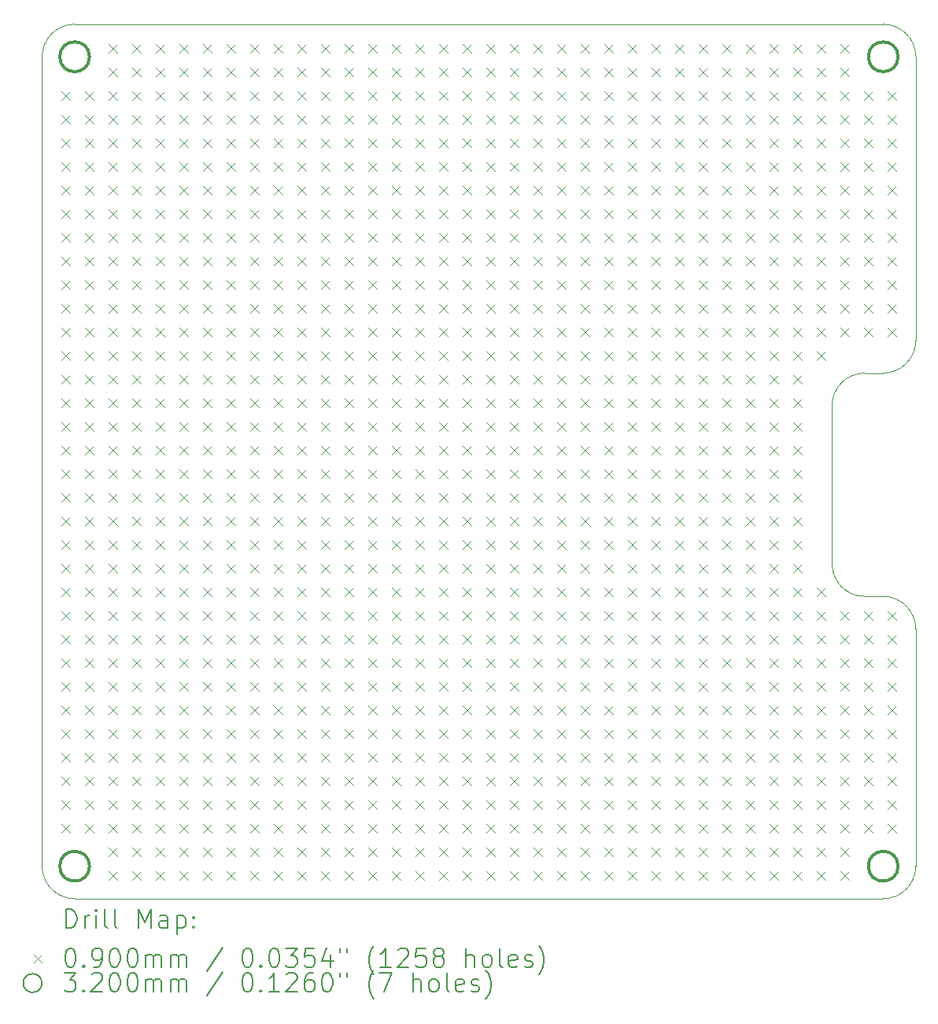
<source format=gbr>
%TF.GenerationSoftware,KiCad,Pcbnew,8.0.2*%
%TF.CreationDate,2025-01-15T11:34:12+07:00*%
%TF.ProjectId,kicad-shield-mechanical,6b696361-642d-4736-9869-656c642d6d65,rev?*%
%TF.SameCoordinates,Original*%
%TF.FileFunction,Drillmap*%
%TF.FilePolarity,Positive*%
%FSLAX45Y45*%
G04 Gerber Fmt 4.5, Leading zero omitted, Abs format (unit mm)*
G04 Created by KiCad (PCBNEW 8.0.2) date 2025-01-15 11:34:12*
%MOMM*%
%LPD*%
G01*
G04 APERTURE LIST*
%ADD10C,0.050000*%
%ADD11C,0.200000*%
%ADD12C,0.100000*%
%ADD13C,0.320000*%
G04 APERTURE END LIST*
D10*
X5350000Y-5000000D02*
X14050000Y-5000000D01*
X14400000Y-14050000D02*
G75*
G02*
X14050000Y-14400000I-350000J0D01*
G01*
X13500000Y-9100000D02*
X13500000Y-10800000D01*
X13500000Y-9100000D02*
G75*
G02*
X13850000Y-8750000I350000J0D01*
G01*
X13850000Y-11150000D02*
G75*
G02*
X13500000Y-10800000I0J350000D01*
G01*
X14400000Y-11500000D02*
X14400000Y-14050000D01*
X5350000Y-14400000D02*
G75*
G02*
X5000000Y-14050000I0J350000D01*
G01*
X14050000Y-11150000D02*
G75*
G02*
X14400000Y-11500000I0J-350000D01*
G01*
X14050000Y-8750000D02*
X13850000Y-8750000D01*
X14400000Y-8400000D02*
G75*
G02*
X14050000Y-8750000I-350000J0D01*
G01*
X5000000Y-14050000D02*
X5000000Y-5350000D01*
X14050000Y-5000000D02*
G75*
G02*
X14400000Y-5350000I0J-350000D01*
G01*
X5000000Y-5350000D02*
G75*
G02*
X5350000Y-5000000I350000J0D01*
G01*
X14400000Y-5350000D02*
X14400000Y-8400000D01*
X13850000Y-11150000D02*
X14050000Y-11150000D01*
X14050000Y-14400000D02*
X5350000Y-14400000D01*
D11*
D12*
X5210000Y-5723000D02*
X5300000Y-5813000D01*
X5300000Y-5723000D02*
X5210000Y-5813000D01*
X5210000Y-5977000D02*
X5300000Y-6067000D01*
X5300000Y-5977000D02*
X5210000Y-6067000D01*
X5210000Y-6231000D02*
X5300000Y-6321000D01*
X5300000Y-6231000D02*
X5210000Y-6321000D01*
X5210000Y-6485000D02*
X5300000Y-6575000D01*
X5300000Y-6485000D02*
X5210000Y-6575000D01*
X5210000Y-6739000D02*
X5300000Y-6829000D01*
X5300000Y-6739000D02*
X5210000Y-6829000D01*
X5210000Y-6993000D02*
X5300000Y-7083000D01*
X5300000Y-6993000D02*
X5210000Y-7083000D01*
X5210000Y-7247000D02*
X5300000Y-7337000D01*
X5300000Y-7247000D02*
X5210000Y-7337000D01*
X5210000Y-7501000D02*
X5300000Y-7591000D01*
X5300000Y-7501000D02*
X5210000Y-7591000D01*
X5210000Y-7755000D02*
X5300000Y-7845000D01*
X5300000Y-7755000D02*
X5210000Y-7845000D01*
X5210000Y-8009000D02*
X5300000Y-8099000D01*
X5300000Y-8009000D02*
X5210000Y-8099000D01*
X5210000Y-8263000D02*
X5300000Y-8353000D01*
X5300000Y-8263000D02*
X5210000Y-8353000D01*
X5210000Y-8517000D02*
X5300000Y-8607000D01*
X5300000Y-8517000D02*
X5210000Y-8607000D01*
X5210000Y-8771000D02*
X5300000Y-8861000D01*
X5300000Y-8771000D02*
X5210000Y-8861000D01*
X5210000Y-9025000D02*
X5300000Y-9115000D01*
X5300000Y-9025000D02*
X5210000Y-9115000D01*
X5210000Y-9279000D02*
X5300000Y-9369000D01*
X5300000Y-9279000D02*
X5210000Y-9369000D01*
X5210000Y-9533000D02*
X5300000Y-9623000D01*
X5300000Y-9533000D02*
X5210000Y-9623000D01*
X5210000Y-9787000D02*
X5300000Y-9877000D01*
X5300000Y-9787000D02*
X5210000Y-9877000D01*
X5210000Y-10041000D02*
X5300000Y-10131000D01*
X5300000Y-10041000D02*
X5210000Y-10131000D01*
X5210000Y-10295000D02*
X5300000Y-10385000D01*
X5300000Y-10295000D02*
X5210000Y-10385000D01*
X5210000Y-10549000D02*
X5300000Y-10639000D01*
X5300000Y-10549000D02*
X5210000Y-10639000D01*
X5210000Y-10803000D02*
X5300000Y-10893000D01*
X5300000Y-10803000D02*
X5210000Y-10893000D01*
X5210000Y-11057000D02*
X5300000Y-11147000D01*
X5300000Y-11057000D02*
X5210000Y-11147000D01*
X5210000Y-11311000D02*
X5300000Y-11401000D01*
X5300000Y-11311000D02*
X5210000Y-11401000D01*
X5210000Y-11565000D02*
X5300000Y-11655000D01*
X5300000Y-11565000D02*
X5210000Y-11655000D01*
X5210000Y-11819000D02*
X5300000Y-11909000D01*
X5300000Y-11819000D02*
X5210000Y-11909000D01*
X5210000Y-12073000D02*
X5300000Y-12163000D01*
X5300000Y-12073000D02*
X5210000Y-12163000D01*
X5210000Y-12327000D02*
X5300000Y-12417000D01*
X5300000Y-12327000D02*
X5210000Y-12417000D01*
X5210000Y-12581000D02*
X5300000Y-12671000D01*
X5300000Y-12581000D02*
X5210000Y-12671000D01*
X5210000Y-12835000D02*
X5300000Y-12925000D01*
X5300000Y-12835000D02*
X5210000Y-12925000D01*
X5210000Y-13089000D02*
X5300000Y-13179000D01*
X5300000Y-13089000D02*
X5210000Y-13179000D01*
X5210000Y-13343000D02*
X5300000Y-13433000D01*
X5300000Y-13343000D02*
X5210000Y-13433000D01*
X5210000Y-13597000D02*
X5300000Y-13687000D01*
X5300000Y-13597000D02*
X5210000Y-13687000D01*
X5464000Y-5723000D02*
X5554000Y-5813000D01*
X5554000Y-5723000D02*
X5464000Y-5813000D01*
X5464000Y-5977000D02*
X5554000Y-6067000D01*
X5554000Y-5977000D02*
X5464000Y-6067000D01*
X5464000Y-6231000D02*
X5554000Y-6321000D01*
X5554000Y-6231000D02*
X5464000Y-6321000D01*
X5464000Y-6485000D02*
X5554000Y-6575000D01*
X5554000Y-6485000D02*
X5464000Y-6575000D01*
X5464000Y-6739000D02*
X5554000Y-6829000D01*
X5554000Y-6739000D02*
X5464000Y-6829000D01*
X5464000Y-6993000D02*
X5554000Y-7083000D01*
X5554000Y-6993000D02*
X5464000Y-7083000D01*
X5464000Y-7247000D02*
X5554000Y-7337000D01*
X5554000Y-7247000D02*
X5464000Y-7337000D01*
X5464000Y-7501000D02*
X5554000Y-7591000D01*
X5554000Y-7501000D02*
X5464000Y-7591000D01*
X5464000Y-7755000D02*
X5554000Y-7845000D01*
X5554000Y-7755000D02*
X5464000Y-7845000D01*
X5464000Y-8009000D02*
X5554000Y-8099000D01*
X5554000Y-8009000D02*
X5464000Y-8099000D01*
X5464000Y-8263000D02*
X5554000Y-8353000D01*
X5554000Y-8263000D02*
X5464000Y-8353000D01*
X5464000Y-8517000D02*
X5554000Y-8607000D01*
X5554000Y-8517000D02*
X5464000Y-8607000D01*
X5464000Y-8771000D02*
X5554000Y-8861000D01*
X5554000Y-8771000D02*
X5464000Y-8861000D01*
X5464000Y-9025000D02*
X5554000Y-9115000D01*
X5554000Y-9025000D02*
X5464000Y-9115000D01*
X5464000Y-9279000D02*
X5554000Y-9369000D01*
X5554000Y-9279000D02*
X5464000Y-9369000D01*
X5464000Y-9533000D02*
X5554000Y-9623000D01*
X5554000Y-9533000D02*
X5464000Y-9623000D01*
X5464000Y-9787000D02*
X5554000Y-9877000D01*
X5554000Y-9787000D02*
X5464000Y-9877000D01*
X5464000Y-10041000D02*
X5554000Y-10131000D01*
X5554000Y-10041000D02*
X5464000Y-10131000D01*
X5464000Y-10295000D02*
X5554000Y-10385000D01*
X5554000Y-10295000D02*
X5464000Y-10385000D01*
X5464000Y-10549000D02*
X5554000Y-10639000D01*
X5554000Y-10549000D02*
X5464000Y-10639000D01*
X5464000Y-10803000D02*
X5554000Y-10893000D01*
X5554000Y-10803000D02*
X5464000Y-10893000D01*
X5464000Y-11057000D02*
X5554000Y-11147000D01*
X5554000Y-11057000D02*
X5464000Y-11147000D01*
X5464000Y-11311000D02*
X5554000Y-11401000D01*
X5554000Y-11311000D02*
X5464000Y-11401000D01*
X5464000Y-11565000D02*
X5554000Y-11655000D01*
X5554000Y-11565000D02*
X5464000Y-11655000D01*
X5464000Y-11819000D02*
X5554000Y-11909000D01*
X5554000Y-11819000D02*
X5464000Y-11909000D01*
X5464000Y-12073000D02*
X5554000Y-12163000D01*
X5554000Y-12073000D02*
X5464000Y-12163000D01*
X5464000Y-12327000D02*
X5554000Y-12417000D01*
X5554000Y-12327000D02*
X5464000Y-12417000D01*
X5464000Y-12581000D02*
X5554000Y-12671000D01*
X5554000Y-12581000D02*
X5464000Y-12671000D01*
X5464000Y-12835000D02*
X5554000Y-12925000D01*
X5554000Y-12835000D02*
X5464000Y-12925000D01*
X5464000Y-13089000D02*
X5554000Y-13179000D01*
X5554000Y-13089000D02*
X5464000Y-13179000D01*
X5464000Y-13343000D02*
X5554000Y-13433000D01*
X5554000Y-13343000D02*
X5464000Y-13433000D01*
X5464000Y-13597000D02*
X5554000Y-13687000D01*
X5554000Y-13597000D02*
X5464000Y-13687000D01*
X5718000Y-5215000D02*
X5808000Y-5305000D01*
X5808000Y-5215000D02*
X5718000Y-5305000D01*
X5718000Y-5469000D02*
X5808000Y-5559000D01*
X5808000Y-5469000D02*
X5718000Y-5559000D01*
X5718000Y-5723000D02*
X5808000Y-5813000D01*
X5808000Y-5723000D02*
X5718000Y-5813000D01*
X5718000Y-5977000D02*
X5808000Y-6067000D01*
X5808000Y-5977000D02*
X5718000Y-6067000D01*
X5718000Y-6231000D02*
X5808000Y-6321000D01*
X5808000Y-6231000D02*
X5718000Y-6321000D01*
X5718000Y-6485000D02*
X5808000Y-6575000D01*
X5808000Y-6485000D02*
X5718000Y-6575000D01*
X5718000Y-6739000D02*
X5808000Y-6829000D01*
X5808000Y-6739000D02*
X5718000Y-6829000D01*
X5718000Y-6993000D02*
X5808000Y-7083000D01*
X5808000Y-6993000D02*
X5718000Y-7083000D01*
X5718000Y-7247000D02*
X5808000Y-7337000D01*
X5808000Y-7247000D02*
X5718000Y-7337000D01*
X5718000Y-7501000D02*
X5808000Y-7591000D01*
X5808000Y-7501000D02*
X5718000Y-7591000D01*
X5718000Y-7755000D02*
X5808000Y-7845000D01*
X5808000Y-7755000D02*
X5718000Y-7845000D01*
X5718000Y-8009000D02*
X5808000Y-8099000D01*
X5808000Y-8009000D02*
X5718000Y-8099000D01*
X5718000Y-8263000D02*
X5808000Y-8353000D01*
X5808000Y-8263000D02*
X5718000Y-8353000D01*
X5718000Y-8517000D02*
X5808000Y-8607000D01*
X5808000Y-8517000D02*
X5718000Y-8607000D01*
X5718000Y-8771000D02*
X5808000Y-8861000D01*
X5808000Y-8771000D02*
X5718000Y-8861000D01*
X5718000Y-9025000D02*
X5808000Y-9115000D01*
X5808000Y-9025000D02*
X5718000Y-9115000D01*
X5718000Y-9279000D02*
X5808000Y-9369000D01*
X5808000Y-9279000D02*
X5718000Y-9369000D01*
X5718000Y-9533000D02*
X5808000Y-9623000D01*
X5808000Y-9533000D02*
X5718000Y-9623000D01*
X5718000Y-9787000D02*
X5808000Y-9877000D01*
X5808000Y-9787000D02*
X5718000Y-9877000D01*
X5718000Y-10041000D02*
X5808000Y-10131000D01*
X5808000Y-10041000D02*
X5718000Y-10131000D01*
X5718000Y-10295000D02*
X5808000Y-10385000D01*
X5808000Y-10295000D02*
X5718000Y-10385000D01*
X5718000Y-10549000D02*
X5808000Y-10639000D01*
X5808000Y-10549000D02*
X5718000Y-10639000D01*
X5718000Y-10803000D02*
X5808000Y-10893000D01*
X5808000Y-10803000D02*
X5718000Y-10893000D01*
X5718000Y-11057000D02*
X5808000Y-11147000D01*
X5808000Y-11057000D02*
X5718000Y-11147000D01*
X5718000Y-11311000D02*
X5808000Y-11401000D01*
X5808000Y-11311000D02*
X5718000Y-11401000D01*
X5718000Y-11565000D02*
X5808000Y-11655000D01*
X5808000Y-11565000D02*
X5718000Y-11655000D01*
X5718000Y-11819000D02*
X5808000Y-11909000D01*
X5808000Y-11819000D02*
X5718000Y-11909000D01*
X5718000Y-12073000D02*
X5808000Y-12163000D01*
X5808000Y-12073000D02*
X5718000Y-12163000D01*
X5718000Y-12327000D02*
X5808000Y-12417000D01*
X5808000Y-12327000D02*
X5718000Y-12417000D01*
X5718000Y-12581000D02*
X5808000Y-12671000D01*
X5808000Y-12581000D02*
X5718000Y-12671000D01*
X5718000Y-12835000D02*
X5808000Y-12925000D01*
X5808000Y-12835000D02*
X5718000Y-12925000D01*
X5718000Y-13089000D02*
X5808000Y-13179000D01*
X5808000Y-13089000D02*
X5718000Y-13179000D01*
X5718000Y-13343000D02*
X5808000Y-13433000D01*
X5808000Y-13343000D02*
X5718000Y-13433000D01*
X5718000Y-13597000D02*
X5808000Y-13687000D01*
X5808000Y-13597000D02*
X5718000Y-13687000D01*
X5718000Y-13851000D02*
X5808000Y-13941000D01*
X5808000Y-13851000D02*
X5718000Y-13941000D01*
X5718000Y-14105000D02*
X5808000Y-14195000D01*
X5808000Y-14105000D02*
X5718000Y-14195000D01*
X5972000Y-5215000D02*
X6062000Y-5305000D01*
X6062000Y-5215000D02*
X5972000Y-5305000D01*
X5972000Y-5469000D02*
X6062000Y-5559000D01*
X6062000Y-5469000D02*
X5972000Y-5559000D01*
X5972000Y-5723000D02*
X6062000Y-5813000D01*
X6062000Y-5723000D02*
X5972000Y-5813000D01*
X5972000Y-5977000D02*
X6062000Y-6067000D01*
X6062000Y-5977000D02*
X5972000Y-6067000D01*
X5972000Y-6231000D02*
X6062000Y-6321000D01*
X6062000Y-6231000D02*
X5972000Y-6321000D01*
X5972000Y-6485000D02*
X6062000Y-6575000D01*
X6062000Y-6485000D02*
X5972000Y-6575000D01*
X5972000Y-6739000D02*
X6062000Y-6829000D01*
X6062000Y-6739000D02*
X5972000Y-6829000D01*
X5972000Y-6993000D02*
X6062000Y-7083000D01*
X6062000Y-6993000D02*
X5972000Y-7083000D01*
X5972000Y-7247000D02*
X6062000Y-7337000D01*
X6062000Y-7247000D02*
X5972000Y-7337000D01*
X5972000Y-7501000D02*
X6062000Y-7591000D01*
X6062000Y-7501000D02*
X5972000Y-7591000D01*
X5972000Y-7755000D02*
X6062000Y-7845000D01*
X6062000Y-7755000D02*
X5972000Y-7845000D01*
X5972000Y-8009000D02*
X6062000Y-8099000D01*
X6062000Y-8009000D02*
X5972000Y-8099000D01*
X5972000Y-8263000D02*
X6062000Y-8353000D01*
X6062000Y-8263000D02*
X5972000Y-8353000D01*
X5972000Y-8517000D02*
X6062000Y-8607000D01*
X6062000Y-8517000D02*
X5972000Y-8607000D01*
X5972000Y-8771000D02*
X6062000Y-8861000D01*
X6062000Y-8771000D02*
X5972000Y-8861000D01*
X5972000Y-9025000D02*
X6062000Y-9115000D01*
X6062000Y-9025000D02*
X5972000Y-9115000D01*
X5972000Y-9279000D02*
X6062000Y-9369000D01*
X6062000Y-9279000D02*
X5972000Y-9369000D01*
X5972000Y-9533000D02*
X6062000Y-9623000D01*
X6062000Y-9533000D02*
X5972000Y-9623000D01*
X5972000Y-9787000D02*
X6062000Y-9877000D01*
X6062000Y-9787000D02*
X5972000Y-9877000D01*
X5972000Y-10041000D02*
X6062000Y-10131000D01*
X6062000Y-10041000D02*
X5972000Y-10131000D01*
X5972000Y-10295000D02*
X6062000Y-10385000D01*
X6062000Y-10295000D02*
X5972000Y-10385000D01*
X5972000Y-10549000D02*
X6062000Y-10639000D01*
X6062000Y-10549000D02*
X5972000Y-10639000D01*
X5972000Y-10803000D02*
X6062000Y-10893000D01*
X6062000Y-10803000D02*
X5972000Y-10893000D01*
X5972000Y-11057000D02*
X6062000Y-11147000D01*
X6062000Y-11057000D02*
X5972000Y-11147000D01*
X5972000Y-11311000D02*
X6062000Y-11401000D01*
X6062000Y-11311000D02*
X5972000Y-11401000D01*
X5972000Y-11565000D02*
X6062000Y-11655000D01*
X6062000Y-11565000D02*
X5972000Y-11655000D01*
X5972000Y-11819000D02*
X6062000Y-11909000D01*
X6062000Y-11819000D02*
X5972000Y-11909000D01*
X5972000Y-12073000D02*
X6062000Y-12163000D01*
X6062000Y-12073000D02*
X5972000Y-12163000D01*
X5972000Y-12327000D02*
X6062000Y-12417000D01*
X6062000Y-12327000D02*
X5972000Y-12417000D01*
X5972000Y-12581000D02*
X6062000Y-12671000D01*
X6062000Y-12581000D02*
X5972000Y-12671000D01*
X5972000Y-12835000D02*
X6062000Y-12925000D01*
X6062000Y-12835000D02*
X5972000Y-12925000D01*
X5972000Y-13089000D02*
X6062000Y-13179000D01*
X6062000Y-13089000D02*
X5972000Y-13179000D01*
X5972000Y-13343000D02*
X6062000Y-13433000D01*
X6062000Y-13343000D02*
X5972000Y-13433000D01*
X5972000Y-13597000D02*
X6062000Y-13687000D01*
X6062000Y-13597000D02*
X5972000Y-13687000D01*
X5972000Y-13851000D02*
X6062000Y-13941000D01*
X6062000Y-13851000D02*
X5972000Y-13941000D01*
X5972000Y-14105000D02*
X6062000Y-14195000D01*
X6062000Y-14105000D02*
X5972000Y-14195000D01*
X6226000Y-5215000D02*
X6316000Y-5305000D01*
X6316000Y-5215000D02*
X6226000Y-5305000D01*
X6226000Y-5469000D02*
X6316000Y-5559000D01*
X6316000Y-5469000D02*
X6226000Y-5559000D01*
X6226000Y-5723000D02*
X6316000Y-5813000D01*
X6316000Y-5723000D02*
X6226000Y-5813000D01*
X6226000Y-5977000D02*
X6316000Y-6067000D01*
X6316000Y-5977000D02*
X6226000Y-6067000D01*
X6226000Y-6231000D02*
X6316000Y-6321000D01*
X6316000Y-6231000D02*
X6226000Y-6321000D01*
X6226000Y-6485000D02*
X6316000Y-6575000D01*
X6316000Y-6485000D02*
X6226000Y-6575000D01*
X6226000Y-6739000D02*
X6316000Y-6829000D01*
X6316000Y-6739000D02*
X6226000Y-6829000D01*
X6226000Y-6993000D02*
X6316000Y-7083000D01*
X6316000Y-6993000D02*
X6226000Y-7083000D01*
X6226000Y-7247000D02*
X6316000Y-7337000D01*
X6316000Y-7247000D02*
X6226000Y-7337000D01*
X6226000Y-7501000D02*
X6316000Y-7591000D01*
X6316000Y-7501000D02*
X6226000Y-7591000D01*
X6226000Y-7755000D02*
X6316000Y-7845000D01*
X6316000Y-7755000D02*
X6226000Y-7845000D01*
X6226000Y-8009000D02*
X6316000Y-8099000D01*
X6316000Y-8009000D02*
X6226000Y-8099000D01*
X6226000Y-8263000D02*
X6316000Y-8353000D01*
X6316000Y-8263000D02*
X6226000Y-8353000D01*
X6226000Y-8517000D02*
X6316000Y-8607000D01*
X6316000Y-8517000D02*
X6226000Y-8607000D01*
X6226000Y-8771000D02*
X6316000Y-8861000D01*
X6316000Y-8771000D02*
X6226000Y-8861000D01*
X6226000Y-9025000D02*
X6316000Y-9115000D01*
X6316000Y-9025000D02*
X6226000Y-9115000D01*
X6226000Y-9279000D02*
X6316000Y-9369000D01*
X6316000Y-9279000D02*
X6226000Y-9369000D01*
X6226000Y-9533000D02*
X6316000Y-9623000D01*
X6316000Y-9533000D02*
X6226000Y-9623000D01*
X6226000Y-9787000D02*
X6316000Y-9877000D01*
X6316000Y-9787000D02*
X6226000Y-9877000D01*
X6226000Y-10041000D02*
X6316000Y-10131000D01*
X6316000Y-10041000D02*
X6226000Y-10131000D01*
X6226000Y-10295000D02*
X6316000Y-10385000D01*
X6316000Y-10295000D02*
X6226000Y-10385000D01*
X6226000Y-10549000D02*
X6316000Y-10639000D01*
X6316000Y-10549000D02*
X6226000Y-10639000D01*
X6226000Y-10803000D02*
X6316000Y-10893000D01*
X6316000Y-10803000D02*
X6226000Y-10893000D01*
X6226000Y-11057000D02*
X6316000Y-11147000D01*
X6316000Y-11057000D02*
X6226000Y-11147000D01*
X6226000Y-11311000D02*
X6316000Y-11401000D01*
X6316000Y-11311000D02*
X6226000Y-11401000D01*
X6226000Y-11565000D02*
X6316000Y-11655000D01*
X6316000Y-11565000D02*
X6226000Y-11655000D01*
X6226000Y-11819000D02*
X6316000Y-11909000D01*
X6316000Y-11819000D02*
X6226000Y-11909000D01*
X6226000Y-12073000D02*
X6316000Y-12163000D01*
X6316000Y-12073000D02*
X6226000Y-12163000D01*
X6226000Y-12327000D02*
X6316000Y-12417000D01*
X6316000Y-12327000D02*
X6226000Y-12417000D01*
X6226000Y-12581000D02*
X6316000Y-12671000D01*
X6316000Y-12581000D02*
X6226000Y-12671000D01*
X6226000Y-12835000D02*
X6316000Y-12925000D01*
X6316000Y-12835000D02*
X6226000Y-12925000D01*
X6226000Y-13089000D02*
X6316000Y-13179000D01*
X6316000Y-13089000D02*
X6226000Y-13179000D01*
X6226000Y-13343000D02*
X6316000Y-13433000D01*
X6316000Y-13343000D02*
X6226000Y-13433000D01*
X6226000Y-13597000D02*
X6316000Y-13687000D01*
X6316000Y-13597000D02*
X6226000Y-13687000D01*
X6226000Y-13851000D02*
X6316000Y-13941000D01*
X6316000Y-13851000D02*
X6226000Y-13941000D01*
X6226000Y-14105000D02*
X6316000Y-14195000D01*
X6316000Y-14105000D02*
X6226000Y-14195000D01*
X6480000Y-5215000D02*
X6570000Y-5305000D01*
X6570000Y-5215000D02*
X6480000Y-5305000D01*
X6480000Y-5469000D02*
X6570000Y-5559000D01*
X6570000Y-5469000D02*
X6480000Y-5559000D01*
X6480000Y-5723000D02*
X6570000Y-5813000D01*
X6570000Y-5723000D02*
X6480000Y-5813000D01*
X6480000Y-5977000D02*
X6570000Y-6067000D01*
X6570000Y-5977000D02*
X6480000Y-6067000D01*
X6480000Y-6231000D02*
X6570000Y-6321000D01*
X6570000Y-6231000D02*
X6480000Y-6321000D01*
X6480000Y-6485000D02*
X6570000Y-6575000D01*
X6570000Y-6485000D02*
X6480000Y-6575000D01*
X6480000Y-6739000D02*
X6570000Y-6829000D01*
X6570000Y-6739000D02*
X6480000Y-6829000D01*
X6480000Y-6993000D02*
X6570000Y-7083000D01*
X6570000Y-6993000D02*
X6480000Y-7083000D01*
X6480000Y-7247000D02*
X6570000Y-7337000D01*
X6570000Y-7247000D02*
X6480000Y-7337000D01*
X6480000Y-7501000D02*
X6570000Y-7591000D01*
X6570000Y-7501000D02*
X6480000Y-7591000D01*
X6480000Y-7755000D02*
X6570000Y-7845000D01*
X6570000Y-7755000D02*
X6480000Y-7845000D01*
X6480000Y-8009000D02*
X6570000Y-8099000D01*
X6570000Y-8009000D02*
X6480000Y-8099000D01*
X6480000Y-8263000D02*
X6570000Y-8353000D01*
X6570000Y-8263000D02*
X6480000Y-8353000D01*
X6480000Y-8517000D02*
X6570000Y-8607000D01*
X6570000Y-8517000D02*
X6480000Y-8607000D01*
X6480000Y-8771000D02*
X6570000Y-8861000D01*
X6570000Y-8771000D02*
X6480000Y-8861000D01*
X6480000Y-9025000D02*
X6570000Y-9115000D01*
X6570000Y-9025000D02*
X6480000Y-9115000D01*
X6480000Y-9279000D02*
X6570000Y-9369000D01*
X6570000Y-9279000D02*
X6480000Y-9369000D01*
X6480000Y-9533000D02*
X6570000Y-9623000D01*
X6570000Y-9533000D02*
X6480000Y-9623000D01*
X6480000Y-9787000D02*
X6570000Y-9877000D01*
X6570000Y-9787000D02*
X6480000Y-9877000D01*
X6480000Y-10041000D02*
X6570000Y-10131000D01*
X6570000Y-10041000D02*
X6480000Y-10131000D01*
X6480000Y-10295000D02*
X6570000Y-10385000D01*
X6570000Y-10295000D02*
X6480000Y-10385000D01*
X6480000Y-10549000D02*
X6570000Y-10639000D01*
X6570000Y-10549000D02*
X6480000Y-10639000D01*
X6480000Y-10803000D02*
X6570000Y-10893000D01*
X6570000Y-10803000D02*
X6480000Y-10893000D01*
X6480000Y-11057000D02*
X6570000Y-11147000D01*
X6570000Y-11057000D02*
X6480000Y-11147000D01*
X6480000Y-11311000D02*
X6570000Y-11401000D01*
X6570000Y-11311000D02*
X6480000Y-11401000D01*
X6480000Y-11565000D02*
X6570000Y-11655000D01*
X6570000Y-11565000D02*
X6480000Y-11655000D01*
X6480000Y-11819000D02*
X6570000Y-11909000D01*
X6570000Y-11819000D02*
X6480000Y-11909000D01*
X6480000Y-12073000D02*
X6570000Y-12163000D01*
X6570000Y-12073000D02*
X6480000Y-12163000D01*
X6480000Y-12327000D02*
X6570000Y-12417000D01*
X6570000Y-12327000D02*
X6480000Y-12417000D01*
X6480000Y-12581000D02*
X6570000Y-12671000D01*
X6570000Y-12581000D02*
X6480000Y-12671000D01*
X6480000Y-12835000D02*
X6570000Y-12925000D01*
X6570000Y-12835000D02*
X6480000Y-12925000D01*
X6480000Y-13089000D02*
X6570000Y-13179000D01*
X6570000Y-13089000D02*
X6480000Y-13179000D01*
X6480000Y-13343000D02*
X6570000Y-13433000D01*
X6570000Y-13343000D02*
X6480000Y-13433000D01*
X6480000Y-13597000D02*
X6570000Y-13687000D01*
X6570000Y-13597000D02*
X6480000Y-13687000D01*
X6480000Y-13851000D02*
X6570000Y-13941000D01*
X6570000Y-13851000D02*
X6480000Y-13941000D01*
X6480000Y-14105000D02*
X6570000Y-14195000D01*
X6570000Y-14105000D02*
X6480000Y-14195000D01*
X6734000Y-5215000D02*
X6824000Y-5305000D01*
X6824000Y-5215000D02*
X6734000Y-5305000D01*
X6734000Y-5469000D02*
X6824000Y-5559000D01*
X6824000Y-5469000D02*
X6734000Y-5559000D01*
X6734000Y-5723000D02*
X6824000Y-5813000D01*
X6824000Y-5723000D02*
X6734000Y-5813000D01*
X6734000Y-5977000D02*
X6824000Y-6067000D01*
X6824000Y-5977000D02*
X6734000Y-6067000D01*
X6734000Y-6231000D02*
X6824000Y-6321000D01*
X6824000Y-6231000D02*
X6734000Y-6321000D01*
X6734000Y-6485000D02*
X6824000Y-6575000D01*
X6824000Y-6485000D02*
X6734000Y-6575000D01*
X6734000Y-6739000D02*
X6824000Y-6829000D01*
X6824000Y-6739000D02*
X6734000Y-6829000D01*
X6734000Y-6993000D02*
X6824000Y-7083000D01*
X6824000Y-6993000D02*
X6734000Y-7083000D01*
X6734000Y-7247000D02*
X6824000Y-7337000D01*
X6824000Y-7247000D02*
X6734000Y-7337000D01*
X6734000Y-7501000D02*
X6824000Y-7591000D01*
X6824000Y-7501000D02*
X6734000Y-7591000D01*
X6734000Y-7755000D02*
X6824000Y-7845000D01*
X6824000Y-7755000D02*
X6734000Y-7845000D01*
X6734000Y-8009000D02*
X6824000Y-8099000D01*
X6824000Y-8009000D02*
X6734000Y-8099000D01*
X6734000Y-8263000D02*
X6824000Y-8353000D01*
X6824000Y-8263000D02*
X6734000Y-8353000D01*
X6734000Y-8517000D02*
X6824000Y-8607000D01*
X6824000Y-8517000D02*
X6734000Y-8607000D01*
X6734000Y-8771000D02*
X6824000Y-8861000D01*
X6824000Y-8771000D02*
X6734000Y-8861000D01*
X6734000Y-9025000D02*
X6824000Y-9115000D01*
X6824000Y-9025000D02*
X6734000Y-9115000D01*
X6734000Y-9279000D02*
X6824000Y-9369000D01*
X6824000Y-9279000D02*
X6734000Y-9369000D01*
X6734000Y-9533000D02*
X6824000Y-9623000D01*
X6824000Y-9533000D02*
X6734000Y-9623000D01*
X6734000Y-9787000D02*
X6824000Y-9877000D01*
X6824000Y-9787000D02*
X6734000Y-9877000D01*
X6734000Y-10041000D02*
X6824000Y-10131000D01*
X6824000Y-10041000D02*
X6734000Y-10131000D01*
X6734000Y-10295000D02*
X6824000Y-10385000D01*
X6824000Y-10295000D02*
X6734000Y-10385000D01*
X6734000Y-10549000D02*
X6824000Y-10639000D01*
X6824000Y-10549000D02*
X6734000Y-10639000D01*
X6734000Y-10803000D02*
X6824000Y-10893000D01*
X6824000Y-10803000D02*
X6734000Y-10893000D01*
X6734000Y-11057000D02*
X6824000Y-11147000D01*
X6824000Y-11057000D02*
X6734000Y-11147000D01*
X6734000Y-11311000D02*
X6824000Y-11401000D01*
X6824000Y-11311000D02*
X6734000Y-11401000D01*
X6734000Y-11565000D02*
X6824000Y-11655000D01*
X6824000Y-11565000D02*
X6734000Y-11655000D01*
X6734000Y-11819000D02*
X6824000Y-11909000D01*
X6824000Y-11819000D02*
X6734000Y-11909000D01*
X6734000Y-12073000D02*
X6824000Y-12163000D01*
X6824000Y-12073000D02*
X6734000Y-12163000D01*
X6734000Y-12327000D02*
X6824000Y-12417000D01*
X6824000Y-12327000D02*
X6734000Y-12417000D01*
X6734000Y-12581000D02*
X6824000Y-12671000D01*
X6824000Y-12581000D02*
X6734000Y-12671000D01*
X6734000Y-12835000D02*
X6824000Y-12925000D01*
X6824000Y-12835000D02*
X6734000Y-12925000D01*
X6734000Y-13089000D02*
X6824000Y-13179000D01*
X6824000Y-13089000D02*
X6734000Y-13179000D01*
X6734000Y-13343000D02*
X6824000Y-13433000D01*
X6824000Y-13343000D02*
X6734000Y-13433000D01*
X6734000Y-13597000D02*
X6824000Y-13687000D01*
X6824000Y-13597000D02*
X6734000Y-13687000D01*
X6734000Y-13851000D02*
X6824000Y-13941000D01*
X6824000Y-13851000D02*
X6734000Y-13941000D01*
X6734000Y-14105000D02*
X6824000Y-14195000D01*
X6824000Y-14105000D02*
X6734000Y-14195000D01*
X6988000Y-5215000D02*
X7078000Y-5305000D01*
X7078000Y-5215000D02*
X6988000Y-5305000D01*
X6988000Y-5469000D02*
X7078000Y-5559000D01*
X7078000Y-5469000D02*
X6988000Y-5559000D01*
X6988000Y-5723000D02*
X7078000Y-5813000D01*
X7078000Y-5723000D02*
X6988000Y-5813000D01*
X6988000Y-5977000D02*
X7078000Y-6067000D01*
X7078000Y-5977000D02*
X6988000Y-6067000D01*
X6988000Y-6231000D02*
X7078000Y-6321000D01*
X7078000Y-6231000D02*
X6988000Y-6321000D01*
X6988000Y-6485000D02*
X7078000Y-6575000D01*
X7078000Y-6485000D02*
X6988000Y-6575000D01*
X6988000Y-6739000D02*
X7078000Y-6829000D01*
X7078000Y-6739000D02*
X6988000Y-6829000D01*
X6988000Y-6993000D02*
X7078000Y-7083000D01*
X7078000Y-6993000D02*
X6988000Y-7083000D01*
X6988000Y-7247000D02*
X7078000Y-7337000D01*
X7078000Y-7247000D02*
X6988000Y-7337000D01*
X6988000Y-7501000D02*
X7078000Y-7591000D01*
X7078000Y-7501000D02*
X6988000Y-7591000D01*
X6988000Y-7755000D02*
X7078000Y-7845000D01*
X7078000Y-7755000D02*
X6988000Y-7845000D01*
X6988000Y-8009000D02*
X7078000Y-8099000D01*
X7078000Y-8009000D02*
X6988000Y-8099000D01*
X6988000Y-8263000D02*
X7078000Y-8353000D01*
X7078000Y-8263000D02*
X6988000Y-8353000D01*
X6988000Y-8517000D02*
X7078000Y-8607000D01*
X7078000Y-8517000D02*
X6988000Y-8607000D01*
X6988000Y-8771000D02*
X7078000Y-8861000D01*
X7078000Y-8771000D02*
X6988000Y-8861000D01*
X6988000Y-9025000D02*
X7078000Y-9115000D01*
X7078000Y-9025000D02*
X6988000Y-9115000D01*
X6988000Y-9279000D02*
X7078000Y-9369000D01*
X7078000Y-9279000D02*
X6988000Y-9369000D01*
X6988000Y-9533000D02*
X7078000Y-9623000D01*
X7078000Y-9533000D02*
X6988000Y-9623000D01*
X6988000Y-9787000D02*
X7078000Y-9877000D01*
X7078000Y-9787000D02*
X6988000Y-9877000D01*
X6988000Y-10041000D02*
X7078000Y-10131000D01*
X7078000Y-10041000D02*
X6988000Y-10131000D01*
X6988000Y-10295000D02*
X7078000Y-10385000D01*
X7078000Y-10295000D02*
X6988000Y-10385000D01*
X6988000Y-10549000D02*
X7078000Y-10639000D01*
X7078000Y-10549000D02*
X6988000Y-10639000D01*
X6988000Y-10803000D02*
X7078000Y-10893000D01*
X7078000Y-10803000D02*
X6988000Y-10893000D01*
X6988000Y-11057000D02*
X7078000Y-11147000D01*
X7078000Y-11057000D02*
X6988000Y-11147000D01*
X6988000Y-11311000D02*
X7078000Y-11401000D01*
X7078000Y-11311000D02*
X6988000Y-11401000D01*
X6988000Y-11565000D02*
X7078000Y-11655000D01*
X7078000Y-11565000D02*
X6988000Y-11655000D01*
X6988000Y-11819000D02*
X7078000Y-11909000D01*
X7078000Y-11819000D02*
X6988000Y-11909000D01*
X6988000Y-12073000D02*
X7078000Y-12163000D01*
X7078000Y-12073000D02*
X6988000Y-12163000D01*
X6988000Y-12327000D02*
X7078000Y-12417000D01*
X7078000Y-12327000D02*
X6988000Y-12417000D01*
X6988000Y-12581000D02*
X7078000Y-12671000D01*
X7078000Y-12581000D02*
X6988000Y-12671000D01*
X6988000Y-12835000D02*
X7078000Y-12925000D01*
X7078000Y-12835000D02*
X6988000Y-12925000D01*
X6988000Y-13089000D02*
X7078000Y-13179000D01*
X7078000Y-13089000D02*
X6988000Y-13179000D01*
X6988000Y-13343000D02*
X7078000Y-13433000D01*
X7078000Y-13343000D02*
X6988000Y-13433000D01*
X6988000Y-13597000D02*
X7078000Y-13687000D01*
X7078000Y-13597000D02*
X6988000Y-13687000D01*
X6988000Y-13851000D02*
X7078000Y-13941000D01*
X7078000Y-13851000D02*
X6988000Y-13941000D01*
X6988000Y-14105000D02*
X7078000Y-14195000D01*
X7078000Y-14105000D02*
X6988000Y-14195000D01*
X7242000Y-5215000D02*
X7332000Y-5305000D01*
X7332000Y-5215000D02*
X7242000Y-5305000D01*
X7242000Y-5469000D02*
X7332000Y-5559000D01*
X7332000Y-5469000D02*
X7242000Y-5559000D01*
X7242000Y-5723000D02*
X7332000Y-5813000D01*
X7332000Y-5723000D02*
X7242000Y-5813000D01*
X7242000Y-5977000D02*
X7332000Y-6067000D01*
X7332000Y-5977000D02*
X7242000Y-6067000D01*
X7242000Y-6231000D02*
X7332000Y-6321000D01*
X7332000Y-6231000D02*
X7242000Y-6321000D01*
X7242000Y-6485000D02*
X7332000Y-6575000D01*
X7332000Y-6485000D02*
X7242000Y-6575000D01*
X7242000Y-6739000D02*
X7332000Y-6829000D01*
X7332000Y-6739000D02*
X7242000Y-6829000D01*
X7242000Y-6993000D02*
X7332000Y-7083000D01*
X7332000Y-6993000D02*
X7242000Y-7083000D01*
X7242000Y-7247000D02*
X7332000Y-7337000D01*
X7332000Y-7247000D02*
X7242000Y-7337000D01*
X7242000Y-7501000D02*
X7332000Y-7591000D01*
X7332000Y-7501000D02*
X7242000Y-7591000D01*
X7242000Y-7755000D02*
X7332000Y-7845000D01*
X7332000Y-7755000D02*
X7242000Y-7845000D01*
X7242000Y-8009000D02*
X7332000Y-8099000D01*
X7332000Y-8009000D02*
X7242000Y-8099000D01*
X7242000Y-8263000D02*
X7332000Y-8353000D01*
X7332000Y-8263000D02*
X7242000Y-8353000D01*
X7242000Y-8517000D02*
X7332000Y-8607000D01*
X7332000Y-8517000D02*
X7242000Y-8607000D01*
X7242000Y-8771000D02*
X7332000Y-8861000D01*
X7332000Y-8771000D02*
X7242000Y-8861000D01*
X7242000Y-9025000D02*
X7332000Y-9115000D01*
X7332000Y-9025000D02*
X7242000Y-9115000D01*
X7242000Y-9279000D02*
X7332000Y-9369000D01*
X7332000Y-9279000D02*
X7242000Y-9369000D01*
X7242000Y-9533000D02*
X7332000Y-9623000D01*
X7332000Y-9533000D02*
X7242000Y-9623000D01*
X7242000Y-9787000D02*
X7332000Y-9877000D01*
X7332000Y-9787000D02*
X7242000Y-9877000D01*
X7242000Y-10041000D02*
X7332000Y-10131000D01*
X7332000Y-10041000D02*
X7242000Y-10131000D01*
X7242000Y-10295000D02*
X7332000Y-10385000D01*
X7332000Y-10295000D02*
X7242000Y-10385000D01*
X7242000Y-10549000D02*
X7332000Y-10639000D01*
X7332000Y-10549000D02*
X7242000Y-10639000D01*
X7242000Y-10803000D02*
X7332000Y-10893000D01*
X7332000Y-10803000D02*
X7242000Y-10893000D01*
X7242000Y-11057000D02*
X7332000Y-11147000D01*
X7332000Y-11057000D02*
X7242000Y-11147000D01*
X7242000Y-11311000D02*
X7332000Y-11401000D01*
X7332000Y-11311000D02*
X7242000Y-11401000D01*
X7242000Y-11565000D02*
X7332000Y-11655000D01*
X7332000Y-11565000D02*
X7242000Y-11655000D01*
X7242000Y-11819000D02*
X7332000Y-11909000D01*
X7332000Y-11819000D02*
X7242000Y-11909000D01*
X7242000Y-12073000D02*
X7332000Y-12163000D01*
X7332000Y-12073000D02*
X7242000Y-12163000D01*
X7242000Y-12327000D02*
X7332000Y-12417000D01*
X7332000Y-12327000D02*
X7242000Y-12417000D01*
X7242000Y-12581000D02*
X7332000Y-12671000D01*
X7332000Y-12581000D02*
X7242000Y-12671000D01*
X7242000Y-12835000D02*
X7332000Y-12925000D01*
X7332000Y-12835000D02*
X7242000Y-12925000D01*
X7242000Y-13089000D02*
X7332000Y-13179000D01*
X7332000Y-13089000D02*
X7242000Y-13179000D01*
X7242000Y-13343000D02*
X7332000Y-13433000D01*
X7332000Y-13343000D02*
X7242000Y-13433000D01*
X7242000Y-13597000D02*
X7332000Y-13687000D01*
X7332000Y-13597000D02*
X7242000Y-13687000D01*
X7242000Y-13851000D02*
X7332000Y-13941000D01*
X7332000Y-13851000D02*
X7242000Y-13941000D01*
X7242000Y-14105000D02*
X7332000Y-14195000D01*
X7332000Y-14105000D02*
X7242000Y-14195000D01*
X7496000Y-5215000D02*
X7586000Y-5305000D01*
X7586000Y-5215000D02*
X7496000Y-5305000D01*
X7496000Y-5469000D02*
X7586000Y-5559000D01*
X7586000Y-5469000D02*
X7496000Y-5559000D01*
X7496000Y-5723000D02*
X7586000Y-5813000D01*
X7586000Y-5723000D02*
X7496000Y-5813000D01*
X7496000Y-5977000D02*
X7586000Y-6067000D01*
X7586000Y-5977000D02*
X7496000Y-6067000D01*
X7496000Y-6231000D02*
X7586000Y-6321000D01*
X7586000Y-6231000D02*
X7496000Y-6321000D01*
X7496000Y-6485000D02*
X7586000Y-6575000D01*
X7586000Y-6485000D02*
X7496000Y-6575000D01*
X7496000Y-6739000D02*
X7586000Y-6829000D01*
X7586000Y-6739000D02*
X7496000Y-6829000D01*
X7496000Y-6993000D02*
X7586000Y-7083000D01*
X7586000Y-6993000D02*
X7496000Y-7083000D01*
X7496000Y-7247000D02*
X7586000Y-7337000D01*
X7586000Y-7247000D02*
X7496000Y-7337000D01*
X7496000Y-7501000D02*
X7586000Y-7591000D01*
X7586000Y-7501000D02*
X7496000Y-7591000D01*
X7496000Y-7755000D02*
X7586000Y-7845000D01*
X7586000Y-7755000D02*
X7496000Y-7845000D01*
X7496000Y-8009000D02*
X7586000Y-8099000D01*
X7586000Y-8009000D02*
X7496000Y-8099000D01*
X7496000Y-8263000D02*
X7586000Y-8353000D01*
X7586000Y-8263000D02*
X7496000Y-8353000D01*
X7496000Y-8517000D02*
X7586000Y-8607000D01*
X7586000Y-8517000D02*
X7496000Y-8607000D01*
X7496000Y-8771000D02*
X7586000Y-8861000D01*
X7586000Y-8771000D02*
X7496000Y-8861000D01*
X7496000Y-9025000D02*
X7586000Y-9115000D01*
X7586000Y-9025000D02*
X7496000Y-9115000D01*
X7496000Y-9279000D02*
X7586000Y-9369000D01*
X7586000Y-9279000D02*
X7496000Y-9369000D01*
X7496000Y-9533000D02*
X7586000Y-9623000D01*
X7586000Y-9533000D02*
X7496000Y-9623000D01*
X7496000Y-9787000D02*
X7586000Y-9877000D01*
X7586000Y-9787000D02*
X7496000Y-9877000D01*
X7496000Y-10041000D02*
X7586000Y-10131000D01*
X7586000Y-10041000D02*
X7496000Y-10131000D01*
X7496000Y-10295000D02*
X7586000Y-10385000D01*
X7586000Y-10295000D02*
X7496000Y-10385000D01*
X7496000Y-10549000D02*
X7586000Y-10639000D01*
X7586000Y-10549000D02*
X7496000Y-10639000D01*
X7496000Y-10803000D02*
X7586000Y-10893000D01*
X7586000Y-10803000D02*
X7496000Y-10893000D01*
X7496000Y-11057000D02*
X7586000Y-11147000D01*
X7586000Y-11057000D02*
X7496000Y-11147000D01*
X7496000Y-11311000D02*
X7586000Y-11401000D01*
X7586000Y-11311000D02*
X7496000Y-11401000D01*
X7496000Y-11565000D02*
X7586000Y-11655000D01*
X7586000Y-11565000D02*
X7496000Y-11655000D01*
X7496000Y-11819000D02*
X7586000Y-11909000D01*
X7586000Y-11819000D02*
X7496000Y-11909000D01*
X7496000Y-12073000D02*
X7586000Y-12163000D01*
X7586000Y-12073000D02*
X7496000Y-12163000D01*
X7496000Y-12327000D02*
X7586000Y-12417000D01*
X7586000Y-12327000D02*
X7496000Y-12417000D01*
X7496000Y-12581000D02*
X7586000Y-12671000D01*
X7586000Y-12581000D02*
X7496000Y-12671000D01*
X7496000Y-12835000D02*
X7586000Y-12925000D01*
X7586000Y-12835000D02*
X7496000Y-12925000D01*
X7496000Y-13089000D02*
X7586000Y-13179000D01*
X7586000Y-13089000D02*
X7496000Y-13179000D01*
X7496000Y-13343000D02*
X7586000Y-13433000D01*
X7586000Y-13343000D02*
X7496000Y-13433000D01*
X7496000Y-13597000D02*
X7586000Y-13687000D01*
X7586000Y-13597000D02*
X7496000Y-13687000D01*
X7496000Y-13851000D02*
X7586000Y-13941000D01*
X7586000Y-13851000D02*
X7496000Y-13941000D01*
X7496000Y-14105000D02*
X7586000Y-14195000D01*
X7586000Y-14105000D02*
X7496000Y-14195000D01*
X7750000Y-5215000D02*
X7840000Y-5305000D01*
X7840000Y-5215000D02*
X7750000Y-5305000D01*
X7750000Y-5469000D02*
X7840000Y-5559000D01*
X7840000Y-5469000D02*
X7750000Y-5559000D01*
X7750000Y-5723000D02*
X7840000Y-5813000D01*
X7840000Y-5723000D02*
X7750000Y-5813000D01*
X7750000Y-5977000D02*
X7840000Y-6067000D01*
X7840000Y-5977000D02*
X7750000Y-6067000D01*
X7750000Y-6231000D02*
X7840000Y-6321000D01*
X7840000Y-6231000D02*
X7750000Y-6321000D01*
X7750000Y-6485000D02*
X7840000Y-6575000D01*
X7840000Y-6485000D02*
X7750000Y-6575000D01*
X7750000Y-6739000D02*
X7840000Y-6829000D01*
X7840000Y-6739000D02*
X7750000Y-6829000D01*
X7750000Y-6993000D02*
X7840000Y-7083000D01*
X7840000Y-6993000D02*
X7750000Y-7083000D01*
X7750000Y-7247000D02*
X7840000Y-7337000D01*
X7840000Y-7247000D02*
X7750000Y-7337000D01*
X7750000Y-7501000D02*
X7840000Y-7591000D01*
X7840000Y-7501000D02*
X7750000Y-7591000D01*
X7750000Y-7755000D02*
X7840000Y-7845000D01*
X7840000Y-7755000D02*
X7750000Y-7845000D01*
X7750000Y-8009000D02*
X7840000Y-8099000D01*
X7840000Y-8009000D02*
X7750000Y-8099000D01*
X7750000Y-8263000D02*
X7840000Y-8353000D01*
X7840000Y-8263000D02*
X7750000Y-8353000D01*
X7750000Y-8517000D02*
X7840000Y-8607000D01*
X7840000Y-8517000D02*
X7750000Y-8607000D01*
X7750000Y-8771000D02*
X7840000Y-8861000D01*
X7840000Y-8771000D02*
X7750000Y-8861000D01*
X7750000Y-9025000D02*
X7840000Y-9115000D01*
X7840000Y-9025000D02*
X7750000Y-9115000D01*
X7750000Y-9279000D02*
X7840000Y-9369000D01*
X7840000Y-9279000D02*
X7750000Y-9369000D01*
X7750000Y-9533000D02*
X7840000Y-9623000D01*
X7840000Y-9533000D02*
X7750000Y-9623000D01*
X7750000Y-9787000D02*
X7840000Y-9877000D01*
X7840000Y-9787000D02*
X7750000Y-9877000D01*
X7750000Y-10041000D02*
X7840000Y-10131000D01*
X7840000Y-10041000D02*
X7750000Y-10131000D01*
X7750000Y-10295000D02*
X7840000Y-10385000D01*
X7840000Y-10295000D02*
X7750000Y-10385000D01*
X7750000Y-10549000D02*
X7840000Y-10639000D01*
X7840000Y-10549000D02*
X7750000Y-10639000D01*
X7750000Y-10803000D02*
X7840000Y-10893000D01*
X7840000Y-10803000D02*
X7750000Y-10893000D01*
X7750000Y-11057000D02*
X7840000Y-11147000D01*
X7840000Y-11057000D02*
X7750000Y-11147000D01*
X7750000Y-11311000D02*
X7840000Y-11401000D01*
X7840000Y-11311000D02*
X7750000Y-11401000D01*
X7750000Y-11565000D02*
X7840000Y-11655000D01*
X7840000Y-11565000D02*
X7750000Y-11655000D01*
X7750000Y-11819000D02*
X7840000Y-11909000D01*
X7840000Y-11819000D02*
X7750000Y-11909000D01*
X7750000Y-12073000D02*
X7840000Y-12163000D01*
X7840000Y-12073000D02*
X7750000Y-12163000D01*
X7750000Y-12327000D02*
X7840000Y-12417000D01*
X7840000Y-12327000D02*
X7750000Y-12417000D01*
X7750000Y-12581000D02*
X7840000Y-12671000D01*
X7840000Y-12581000D02*
X7750000Y-12671000D01*
X7750000Y-12835000D02*
X7840000Y-12925000D01*
X7840000Y-12835000D02*
X7750000Y-12925000D01*
X7750000Y-13089000D02*
X7840000Y-13179000D01*
X7840000Y-13089000D02*
X7750000Y-13179000D01*
X7750000Y-13343000D02*
X7840000Y-13433000D01*
X7840000Y-13343000D02*
X7750000Y-13433000D01*
X7750000Y-13597000D02*
X7840000Y-13687000D01*
X7840000Y-13597000D02*
X7750000Y-13687000D01*
X7750000Y-13851000D02*
X7840000Y-13941000D01*
X7840000Y-13851000D02*
X7750000Y-13941000D01*
X7750000Y-14105000D02*
X7840000Y-14195000D01*
X7840000Y-14105000D02*
X7750000Y-14195000D01*
X8004000Y-5215000D02*
X8094000Y-5305000D01*
X8094000Y-5215000D02*
X8004000Y-5305000D01*
X8004000Y-5469000D02*
X8094000Y-5559000D01*
X8094000Y-5469000D02*
X8004000Y-5559000D01*
X8004000Y-5723000D02*
X8094000Y-5813000D01*
X8094000Y-5723000D02*
X8004000Y-5813000D01*
X8004000Y-5977000D02*
X8094000Y-6067000D01*
X8094000Y-5977000D02*
X8004000Y-6067000D01*
X8004000Y-6231000D02*
X8094000Y-6321000D01*
X8094000Y-6231000D02*
X8004000Y-6321000D01*
X8004000Y-6485000D02*
X8094000Y-6575000D01*
X8094000Y-6485000D02*
X8004000Y-6575000D01*
X8004000Y-6739000D02*
X8094000Y-6829000D01*
X8094000Y-6739000D02*
X8004000Y-6829000D01*
X8004000Y-6993000D02*
X8094000Y-7083000D01*
X8094000Y-6993000D02*
X8004000Y-7083000D01*
X8004000Y-7247000D02*
X8094000Y-7337000D01*
X8094000Y-7247000D02*
X8004000Y-7337000D01*
X8004000Y-7501000D02*
X8094000Y-7591000D01*
X8094000Y-7501000D02*
X8004000Y-7591000D01*
X8004000Y-7755000D02*
X8094000Y-7845000D01*
X8094000Y-7755000D02*
X8004000Y-7845000D01*
X8004000Y-8009000D02*
X8094000Y-8099000D01*
X8094000Y-8009000D02*
X8004000Y-8099000D01*
X8004000Y-8263000D02*
X8094000Y-8353000D01*
X8094000Y-8263000D02*
X8004000Y-8353000D01*
X8004000Y-8517000D02*
X8094000Y-8607000D01*
X8094000Y-8517000D02*
X8004000Y-8607000D01*
X8004000Y-8771000D02*
X8094000Y-8861000D01*
X8094000Y-8771000D02*
X8004000Y-8861000D01*
X8004000Y-9025000D02*
X8094000Y-9115000D01*
X8094000Y-9025000D02*
X8004000Y-9115000D01*
X8004000Y-9279000D02*
X8094000Y-9369000D01*
X8094000Y-9279000D02*
X8004000Y-9369000D01*
X8004000Y-9533000D02*
X8094000Y-9623000D01*
X8094000Y-9533000D02*
X8004000Y-9623000D01*
X8004000Y-9787000D02*
X8094000Y-9877000D01*
X8094000Y-9787000D02*
X8004000Y-9877000D01*
X8004000Y-10041000D02*
X8094000Y-10131000D01*
X8094000Y-10041000D02*
X8004000Y-10131000D01*
X8004000Y-10295000D02*
X8094000Y-10385000D01*
X8094000Y-10295000D02*
X8004000Y-10385000D01*
X8004000Y-10549000D02*
X8094000Y-10639000D01*
X8094000Y-10549000D02*
X8004000Y-10639000D01*
X8004000Y-10803000D02*
X8094000Y-10893000D01*
X8094000Y-10803000D02*
X8004000Y-10893000D01*
X8004000Y-11057000D02*
X8094000Y-11147000D01*
X8094000Y-11057000D02*
X8004000Y-11147000D01*
X8004000Y-11311000D02*
X8094000Y-11401000D01*
X8094000Y-11311000D02*
X8004000Y-11401000D01*
X8004000Y-11565000D02*
X8094000Y-11655000D01*
X8094000Y-11565000D02*
X8004000Y-11655000D01*
X8004000Y-11819000D02*
X8094000Y-11909000D01*
X8094000Y-11819000D02*
X8004000Y-11909000D01*
X8004000Y-12073000D02*
X8094000Y-12163000D01*
X8094000Y-12073000D02*
X8004000Y-12163000D01*
X8004000Y-12327000D02*
X8094000Y-12417000D01*
X8094000Y-12327000D02*
X8004000Y-12417000D01*
X8004000Y-12581000D02*
X8094000Y-12671000D01*
X8094000Y-12581000D02*
X8004000Y-12671000D01*
X8004000Y-12835000D02*
X8094000Y-12925000D01*
X8094000Y-12835000D02*
X8004000Y-12925000D01*
X8004000Y-13089000D02*
X8094000Y-13179000D01*
X8094000Y-13089000D02*
X8004000Y-13179000D01*
X8004000Y-13343000D02*
X8094000Y-13433000D01*
X8094000Y-13343000D02*
X8004000Y-13433000D01*
X8004000Y-13597000D02*
X8094000Y-13687000D01*
X8094000Y-13597000D02*
X8004000Y-13687000D01*
X8004000Y-13851000D02*
X8094000Y-13941000D01*
X8094000Y-13851000D02*
X8004000Y-13941000D01*
X8004000Y-14105000D02*
X8094000Y-14195000D01*
X8094000Y-14105000D02*
X8004000Y-14195000D01*
X8258000Y-5215000D02*
X8348000Y-5305000D01*
X8348000Y-5215000D02*
X8258000Y-5305000D01*
X8258000Y-5469000D02*
X8348000Y-5559000D01*
X8348000Y-5469000D02*
X8258000Y-5559000D01*
X8258000Y-5723000D02*
X8348000Y-5813000D01*
X8348000Y-5723000D02*
X8258000Y-5813000D01*
X8258000Y-5977000D02*
X8348000Y-6067000D01*
X8348000Y-5977000D02*
X8258000Y-6067000D01*
X8258000Y-6231000D02*
X8348000Y-6321000D01*
X8348000Y-6231000D02*
X8258000Y-6321000D01*
X8258000Y-6485000D02*
X8348000Y-6575000D01*
X8348000Y-6485000D02*
X8258000Y-6575000D01*
X8258000Y-6739000D02*
X8348000Y-6829000D01*
X8348000Y-6739000D02*
X8258000Y-6829000D01*
X8258000Y-6993000D02*
X8348000Y-7083000D01*
X8348000Y-6993000D02*
X8258000Y-7083000D01*
X8258000Y-7247000D02*
X8348000Y-7337000D01*
X8348000Y-7247000D02*
X8258000Y-7337000D01*
X8258000Y-7501000D02*
X8348000Y-7591000D01*
X8348000Y-7501000D02*
X8258000Y-7591000D01*
X8258000Y-7755000D02*
X8348000Y-7845000D01*
X8348000Y-7755000D02*
X8258000Y-7845000D01*
X8258000Y-8009000D02*
X8348000Y-8099000D01*
X8348000Y-8009000D02*
X8258000Y-8099000D01*
X8258000Y-8263000D02*
X8348000Y-8353000D01*
X8348000Y-8263000D02*
X8258000Y-8353000D01*
X8258000Y-8517000D02*
X8348000Y-8607000D01*
X8348000Y-8517000D02*
X8258000Y-8607000D01*
X8258000Y-8771000D02*
X8348000Y-8861000D01*
X8348000Y-8771000D02*
X8258000Y-8861000D01*
X8258000Y-9025000D02*
X8348000Y-9115000D01*
X8348000Y-9025000D02*
X8258000Y-9115000D01*
X8258000Y-9279000D02*
X8348000Y-9369000D01*
X8348000Y-9279000D02*
X8258000Y-9369000D01*
X8258000Y-9533000D02*
X8348000Y-9623000D01*
X8348000Y-9533000D02*
X8258000Y-9623000D01*
X8258000Y-9787000D02*
X8348000Y-9877000D01*
X8348000Y-9787000D02*
X8258000Y-9877000D01*
X8258000Y-10041000D02*
X8348000Y-10131000D01*
X8348000Y-10041000D02*
X8258000Y-10131000D01*
X8258000Y-10295000D02*
X8348000Y-10385000D01*
X8348000Y-10295000D02*
X8258000Y-10385000D01*
X8258000Y-10549000D02*
X8348000Y-10639000D01*
X8348000Y-10549000D02*
X8258000Y-10639000D01*
X8258000Y-10803000D02*
X8348000Y-10893000D01*
X8348000Y-10803000D02*
X8258000Y-10893000D01*
X8258000Y-11057000D02*
X8348000Y-11147000D01*
X8348000Y-11057000D02*
X8258000Y-11147000D01*
X8258000Y-11311000D02*
X8348000Y-11401000D01*
X8348000Y-11311000D02*
X8258000Y-11401000D01*
X8258000Y-11565000D02*
X8348000Y-11655000D01*
X8348000Y-11565000D02*
X8258000Y-11655000D01*
X8258000Y-11819000D02*
X8348000Y-11909000D01*
X8348000Y-11819000D02*
X8258000Y-11909000D01*
X8258000Y-12073000D02*
X8348000Y-12163000D01*
X8348000Y-12073000D02*
X8258000Y-12163000D01*
X8258000Y-12327000D02*
X8348000Y-12417000D01*
X8348000Y-12327000D02*
X8258000Y-12417000D01*
X8258000Y-12581000D02*
X8348000Y-12671000D01*
X8348000Y-12581000D02*
X8258000Y-12671000D01*
X8258000Y-12835000D02*
X8348000Y-12925000D01*
X8348000Y-12835000D02*
X8258000Y-12925000D01*
X8258000Y-13089000D02*
X8348000Y-13179000D01*
X8348000Y-13089000D02*
X8258000Y-13179000D01*
X8258000Y-13343000D02*
X8348000Y-13433000D01*
X8348000Y-13343000D02*
X8258000Y-13433000D01*
X8258000Y-13597000D02*
X8348000Y-13687000D01*
X8348000Y-13597000D02*
X8258000Y-13687000D01*
X8258000Y-13851000D02*
X8348000Y-13941000D01*
X8348000Y-13851000D02*
X8258000Y-13941000D01*
X8258000Y-14105000D02*
X8348000Y-14195000D01*
X8348000Y-14105000D02*
X8258000Y-14195000D01*
X8512000Y-5215000D02*
X8602000Y-5305000D01*
X8602000Y-5215000D02*
X8512000Y-5305000D01*
X8512000Y-5469000D02*
X8602000Y-5559000D01*
X8602000Y-5469000D02*
X8512000Y-5559000D01*
X8512000Y-5723000D02*
X8602000Y-5813000D01*
X8602000Y-5723000D02*
X8512000Y-5813000D01*
X8512000Y-5977000D02*
X8602000Y-6067000D01*
X8602000Y-5977000D02*
X8512000Y-6067000D01*
X8512000Y-6231000D02*
X8602000Y-6321000D01*
X8602000Y-6231000D02*
X8512000Y-6321000D01*
X8512000Y-6485000D02*
X8602000Y-6575000D01*
X8602000Y-6485000D02*
X8512000Y-6575000D01*
X8512000Y-6739000D02*
X8602000Y-6829000D01*
X8602000Y-6739000D02*
X8512000Y-6829000D01*
X8512000Y-6993000D02*
X8602000Y-7083000D01*
X8602000Y-6993000D02*
X8512000Y-7083000D01*
X8512000Y-7247000D02*
X8602000Y-7337000D01*
X8602000Y-7247000D02*
X8512000Y-7337000D01*
X8512000Y-7501000D02*
X8602000Y-7591000D01*
X8602000Y-7501000D02*
X8512000Y-7591000D01*
X8512000Y-7755000D02*
X8602000Y-7845000D01*
X8602000Y-7755000D02*
X8512000Y-7845000D01*
X8512000Y-8009000D02*
X8602000Y-8099000D01*
X8602000Y-8009000D02*
X8512000Y-8099000D01*
X8512000Y-8263000D02*
X8602000Y-8353000D01*
X8602000Y-8263000D02*
X8512000Y-8353000D01*
X8512000Y-8517000D02*
X8602000Y-8607000D01*
X8602000Y-8517000D02*
X8512000Y-8607000D01*
X8512000Y-8771000D02*
X8602000Y-8861000D01*
X8602000Y-8771000D02*
X8512000Y-8861000D01*
X8512000Y-9025000D02*
X8602000Y-9115000D01*
X8602000Y-9025000D02*
X8512000Y-9115000D01*
X8512000Y-9279000D02*
X8602000Y-9369000D01*
X8602000Y-9279000D02*
X8512000Y-9369000D01*
X8512000Y-9533000D02*
X8602000Y-9623000D01*
X8602000Y-9533000D02*
X8512000Y-9623000D01*
X8512000Y-9787000D02*
X8602000Y-9877000D01*
X8602000Y-9787000D02*
X8512000Y-9877000D01*
X8512000Y-10041000D02*
X8602000Y-10131000D01*
X8602000Y-10041000D02*
X8512000Y-10131000D01*
X8512000Y-10295000D02*
X8602000Y-10385000D01*
X8602000Y-10295000D02*
X8512000Y-10385000D01*
X8512000Y-10549000D02*
X8602000Y-10639000D01*
X8602000Y-10549000D02*
X8512000Y-10639000D01*
X8512000Y-10803000D02*
X8602000Y-10893000D01*
X8602000Y-10803000D02*
X8512000Y-10893000D01*
X8512000Y-11057000D02*
X8602000Y-11147000D01*
X8602000Y-11057000D02*
X8512000Y-11147000D01*
X8512000Y-11311000D02*
X8602000Y-11401000D01*
X8602000Y-11311000D02*
X8512000Y-11401000D01*
X8512000Y-11565000D02*
X8602000Y-11655000D01*
X8602000Y-11565000D02*
X8512000Y-11655000D01*
X8512000Y-11819000D02*
X8602000Y-11909000D01*
X8602000Y-11819000D02*
X8512000Y-11909000D01*
X8512000Y-12073000D02*
X8602000Y-12163000D01*
X8602000Y-12073000D02*
X8512000Y-12163000D01*
X8512000Y-12327000D02*
X8602000Y-12417000D01*
X8602000Y-12327000D02*
X8512000Y-12417000D01*
X8512000Y-12581000D02*
X8602000Y-12671000D01*
X8602000Y-12581000D02*
X8512000Y-12671000D01*
X8512000Y-12835000D02*
X8602000Y-12925000D01*
X8602000Y-12835000D02*
X8512000Y-12925000D01*
X8512000Y-13089000D02*
X8602000Y-13179000D01*
X8602000Y-13089000D02*
X8512000Y-13179000D01*
X8512000Y-13343000D02*
X8602000Y-13433000D01*
X8602000Y-13343000D02*
X8512000Y-13433000D01*
X8512000Y-13597000D02*
X8602000Y-13687000D01*
X8602000Y-13597000D02*
X8512000Y-13687000D01*
X8512000Y-13851000D02*
X8602000Y-13941000D01*
X8602000Y-13851000D02*
X8512000Y-13941000D01*
X8512000Y-14105000D02*
X8602000Y-14195000D01*
X8602000Y-14105000D02*
X8512000Y-14195000D01*
X8766000Y-5215000D02*
X8856000Y-5305000D01*
X8856000Y-5215000D02*
X8766000Y-5305000D01*
X8766000Y-5469000D02*
X8856000Y-5559000D01*
X8856000Y-5469000D02*
X8766000Y-5559000D01*
X8766000Y-5723000D02*
X8856000Y-5813000D01*
X8856000Y-5723000D02*
X8766000Y-5813000D01*
X8766000Y-5977000D02*
X8856000Y-6067000D01*
X8856000Y-5977000D02*
X8766000Y-6067000D01*
X8766000Y-6231000D02*
X8856000Y-6321000D01*
X8856000Y-6231000D02*
X8766000Y-6321000D01*
X8766000Y-6485000D02*
X8856000Y-6575000D01*
X8856000Y-6485000D02*
X8766000Y-6575000D01*
X8766000Y-6739000D02*
X8856000Y-6829000D01*
X8856000Y-6739000D02*
X8766000Y-6829000D01*
X8766000Y-6993000D02*
X8856000Y-7083000D01*
X8856000Y-6993000D02*
X8766000Y-7083000D01*
X8766000Y-7247000D02*
X8856000Y-7337000D01*
X8856000Y-7247000D02*
X8766000Y-7337000D01*
X8766000Y-7501000D02*
X8856000Y-7591000D01*
X8856000Y-7501000D02*
X8766000Y-7591000D01*
X8766000Y-7755000D02*
X8856000Y-7845000D01*
X8856000Y-7755000D02*
X8766000Y-7845000D01*
X8766000Y-8009000D02*
X8856000Y-8099000D01*
X8856000Y-8009000D02*
X8766000Y-8099000D01*
X8766000Y-8263000D02*
X8856000Y-8353000D01*
X8856000Y-8263000D02*
X8766000Y-8353000D01*
X8766000Y-8517000D02*
X8856000Y-8607000D01*
X8856000Y-8517000D02*
X8766000Y-8607000D01*
X8766000Y-8771000D02*
X8856000Y-8861000D01*
X8856000Y-8771000D02*
X8766000Y-8861000D01*
X8766000Y-9025000D02*
X8856000Y-9115000D01*
X8856000Y-9025000D02*
X8766000Y-9115000D01*
X8766000Y-9279000D02*
X8856000Y-9369000D01*
X8856000Y-9279000D02*
X8766000Y-9369000D01*
X8766000Y-9533000D02*
X8856000Y-9623000D01*
X8856000Y-9533000D02*
X8766000Y-9623000D01*
X8766000Y-9787000D02*
X8856000Y-9877000D01*
X8856000Y-9787000D02*
X8766000Y-9877000D01*
X8766000Y-10041000D02*
X8856000Y-10131000D01*
X8856000Y-10041000D02*
X8766000Y-10131000D01*
X8766000Y-10295000D02*
X8856000Y-10385000D01*
X8856000Y-10295000D02*
X8766000Y-10385000D01*
X8766000Y-10549000D02*
X8856000Y-10639000D01*
X8856000Y-10549000D02*
X8766000Y-10639000D01*
X8766000Y-10803000D02*
X8856000Y-10893000D01*
X8856000Y-10803000D02*
X8766000Y-10893000D01*
X8766000Y-11057000D02*
X8856000Y-11147000D01*
X8856000Y-11057000D02*
X8766000Y-11147000D01*
X8766000Y-11311000D02*
X8856000Y-11401000D01*
X8856000Y-11311000D02*
X8766000Y-11401000D01*
X8766000Y-11565000D02*
X8856000Y-11655000D01*
X8856000Y-11565000D02*
X8766000Y-11655000D01*
X8766000Y-11819000D02*
X8856000Y-11909000D01*
X8856000Y-11819000D02*
X8766000Y-11909000D01*
X8766000Y-12073000D02*
X8856000Y-12163000D01*
X8856000Y-12073000D02*
X8766000Y-12163000D01*
X8766000Y-12327000D02*
X8856000Y-12417000D01*
X8856000Y-12327000D02*
X8766000Y-12417000D01*
X8766000Y-12581000D02*
X8856000Y-12671000D01*
X8856000Y-12581000D02*
X8766000Y-12671000D01*
X8766000Y-12835000D02*
X8856000Y-12925000D01*
X8856000Y-12835000D02*
X8766000Y-12925000D01*
X8766000Y-13089000D02*
X8856000Y-13179000D01*
X8856000Y-13089000D02*
X8766000Y-13179000D01*
X8766000Y-13343000D02*
X8856000Y-13433000D01*
X8856000Y-13343000D02*
X8766000Y-13433000D01*
X8766000Y-13597000D02*
X8856000Y-13687000D01*
X8856000Y-13597000D02*
X8766000Y-13687000D01*
X8766000Y-13851000D02*
X8856000Y-13941000D01*
X8856000Y-13851000D02*
X8766000Y-13941000D01*
X8766000Y-14105000D02*
X8856000Y-14195000D01*
X8856000Y-14105000D02*
X8766000Y-14195000D01*
X9020000Y-5215000D02*
X9110000Y-5305000D01*
X9110000Y-5215000D02*
X9020000Y-5305000D01*
X9020000Y-5469000D02*
X9110000Y-5559000D01*
X9110000Y-5469000D02*
X9020000Y-5559000D01*
X9020000Y-5723000D02*
X9110000Y-5813000D01*
X9110000Y-5723000D02*
X9020000Y-5813000D01*
X9020000Y-5977000D02*
X9110000Y-6067000D01*
X9110000Y-5977000D02*
X9020000Y-6067000D01*
X9020000Y-6231000D02*
X9110000Y-6321000D01*
X9110000Y-6231000D02*
X9020000Y-6321000D01*
X9020000Y-6485000D02*
X9110000Y-6575000D01*
X9110000Y-6485000D02*
X9020000Y-6575000D01*
X9020000Y-6739000D02*
X9110000Y-6829000D01*
X9110000Y-6739000D02*
X9020000Y-6829000D01*
X9020000Y-6993000D02*
X9110000Y-7083000D01*
X9110000Y-6993000D02*
X9020000Y-7083000D01*
X9020000Y-7247000D02*
X9110000Y-7337000D01*
X9110000Y-7247000D02*
X9020000Y-7337000D01*
X9020000Y-7501000D02*
X9110000Y-7591000D01*
X9110000Y-7501000D02*
X9020000Y-7591000D01*
X9020000Y-7755000D02*
X9110000Y-7845000D01*
X9110000Y-7755000D02*
X9020000Y-7845000D01*
X9020000Y-8009000D02*
X9110000Y-8099000D01*
X9110000Y-8009000D02*
X9020000Y-8099000D01*
X9020000Y-8263000D02*
X9110000Y-8353000D01*
X9110000Y-8263000D02*
X9020000Y-8353000D01*
X9020000Y-8517000D02*
X9110000Y-8607000D01*
X9110000Y-8517000D02*
X9020000Y-8607000D01*
X9020000Y-8771000D02*
X9110000Y-8861000D01*
X9110000Y-8771000D02*
X9020000Y-8861000D01*
X9020000Y-9025000D02*
X9110000Y-9115000D01*
X9110000Y-9025000D02*
X9020000Y-9115000D01*
X9020000Y-9279000D02*
X9110000Y-9369000D01*
X9110000Y-9279000D02*
X9020000Y-9369000D01*
X9020000Y-9533000D02*
X9110000Y-9623000D01*
X9110000Y-9533000D02*
X9020000Y-9623000D01*
X9020000Y-9787000D02*
X9110000Y-9877000D01*
X9110000Y-9787000D02*
X9020000Y-9877000D01*
X9020000Y-10041000D02*
X9110000Y-10131000D01*
X9110000Y-10041000D02*
X9020000Y-10131000D01*
X9020000Y-10295000D02*
X9110000Y-10385000D01*
X9110000Y-10295000D02*
X9020000Y-10385000D01*
X9020000Y-10549000D02*
X9110000Y-10639000D01*
X9110000Y-10549000D02*
X9020000Y-10639000D01*
X9020000Y-10803000D02*
X9110000Y-10893000D01*
X9110000Y-10803000D02*
X9020000Y-10893000D01*
X9020000Y-11057000D02*
X9110000Y-11147000D01*
X9110000Y-11057000D02*
X9020000Y-11147000D01*
X9020000Y-11311000D02*
X9110000Y-11401000D01*
X9110000Y-11311000D02*
X9020000Y-11401000D01*
X9020000Y-11565000D02*
X9110000Y-11655000D01*
X9110000Y-11565000D02*
X9020000Y-11655000D01*
X9020000Y-11819000D02*
X9110000Y-11909000D01*
X9110000Y-11819000D02*
X9020000Y-11909000D01*
X9020000Y-12073000D02*
X9110000Y-12163000D01*
X9110000Y-12073000D02*
X9020000Y-12163000D01*
X9020000Y-12327000D02*
X9110000Y-12417000D01*
X9110000Y-12327000D02*
X9020000Y-12417000D01*
X9020000Y-12581000D02*
X9110000Y-12671000D01*
X9110000Y-12581000D02*
X9020000Y-12671000D01*
X9020000Y-12835000D02*
X9110000Y-12925000D01*
X9110000Y-12835000D02*
X9020000Y-12925000D01*
X9020000Y-13089000D02*
X9110000Y-13179000D01*
X9110000Y-13089000D02*
X9020000Y-13179000D01*
X9020000Y-13343000D02*
X9110000Y-13433000D01*
X9110000Y-13343000D02*
X9020000Y-13433000D01*
X9020000Y-13597000D02*
X9110000Y-13687000D01*
X9110000Y-13597000D02*
X9020000Y-13687000D01*
X9020000Y-13851000D02*
X9110000Y-13941000D01*
X9110000Y-13851000D02*
X9020000Y-13941000D01*
X9020000Y-14105000D02*
X9110000Y-14195000D01*
X9110000Y-14105000D02*
X9020000Y-14195000D01*
X9274000Y-5215000D02*
X9364000Y-5305000D01*
X9364000Y-5215000D02*
X9274000Y-5305000D01*
X9274000Y-5469000D02*
X9364000Y-5559000D01*
X9364000Y-5469000D02*
X9274000Y-5559000D01*
X9274000Y-5723000D02*
X9364000Y-5813000D01*
X9364000Y-5723000D02*
X9274000Y-5813000D01*
X9274000Y-5977000D02*
X9364000Y-6067000D01*
X9364000Y-5977000D02*
X9274000Y-6067000D01*
X9274000Y-6231000D02*
X9364000Y-6321000D01*
X9364000Y-6231000D02*
X9274000Y-6321000D01*
X9274000Y-6485000D02*
X9364000Y-6575000D01*
X9364000Y-6485000D02*
X9274000Y-6575000D01*
X9274000Y-6739000D02*
X9364000Y-6829000D01*
X9364000Y-6739000D02*
X9274000Y-6829000D01*
X9274000Y-6993000D02*
X9364000Y-7083000D01*
X9364000Y-6993000D02*
X9274000Y-7083000D01*
X9274000Y-7247000D02*
X9364000Y-7337000D01*
X9364000Y-7247000D02*
X9274000Y-7337000D01*
X9274000Y-7501000D02*
X9364000Y-7591000D01*
X9364000Y-7501000D02*
X9274000Y-7591000D01*
X9274000Y-7755000D02*
X9364000Y-7845000D01*
X9364000Y-7755000D02*
X9274000Y-7845000D01*
X9274000Y-8009000D02*
X9364000Y-8099000D01*
X9364000Y-8009000D02*
X9274000Y-8099000D01*
X9274000Y-8263000D02*
X9364000Y-8353000D01*
X9364000Y-8263000D02*
X9274000Y-8353000D01*
X9274000Y-8517000D02*
X9364000Y-8607000D01*
X9364000Y-8517000D02*
X9274000Y-8607000D01*
X9274000Y-8771000D02*
X9364000Y-8861000D01*
X9364000Y-8771000D02*
X9274000Y-8861000D01*
X9274000Y-9025000D02*
X9364000Y-9115000D01*
X9364000Y-9025000D02*
X9274000Y-9115000D01*
X9274000Y-9279000D02*
X9364000Y-9369000D01*
X9364000Y-9279000D02*
X9274000Y-9369000D01*
X9274000Y-9533000D02*
X9364000Y-9623000D01*
X9364000Y-9533000D02*
X9274000Y-9623000D01*
X9274000Y-9787000D02*
X9364000Y-9877000D01*
X9364000Y-9787000D02*
X9274000Y-9877000D01*
X9274000Y-10041000D02*
X9364000Y-10131000D01*
X9364000Y-10041000D02*
X9274000Y-10131000D01*
X9274000Y-10295000D02*
X9364000Y-10385000D01*
X9364000Y-10295000D02*
X9274000Y-10385000D01*
X9274000Y-10549000D02*
X9364000Y-10639000D01*
X9364000Y-10549000D02*
X9274000Y-10639000D01*
X9274000Y-10803000D02*
X9364000Y-10893000D01*
X9364000Y-10803000D02*
X9274000Y-10893000D01*
X9274000Y-11057000D02*
X9364000Y-11147000D01*
X9364000Y-11057000D02*
X9274000Y-11147000D01*
X9274000Y-11311000D02*
X9364000Y-11401000D01*
X9364000Y-11311000D02*
X9274000Y-11401000D01*
X9274000Y-11565000D02*
X9364000Y-11655000D01*
X9364000Y-11565000D02*
X9274000Y-11655000D01*
X9274000Y-11819000D02*
X9364000Y-11909000D01*
X9364000Y-11819000D02*
X9274000Y-11909000D01*
X9274000Y-12073000D02*
X9364000Y-12163000D01*
X9364000Y-12073000D02*
X9274000Y-12163000D01*
X9274000Y-12327000D02*
X9364000Y-12417000D01*
X9364000Y-12327000D02*
X9274000Y-12417000D01*
X9274000Y-12581000D02*
X9364000Y-12671000D01*
X9364000Y-12581000D02*
X9274000Y-12671000D01*
X9274000Y-12835000D02*
X9364000Y-12925000D01*
X9364000Y-12835000D02*
X9274000Y-12925000D01*
X9274000Y-13089000D02*
X9364000Y-13179000D01*
X9364000Y-13089000D02*
X9274000Y-13179000D01*
X9274000Y-13343000D02*
X9364000Y-13433000D01*
X9364000Y-13343000D02*
X9274000Y-13433000D01*
X9274000Y-13597000D02*
X9364000Y-13687000D01*
X9364000Y-13597000D02*
X9274000Y-13687000D01*
X9274000Y-13851000D02*
X9364000Y-13941000D01*
X9364000Y-13851000D02*
X9274000Y-13941000D01*
X9274000Y-14105000D02*
X9364000Y-14195000D01*
X9364000Y-14105000D02*
X9274000Y-14195000D01*
X9528000Y-5215000D02*
X9618000Y-5305000D01*
X9618000Y-5215000D02*
X9528000Y-5305000D01*
X9528000Y-5469000D02*
X9618000Y-5559000D01*
X9618000Y-5469000D02*
X9528000Y-5559000D01*
X9528000Y-5723000D02*
X9618000Y-5813000D01*
X9618000Y-5723000D02*
X9528000Y-5813000D01*
X9528000Y-5977000D02*
X9618000Y-6067000D01*
X9618000Y-5977000D02*
X9528000Y-6067000D01*
X9528000Y-6231000D02*
X9618000Y-6321000D01*
X9618000Y-6231000D02*
X9528000Y-6321000D01*
X9528000Y-6485000D02*
X9618000Y-6575000D01*
X9618000Y-6485000D02*
X9528000Y-6575000D01*
X9528000Y-6739000D02*
X9618000Y-6829000D01*
X9618000Y-6739000D02*
X9528000Y-6829000D01*
X9528000Y-6993000D02*
X9618000Y-7083000D01*
X9618000Y-6993000D02*
X9528000Y-7083000D01*
X9528000Y-7247000D02*
X9618000Y-7337000D01*
X9618000Y-7247000D02*
X9528000Y-7337000D01*
X9528000Y-7501000D02*
X9618000Y-7591000D01*
X9618000Y-7501000D02*
X9528000Y-7591000D01*
X9528000Y-7755000D02*
X9618000Y-7845000D01*
X9618000Y-7755000D02*
X9528000Y-7845000D01*
X9528000Y-8009000D02*
X9618000Y-8099000D01*
X9618000Y-8009000D02*
X9528000Y-8099000D01*
X9528000Y-8263000D02*
X9618000Y-8353000D01*
X9618000Y-8263000D02*
X9528000Y-8353000D01*
X9528000Y-8517000D02*
X9618000Y-8607000D01*
X9618000Y-8517000D02*
X9528000Y-8607000D01*
X9528000Y-8771000D02*
X9618000Y-8861000D01*
X9618000Y-8771000D02*
X9528000Y-8861000D01*
X9528000Y-9025000D02*
X9618000Y-9115000D01*
X9618000Y-9025000D02*
X9528000Y-9115000D01*
X9528000Y-9279000D02*
X9618000Y-9369000D01*
X9618000Y-9279000D02*
X9528000Y-9369000D01*
X9528000Y-9533000D02*
X9618000Y-9623000D01*
X9618000Y-9533000D02*
X9528000Y-9623000D01*
X9528000Y-9787000D02*
X9618000Y-9877000D01*
X9618000Y-9787000D02*
X9528000Y-9877000D01*
X9528000Y-10041000D02*
X9618000Y-10131000D01*
X9618000Y-10041000D02*
X9528000Y-10131000D01*
X9528000Y-10295000D02*
X9618000Y-10385000D01*
X9618000Y-10295000D02*
X9528000Y-10385000D01*
X9528000Y-10549000D02*
X9618000Y-10639000D01*
X9618000Y-10549000D02*
X9528000Y-10639000D01*
X9528000Y-10803000D02*
X9618000Y-10893000D01*
X9618000Y-10803000D02*
X9528000Y-10893000D01*
X9528000Y-11057000D02*
X9618000Y-11147000D01*
X9618000Y-11057000D02*
X9528000Y-11147000D01*
X9528000Y-11311000D02*
X9618000Y-11401000D01*
X9618000Y-11311000D02*
X9528000Y-11401000D01*
X9528000Y-11565000D02*
X9618000Y-11655000D01*
X9618000Y-11565000D02*
X9528000Y-11655000D01*
X9528000Y-11819000D02*
X9618000Y-11909000D01*
X9618000Y-11819000D02*
X9528000Y-11909000D01*
X9528000Y-12073000D02*
X9618000Y-12163000D01*
X9618000Y-12073000D02*
X9528000Y-12163000D01*
X9528000Y-12327000D02*
X9618000Y-12417000D01*
X9618000Y-12327000D02*
X9528000Y-12417000D01*
X9528000Y-12581000D02*
X9618000Y-12671000D01*
X9618000Y-12581000D02*
X9528000Y-12671000D01*
X9528000Y-12835000D02*
X9618000Y-12925000D01*
X9618000Y-12835000D02*
X9528000Y-12925000D01*
X9528000Y-13089000D02*
X9618000Y-13179000D01*
X9618000Y-13089000D02*
X9528000Y-13179000D01*
X9528000Y-13343000D02*
X9618000Y-13433000D01*
X9618000Y-13343000D02*
X9528000Y-13433000D01*
X9528000Y-13597000D02*
X9618000Y-13687000D01*
X9618000Y-13597000D02*
X9528000Y-13687000D01*
X9528000Y-13851000D02*
X9618000Y-13941000D01*
X9618000Y-13851000D02*
X9528000Y-13941000D01*
X9528000Y-14105000D02*
X9618000Y-14195000D01*
X9618000Y-14105000D02*
X9528000Y-14195000D01*
X9782000Y-5215000D02*
X9872000Y-5305000D01*
X9872000Y-5215000D02*
X9782000Y-5305000D01*
X9782000Y-5469000D02*
X9872000Y-5559000D01*
X9872000Y-5469000D02*
X9782000Y-5559000D01*
X9782000Y-5723000D02*
X9872000Y-5813000D01*
X9872000Y-5723000D02*
X9782000Y-5813000D01*
X9782000Y-5977000D02*
X9872000Y-6067000D01*
X9872000Y-5977000D02*
X9782000Y-6067000D01*
X9782000Y-6231000D02*
X9872000Y-6321000D01*
X9872000Y-6231000D02*
X9782000Y-6321000D01*
X9782000Y-6485000D02*
X9872000Y-6575000D01*
X9872000Y-6485000D02*
X9782000Y-6575000D01*
X9782000Y-6739000D02*
X9872000Y-6829000D01*
X9872000Y-6739000D02*
X9782000Y-6829000D01*
X9782000Y-6993000D02*
X9872000Y-7083000D01*
X9872000Y-6993000D02*
X9782000Y-7083000D01*
X9782000Y-7247000D02*
X9872000Y-7337000D01*
X9872000Y-7247000D02*
X9782000Y-7337000D01*
X9782000Y-7501000D02*
X9872000Y-7591000D01*
X9872000Y-7501000D02*
X9782000Y-7591000D01*
X9782000Y-7755000D02*
X9872000Y-7845000D01*
X9872000Y-7755000D02*
X9782000Y-7845000D01*
X9782000Y-8009000D02*
X9872000Y-8099000D01*
X9872000Y-8009000D02*
X9782000Y-8099000D01*
X9782000Y-8263000D02*
X9872000Y-8353000D01*
X9872000Y-8263000D02*
X9782000Y-8353000D01*
X9782000Y-8517000D02*
X9872000Y-8607000D01*
X9872000Y-8517000D02*
X9782000Y-8607000D01*
X9782000Y-8771000D02*
X9872000Y-8861000D01*
X9872000Y-8771000D02*
X9782000Y-8861000D01*
X9782000Y-9025000D02*
X9872000Y-9115000D01*
X9872000Y-9025000D02*
X9782000Y-9115000D01*
X9782000Y-9279000D02*
X9872000Y-9369000D01*
X9872000Y-9279000D02*
X9782000Y-9369000D01*
X9782000Y-9533000D02*
X9872000Y-9623000D01*
X9872000Y-9533000D02*
X9782000Y-9623000D01*
X9782000Y-9787000D02*
X9872000Y-9877000D01*
X9872000Y-9787000D02*
X9782000Y-9877000D01*
X9782000Y-10041000D02*
X9872000Y-10131000D01*
X9872000Y-10041000D02*
X9782000Y-10131000D01*
X9782000Y-10295000D02*
X9872000Y-10385000D01*
X9872000Y-10295000D02*
X9782000Y-10385000D01*
X9782000Y-10549000D02*
X9872000Y-10639000D01*
X9872000Y-10549000D02*
X9782000Y-10639000D01*
X9782000Y-10803000D02*
X9872000Y-10893000D01*
X9872000Y-10803000D02*
X9782000Y-10893000D01*
X9782000Y-11057000D02*
X9872000Y-11147000D01*
X9872000Y-11057000D02*
X9782000Y-11147000D01*
X9782000Y-11311000D02*
X9872000Y-11401000D01*
X9872000Y-11311000D02*
X9782000Y-11401000D01*
X9782000Y-11565000D02*
X9872000Y-11655000D01*
X9872000Y-11565000D02*
X9782000Y-11655000D01*
X9782000Y-11819000D02*
X9872000Y-11909000D01*
X9872000Y-11819000D02*
X9782000Y-11909000D01*
X9782000Y-12073000D02*
X9872000Y-12163000D01*
X9872000Y-12073000D02*
X9782000Y-12163000D01*
X9782000Y-12327000D02*
X9872000Y-12417000D01*
X9872000Y-12327000D02*
X9782000Y-12417000D01*
X9782000Y-12581000D02*
X9872000Y-12671000D01*
X9872000Y-12581000D02*
X9782000Y-12671000D01*
X9782000Y-12835000D02*
X9872000Y-12925000D01*
X9872000Y-12835000D02*
X9782000Y-12925000D01*
X9782000Y-13089000D02*
X9872000Y-13179000D01*
X9872000Y-13089000D02*
X9782000Y-13179000D01*
X9782000Y-13343000D02*
X9872000Y-13433000D01*
X9872000Y-13343000D02*
X9782000Y-13433000D01*
X9782000Y-13597000D02*
X9872000Y-13687000D01*
X9872000Y-13597000D02*
X9782000Y-13687000D01*
X9782000Y-13851000D02*
X9872000Y-13941000D01*
X9872000Y-13851000D02*
X9782000Y-13941000D01*
X9782000Y-14105000D02*
X9872000Y-14195000D01*
X9872000Y-14105000D02*
X9782000Y-14195000D01*
X10036000Y-5215000D02*
X10126000Y-5305000D01*
X10126000Y-5215000D02*
X10036000Y-5305000D01*
X10036000Y-5469000D02*
X10126000Y-5559000D01*
X10126000Y-5469000D02*
X10036000Y-5559000D01*
X10036000Y-5723000D02*
X10126000Y-5813000D01*
X10126000Y-5723000D02*
X10036000Y-5813000D01*
X10036000Y-5977000D02*
X10126000Y-6067000D01*
X10126000Y-5977000D02*
X10036000Y-6067000D01*
X10036000Y-6231000D02*
X10126000Y-6321000D01*
X10126000Y-6231000D02*
X10036000Y-6321000D01*
X10036000Y-6485000D02*
X10126000Y-6575000D01*
X10126000Y-6485000D02*
X10036000Y-6575000D01*
X10036000Y-6739000D02*
X10126000Y-6829000D01*
X10126000Y-6739000D02*
X10036000Y-6829000D01*
X10036000Y-6993000D02*
X10126000Y-7083000D01*
X10126000Y-6993000D02*
X10036000Y-7083000D01*
X10036000Y-7247000D02*
X10126000Y-7337000D01*
X10126000Y-7247000D02*
X10036000Y-7337000D01*
X10036000Y-7501000D02*
X10126000Y-7591000D01*
X10126000Y-7501000D02*
X10036000Y-7591000D01*
X10036000Y-7755000D02*
X10126000Y-7845000D01*
X10126000Y-7755000D02*
X10036000Y-7845000D01*
X10036000Y-8009000D02*
X10126000Y-8099000D01*
X10126000Y-8009000D02*
X10036000Y-8099000D01*
X10036000Y-8263000D02*
X10126000Y-8353000D01*
X10126000Y-8263000D02*
X10036000Y-8353000D01*
X10036000Y-8517000D02*
X10126000Y-8607000D01*
X10126000Y-8517000D02*
X10036000Y-8607000D01*
X10036000Y-8771000D02*
X10126000Y-8861000D01*
X10126000Y-8771000D02*
X10036000Y-8861000D01*
X10036000Y-9025000D02*
X10126000Y-9115000D01*
X10126000Y-9025000D02*
X10036000Y-9115000D01*
X10036000Y-9279000D02*
X10126000Y-9369000D01*
X10126000Y-9279000D02*
X10036000Y-9369000D01*
X10036000Y-9533000D02*
X10126000Y-9623000D01*
X10126000Y-9533000D02*
X10036000Y-9623000D01*
X10036000Y-9787000D02*
X10126000Y-9877000D01*
X10126000Y-9787000D02*
X10036000Y-9877000D01*
X10036000Y-10041000D02*
X10126000Y-10131000D01*
X10126000Y-10041000D02*
X10036000Y-10131000D01*
X10036000Y-10295000D02*
X10126000Y-10385000D01*
X10126000Y-10295000D02*
X10036000Y-10385000D01*
X10036000Y-10549000D02*
X10126000Y-10639000D01*
X10126000Y-10549000D02*
X10036000Y-10639000D01*
X10036000Y-10803000D02*
X10126000Y-10893000D01*
X10126000Y-10803000D02*
X10036000Y-10893000D01*
X10036000Y-11057000D02*
X10126000Y-11147000D01*
X10126000Y-11057000D02*
X10036000Y-11147000D01*
X10036000Y-11311000D02*
X10126000Y-11401000D01*
X10126000Y-11311000D02*
X10036000Y-11401000D01*
X10036000Y-11565000D02*
X10126000Y-11655000D01*
X10126000Y-11565000D02*
X10036000Y-11655000D01*
X10036000Y-11819000D02*
X10126000Y-11909000D01*
X10126000Y-11819000D02*
X10036000Y-11909000D01*
X10036000Y-12073000D02*
X10126000Y-12163000D01*
X10126000Y-12073000D02*
X10036000Y-12163000D01*
X10036000Y-12327000D02*
X10126000Y-12417000D01*
X10126000Y-12327000D02*
X10036000Y-12417000D01*
X10036000Y-12581000D02*
X10126000Y-12671000D01*
X10126000Y-12581000D02*
X10036000Y-12671000D01*
X10036000Y-12835000D02*
X10126000Y-12925000D01*
X10126000Y-12835000D02*
X10036000Y-12925000D01*
X10036000Y-13089000D02*
X10126000Y-13179000D01*
X10126000Y-13089000D02*
X10036000Y-13179000D01*
X10036000Y-13343000D02*
X10126000Y-13433000D01*
X10126000Y-13343000D02*
X10036000Y-13433000D01*
X10036000Y-13597000D02*
X10126000Y-13687000D01*
X10126000Y-13597000D02*
X10036000Y-13687000D01*
X10036000Y-13851000D02*
X10126000Y-13941000D01*
X10126000Y-13851000D02*
X10036000Y-13941000D01*
X10036000Y-14105000D02*
X10126000Y-14195000D01*
X10126000Y-14105000D02*
X10036000Y-14195000D01*
X10290000Y-5215000D02*
X10380000Y-5305000D01*
X10380000Y-5215000D02*
X10290000Y-5305000D01*
X10290000Y-5469000D02*
X10380000Y-5559000D01*
X10380000Y-5469000D02*
X10290000Y-5559000D01*
X10290000Y-5723000D02*
X10380000Y-5813000D01*
X10380000Y-5723000D02*
X10290000Y-5813000D01*
X10290000Y-5977000D02*
X10380000Y-6067000D01*
X10380000Y-5977000D02*
X10290000Y-6067000D01*
X10290000Y-6231000D02*
X10380000Y-6321000D01*
X10380000Y-6231000D02*
X10290000Y-6321000D01*
X10290000Y-6485000D02*
X10380000Y-6575000D01*
X10380000Y-6485000D02*
X10290000Y-6575000D01*
X10290000Y-6739000D02*
X10380000Y-6829000D01*
X10380000Y-6739000D02*
X10290000Y-6829000D01*
X10290000Y-6993000D02*
X10380000Y-7083000D01*
X10380000Y-6993000D02*
X10290000Y-7083000D01*
X10290000Y-7247000D02*
X10380000Y-7337000D01*
X10380000Y-7247000D02*
X10290000Y-7337000D01*
X10290000Y-7501000D02*
X10380000Y-7591000D01*
X10380000Y-7501000D02*
X10290000Y-7591000D01*
X10290000Y-7755000D02*
X10380000Y-7845000D01*
X10380000Y-7755000D02*
X10290000Y-7845000D01*
X10290000Y-8009000D02*
X10380000Y-8099000D01*
X10380000Y-8009000D02*
X10290000Y-8099000D01*
X10290000Y-8263000D02*
X10380000Y-8353000D01*
X10380000Y-8263000D02*
X10290000Y-8353000D01*
X10290000Y-8517000D02*
X10380000Y-8607000D01*
X10380000Y-8517000D02*
X10290000Y-8607000D01*
X10290000Y-8771000D02*
X10380000Y-8861000D01*
X10380000Y-8771000D02*
X10290000Y-8861000D01*
X10290000Y-9025000D02*
X10380000Y-9115000D01*
X10380000Y-9025000D02*
X10290000Y-9115000D01*
X10290000Y-9279000D02*
X10380000Y-9369000D01*
X10380000Y-9279000D02*
X10290000Y-9369000D01*
X10290000Y-9533000D02*
X10380000Y-9623000D01*
X10380000Y-9533000D02*
X10290000Y-9623000D01*
X10290000Y-9787000D02*
X10380000Y-9877000D01*
X10380000Y-9787000D02*
X10290000Y-9877000D01*
X10290000Y-10041000D02*
X10380000Y-10131000D01*
X10380000Y-10041000D02*
X10290000Y-10131000D01*
X10290000Y-10295000D02*
X10380000Y-10385000D01*
X10380000Y-10295000D02*
X10290000Y-10385000D01*
X10290000Y-10549000D02*
X10380000Y-10639000D01*
X10380000Y-10549000D02*
X10290000Y-10639000D01*
X10290000Y-10803000D02*
X10380000Y-10893000D01*
X10380000Y-10803000D02*
X10290000Y-10893000D01*
X10290000Y-11057000D02*
X10380000Y-11147000D01*
X10380000Y-11057000D02*
X10290000Y-11147000D01*
X10290000Y-11311000D02*
X10380000Y-11401000D01*
X10380000Y-11311000D02*
X10290000Y-11401000D01*
X10290000Y-11565000D02*
X10380000Y-11655000D01*
X10380000Y-11565000D02*
X10290000Y-11655000D01*
X10290000Y-11819000D02*
X10380000Y-11909000D01*
X10380000Y-11819000D02*
X10290000Y-11909000D01*
X10290000Y-12073000D02*
X10380000Y-12163000D01*
X10380000Y-12073000D02*
X10290000Y-12163000D01*
X10290000Y-12327000D02*
X10380000Y-12417000D01*
X10380000Y-12327000D02*
X10290000Y-12417000D01*
X10290000Y-12581000D02*
X10380000Y-12671000D01*
X10380000Y-12581000D02*
X10290000Y-12671000D01*
X10290000Y-12835000D02*
X10380000Y-12925000D01*
X10380000Y-12835000D02*
X10290000Y-12925000D01*
X10290000Y-13089000D02*
X10380000Y-13179000D01*
X10380000Y-13089000D02*
X10290000Y-13179000D01*
X10290000Y-13343000D02*
X10380000Y-13433000D01*
X10380000Y-13343000D02*
X10290000Y-13433000D01*
X10290000Y-13597000D02*
X10380000Y-13687000D01*
X10380000Y-13597000D02*
X10290000Y-13687000D01*
X10290000Y-13851000D02*
X10380000Y-13941000D01*
X10380000Y-13851000D02*
X10290000Y-13941000D01*
X10290000Y-14105000D02*
X10380000Y-14195000D01*
X10380000Y-14105000D02*
X10290000Y-14195000D01*
X10544000Y-5215000D02*
X10634000Y-5305000D01*
X10634000Y-5215000D02*
X10544000Y-5305000D01*
X10544000Y-5469000D02*
X10634000Y-5559000D01*
X10634000Y-5469000D02*
X10544000Y-5559000D01*
X10544000Y-5723000D02*
X10634000Y-5813000D01*
X10634000Y-5723000D02*
X10544000Y-5813000D01*
X10544000Y-5977000D02*
X10634000Y-6067000D01*
X10634000Y-5977000D02*
X10544000Y-6067000D01*
X10544000Y-6231000D02*
X10634000Y-6321000D01*
X10634000Y-6231000D02*
X10544000Y-6321000D01*
X10544000Y-6485000D02*
X10634000Y-6575000D01*
X10634000Y-6485000D02*
X10544000Y-6575000D01*
X10544000Y-6739000D02*
X10634000Y-6829000D01*
X10634000Y-6739000D02*
X10544000Y-6829000D01*
X10544000Y-6993000D02*
X10634000Y-7083000D01*
X10634000Y-6993000D02*
X10544000Y-7083000D01*
X10544000Y-7247000D02*
X10634000Y-7337000D01*
X10634000Y-7247000D02*
X10544000Y-7337000D01*
X10544000Y-7501000D02*
X10634000Y-7591000D01*
X10634000Y-7501000D02*
X10544000Y-7591000D01*
X10544000Y-7755000D02*
X10634000Y-7845000D01*
X10634000Y-7755000D02*
X10544000Y-7845000D01*
X10544000Y-8009000D02*
X10634000Y-8099000D01*
X10634000Y-8009000D02*
X10544000Y-8099000D01*
X10544000Y-8263000D02*
X10634000Y-8353000D01*
X10634000Y-8263000D02*
X10544000Y-8353000D01*
X10544000Y-8517000D02*
X10634000Y-8607000D01*
X10634000Y-8517000D02*
X10544000Y-8607000D01*
X10544000Y-8771000D02*
X10634000Y-8861000D01*
X10634000Y-8771000D02*
X10544000Y-8861000D01*
X10544000Y-9025000D02*
X10634000Y-9115000D01*
X10634000Y-9025000D02*
X10544000Y-9115000D01*
X10544000Y-9279000D02*
X10634000Y-9369000D01*
X10634000Y-9279000D02*
X10544000Y-9369000D01*
X10544000Y-9533000D02*
X10634000Y-9623000D01*
X10634000Y-9533000D02*
X10544000Y-9623000D01*
X10544000Y-9787000D02*
X10634000Y-9877000D01*
X10634000Y-9787000D02*
X10544000Y-9877000D01*
X10544000Y-10041000D02*
X10634000Y-10131000D01*
X10634000Y-10041000D02*
X10544000Y-10131000D01*
X10544000Y-10295000D02*
X10634000Y-10385000D01*
X10634000Y-10295000D02*
X10544000Y-10385000D01*
X10544000Y-10549000D02*
X10634000Y-10639000D01*
X10634000Y-10549000D02*
X10544000Y-10639000D01*
X10544000Y-10803000D02*
X10634000Y-10893000D01*
X10634000Y-10803000D02*
X10544000Y-10893000D01*
X10544000Y-11057000D02*
X10634000Y-11147000D01*
X10634000Y-11057000D02*
X10544000Y-11147000D01*
X10544000Y-11311000D02*
X10634000Y-11401000D01*
X10634000Y-11311000D02*
X10544000Y-11401000D01*
X10544000Y-11565000D02*
X10634000Y-11655000D01*
X10634000Y-11565000D02*
X10544000Y-11655000D01*
X10544000Y-11819000D02*
X10634000Y-11909000D01*
X10634000Y-11819000D02*
X10544000Y-11909000D01*
X10544000Y-12073000D02*
X10634000Y-12163000D01*
X10634000Y-12073000D02*
X10544000Y-12163000D01*
X10544000Y-12327000D02*
X10634000Y-12417000D01*
X10634000Y-12327000D02*
X10544000Y-12417000D01*
X10544000Y-12581000D02*
X10634000Y-12671000D01*
X10634000Y-12581000D02*
X10544000Y-12671000D01*
X10544000Y-12835000D02*
X10634000Y-12925000D01*
X10634000Y-12835000D02*
X10544000Y-12925000D01*
X10544000Y-13089000D02*
X10634000Y-13179000D01*
X10634000Y-13089000D02*
X10544000Y-13179000D01*
X10544000Y-13343000D02*
X10634000Y-13433000D01*
X10634000Y-13343000D02*
X10544000Y-13433000D01*
X10544000Y-13597000D02*
X10634000Y-13687000D01*
X10634000Y-13597000D02*
X10544000Y-13687000D01*
X10544000Y-13851000D02*
X10634000Y-13941000D01*
X10634000Y-13851000D02*
X10544000Y-13941000D01*
X10544000Y-14105000D02*
X10634000Y-14195000D01*
X10634000Y-14105000D02*
X10544000Y-14195000D01*
X10798000Y-5215000D02*
X10888000Y-5305000D01*
X10888000Y-5215000D02*
X10798000Y-5305000D01*
X10798000Y-5469000D02*
X10888000Y-5559000D01*
X10888000Y-5469000D02*
X10798000Y-5559000D01*
X10798000Y-5723000D02*
X10888000Y-5813000D01*
X10888000Y-5723000D02*
X10798000Y-5813000D01*
X10798000Y-5977000D02*
X10888000Y-6067000D01*
X10888000Y-5977000D02*
X10798000Y-6067000D01*
X10798000Y-6231000D02*
X10888000Y-6321000D01*
X10888000Y-6231000D02*
X10798000Y-6321000D01*
X10798000Y-6485000D02*
X10888000Y-6575000D01*
X10888000Y-6485000D02*
X10798000Y-6575000D01*
X10798000Y-6739000D02*
X10888000Y-6829000D01*
X10888000Y-6739000D02*
X10798000Y-6829000D01*
X10798000Y-6993000D02*
X10888000Y-7083000D01*
X10888000Y-6993000D02*
X10798000Y-7083000D01*
X10798000Y-7247000D02*
X10888000Y-7337000D01*
X10888000Y-7247000D02*
X10798000Y-7337000D01*
X10798000Y-7501000D02*
X10888000Y-7591000D01*
X10888000Y-7501000D02*
X10798000Y-7591000D01*
X10798000Y-7755000D02*
X10888000Y-7845000D01*
X10888000Y-7755000D02*
X10798000Y-7845000D01*
X10798000Y-8009000D02*
X10888000Y-8099000D01*
X10888000Y-8009000D02*
X10798000Y-8099000D01*
X10798000Y-8263000D02*
X10888000Y-8353000D01*
X10888000Y-8263000D02*
X10798000Y-8353000D01*
X10798000Y-8517000D02*
X10888000Y-8607000D01*
X10888000Y-8517000D02*
X10798000Y-8607000D01*
X10798000Y-8771000D02*
X10888000Y-8861000D01*
X10888000Y-8771000D02*
X10798000Y-8861000D01*
X10798000Y-9025000D02*
X10888000Y-9115000D01*
X10888000Y-9025000D02*
X10798000Y-9115000D01*
X10798000Y-9279000D02*
X10888000Y-9369000D01*
X10888000Y-9279000D02*
X10798000Y-9369000D01*
X10798000Y-9533000D02*
X10888000Y-9623000D01*
X10888000Y-9533000D02*
X10798000Y-9623000D01*
X10798000Y-9787000D02*
X10888000Y-9877000D01*
X10888000Y-9787000D02*
X10798000Y-9877000D01*
X10798000Y-10041000D02*
X10888000Y-10131000D01*
X10888000Y-10041000D02*
X10798000Y-10131000D01*
X10798000Y-10295000D02*
X10888000Y-10385000D01*
X10888000Y-10295000D02*
X10798000Y-10385000D01*
X10798000Y-10549000D02*
X10888000Y-10639000D01*
X10888000Y-10549000D02*
X10798000Y-10639000D01*
X10798000Y-10803000D02*
X10888000Y-10893000D01*
X10888000Y-10803000D02*
X10798000Y-10893000D01*
X10798000Y-11057000D02*
X10888000Y-11147000D01*
X10888000Y-11057000D02*
X10798000Y-11147000D01*
X10798000Y-11311000D02*
X10888000Y-11401000D01*
X10888000Y-11311000D02*
X10798000Y-11401000D01*
X10798000Y-11565000D02*
X10888000Y-11655000D01*
X10888000Y-11565000D02*
X10798000Y-11655000D01*
X10798000Y-11819000D02*
X10888000Y-11909000D01*
X10888000Y-11819000D02*
X10798000Y-11909000D01*
X10798000Y-12073000D02*
X10888000Y-12163000D01*
X10888000Y-12073000D02*
X10798000Y-12163000D01*
X10798000Y-12327000D02*
X10888000Y-12417000D01*
X10888000Y-12327000D02*
X10798000Y-12417000D01*
X10798000Y-12581000D02*
X10888000Y-12671000D01*
X10888000Y-12581000D02*
X10798000Y-12671000D01*
X10798000Y-12835000D02*
X10888000Y-12925000D01*
X10888000Y-12835000D02*
X10798000Y-12925000D01*
X10798000Y-13089000D02*
X10888000Y-13179000D01*
X10888000Y-13089000D02*
X10798000Y-13179000D01*
X10798000Y-13343000D02*
X10888000Y-13433000D01*
X10888000Y-13343000D02*
X10798000Y-13433000D01*
X10798000Y-13597000D02*
X10888000Y-13687000D01*
X10888000Y-13597000D02*
X10798000Y-13687000D01*
X10798000Y-13851000D02*
X10888000Y-13941000D01*
X10888000Y-13851000D02*
X10798000Y-13941000D01*
X10798000Y-14105000D02*
X10888000Y-14195000D01*
X10888000Y-14105000D02*
X10798000Y-14195000D01*
X11052000Y-5215000D02*
X11142000Y-5305000D01*
X11142000Y-5215000D02*
X11052000Y-5305000D01*
X11052000Y-5469000D02*
X11142000Y-5559000D01*
X11142000Y-5469000D02*
X11052000Y-5559000D01*
X11052000Y-5723000D02*
X11142000Y-5813000D01*
X11142000Y-5723000D02*
X11052000Y-5813000D01*
X11052000Y-5977000D02*
X11142000Y-6067000D01*
X11142000Y-5977000D02*
X11052000Y-6067000D01*
X11052000Y-6231000D02*
X11142000Y-6321000D01*
X11142000Y-6231000D02*
X11052000Y-6321000D01*
X11052000Y-6485000D02*
X11142000Y-6575000D01*
X11142000Y-6485000D02*
X11052000Y-6575000D01*
X11052000Y-6739000D02*
X11142000Y-6829000D01*
X11142000Y-6739000D02*
X11052000Y-6829000D01*
X11052000Y-6993000D02*
X11142000Y-7083000D01*
X11142000Y-6993000D02*
X11052000Y-7083000D01*
X11052000Y-7247000D02*
X11142000Y-7337000D01*
X11142000Y-7247000D02*
X11052000Y-7337000D01*
X11052000Y-7501000D02*
X11142000Y-7591000D01*
X11142000Y-7501000D02*
X11052000Y-7591000D01*
X11052000Y-7755000D02*
X11142000Y-7845000D01*
X11142000Y-7755000D02*
X11052000Y-7845000D01*
X11052000Y-8009000D02*
X11142000Y-8099000D01*
X11142000Y-8009000D02*
X11052000Y-8099000D01*
X11052000Y-8263000D02*
X11142000Y-8353000D01*
X11142000Y-8263000D02*
X11052000Y-8353000D01*
X11052000Y-8517000D02*
X11142000Y-8607000D01*
X11142000Y-8517000D02*
X11052000Y-8607000D01*
X11052000Y-8771000D02*
X11142000Y-8861000D01*
X11142000Y-8771000D02*
X11052000Y-8861000D01*
X11052000Y-9025000D02*
X11142000Y-9115000D01*
X11142000Y-9025000D02*
X11052000Y-9115000D01*
X11052000Y-9279000D02*
X11142000Y-9369000D01*
X11142000Y-9279000D02*
X11052000Y-9369000D01*
X11052000Y-9533000D02*
X11142000Y-9623000D01*
X11142000Y-9533000D02*
X11052000Y-9623000D01*
X11052000Y-9787000D02*
X11142000Y-9877000D01*
X11142000Y-9787000D02*
X11052000Y-9877000D01*
X11052000Y-10041000D02*
X11142000Y-10131000D01*
X11142000Y-10041000D02*
X11052000Y-10131000D01*
X11052000Y-10295000D02*
X11142000Y-10385000D01*
X11142000Y-10295000D02*
X11052000Y-10385000D01*
X11052000Y-10549000D02*
X11142000Y-10639000D01*
X11142000Y-10549000D02*
X11052000Y-10639000D01*
X11052000Y-10803000D02*
X11142000Y-10893000D01*
X11142000Y-10803000D02*
X11052000Y-10893000D01*
X11052000Y-11057000D02*
X11142000Y-11147000D01*
X11142000Y-11057000D02*
X11052000Y-11147000D01*
X11052000Y-11311000D02*
X11142000Y-11401000D01*
X11142000Y-11311000D02*
X11052000Y-11401000D01*
X11052000Y-11565000D02*
X11142000Y-11655000D01*
X11142000Y-11565000D02*
X11052000Y-11655000D01*
X11052000Y-11819000D02*
X11142000Y-11909000D01*
X11142000Y-11819000D02*
X11052000Y-11909000D01*
X11052000Y-12073000D02*
X11142000Y-12163000D01*
X11142000Y-12073000D02*
X11052000Y-12163000D01*
X11052000Y-12327000D02*
X11142000Y-12417000D01*
X11142000Y-12327000D02*
X11052000Y-12417000D01*
X11052000Y-12581000D02*
X11142000Y-12671000D01*
X11142000Y-12581000D02*
X11052000Y-12671000D01*
X11052000Y-12835000D02*
X11142000Y-12925000D01*
X11142000Y-12835000D02*
X11052000Y-12925000D01*
X11052000Y-13089000D02*
X11142000Y-13179000D01*
X11142000Y-13089000D02*
X11052000Y-13179000D01*
X11052000Y-13343000D02*
X11142000Y-13433000D01*
X11142000Y-13343000D02*
X11052000Y-13433000D01*
X11052000Y-13597000D02*
X11142000Y-13687000D01*
X11142000Y-13597000D02*
X11052000Y-13687000D01*
X11052000Y-13851000D02*
X11142000Y-13941000D01*
X11142000Y-13851000D02*
X11052000Y-13941000D01*
X11052000Y-14105000D02*
X11142000Y-14195000D01*
X11142000Y-14105000D02*
X11052000Y-14195000D01*
X11306000Y-5215000D02*
X11396000Y-5305000D01*
X11396000Y-5215000D02*
X11306000Y-5305000D01*
X11306000Y-5469000D02*
X11396000Y-5559000D01*
X11396000Y-5469000D02*
X11306000Y-5559000D01*
X11306000Y-5723000D02*
X11396000Y-5813000D01*
X11396000Y-5723000D02*
X11306000Y-5813000D01*
X11306000Y-5977000D02*
X11396000Y-6067000D01*
X11396000Y-5977000D02*
X11306000Y-6067000D01*
X11306000Y-6231000D02*
X11396000Y-6321000D01*
X11396000Y-6231000D02*
X11306000Y-6321000D01*
X11306000Y-6485000D02*
X11396000Y-6575000D01*
X11396000Y-6485000D02*
X11306000Y-6575000D01*
X11306000Y-6739000D02*
X11396000Y-6829000D01*
X11396000Y-6739000D02*
X11306000Y-6829000D01*
X11306000Y-6993000D02*
X11396000Y-7083000D01*
X11396000Y-6993000D02*
X11306000Y-7083000D01*
X11306000Y-7247000D02*
X11396000Y-7337000D01*
X11396000Y-7247000D02*
X11306000Y-7337000D01*
X11306000Y-7501000D02*
X11396000Y-7591000D01*
X11396000Y-7501000D02*
X11306000Y-7591000D01*
X11306000Y-7755000D02*
X11396000Y-7845000D01*
X11396000Y-7755000D02*
X11306000Y-7845000D01*
X11306000Y-8009000D02*
X11396000Y-8099000D01*
X11396000Y-8009000D02*
X11306000Y-8099000D01*
X11306000Y-8263000D02*
X11396000Y-8353000D01*
X11396000Y-8263000D02*
X11306000Y-8353000D01*
X11306000Y-8517000D02*
X11396000Y-8607000D01*
X11396000Y-8517000D02*
X11306000Y-8607000D01*
X11306000Y-8771000D02*
X11396000Y-8861000D01*
X11396000Y-8771000D02*
X11306000Y-8861000D01*
X11306000Y-9025000D02*
X11396000Y-9115000D01*
X11396000Y-9025000D02*
X11306000Y-9115000D01*
X11306000Y-9279000D02*
X11396000Y-9369000D01*
X11396000Y-9279000D02*
X11306000Y-9369000D01*
X11306000Y-9533000D02*
X11396000Y-9623000D01*
X11396000Y-9533000D02*
X11306000Y-9623000D01*
X11306000Y-9787000D02*
X11396000Y-9877000D01*
X11396000Y-9787000D02*
X11306000Y-9877000D01*
X11306000Y-10041000D02*
X11396000Y-10131000D01*
X11396000Y-10041000D02*
X11306000Y-10131000D01*
X11306000Y-10295000D02*
X11396000Y-10385000D01*
X11396000Y-10295000D02*
X11306000Y-10385000D01*
X11306000Y-10549000D02*
X11396000Y-10639000D01*
X11396000Y-10549000D02*
X11306000Y-10639000D01*
X11306000Y-10803000D02*
X11396000Y-10893000D01*
X11396000Y-10803000D02*
X11306000Y-10893000D01*
X11306000Y-11057000D02*
X11396000Y-11147000D01*
X11396000Y-11057000D02*
X11306000Y-11147000D01*
X11306000Y-11311000D02*
X11396000Y-11401000D01*
X11396000Y-11311000D02*
X11306000Y-11401000D01*
X11306000Y-11565000D02*
X11396000Y-11655000D01*
X11396000Y-11565000D02*
X11306000Y-11655000D01*
X11306000Y-11819000D02*
X11396000Y-11909000D01*
X11396000Y-11819000D02*
X11306000Y-11909000D01*
X11306000Y-12073000D02*
X11396000Y-12163000D01*
X11396000Y-12073000D02*
X11306000Y-12163000D01*
X11306000Y-12327000D02*
X11396000Y-12417000D01*
X11396000Y-12327000D02*
X11306000Y-12417000D01*
X11306000Y-12581000D02*
X11396000Y-12671000D01*
X11396000Y-12581000D02*
X11306000Y-12671000D01*
X11306000Y-12835000D02*
X11396000Y-12925000D01*
X11396000Y-12835000D02*
X11306000Y-12925000D01*
X11306000Y-13089000D02*
X11396000Y-13179000D01*
X11396000Y-13089000D02*
X11306000Y-13179000D01*
X11306000Y-13343000D02*
X11396000Y-13433000D01*
X11396000Y-13343000D02*
X11306000Y-13433000D01*
X11306000Y-13597000D02*
X11396000Y-13687000D01*
X11396000Y-13597000D02*
X11306000Y-13687000D01*
X11306000Y-13851000D02*
X11396000Y-13941000D01*
X11396000Y-13851000D02*
X11306000Y-13941000D01*
X11306000Y-14105000D02*
X11396000Y-14195000D01*
X11396000Y-14105000D02*
X11306000Y-14195000D01*
X11560000Y-5215000D02*
X11650000Y-5305000D01*
X11650000Y-5215000D02*
X11560000Y-5305000D01*
X11560000Y-5469000D02*
X11650000Y-5559000D01*
X11650000Y-5469000D02*
X11560000Y-5559000D01*
X11560000Y-5723000D02*
X11650000Y-5813000D01*
X11650000Y-5723000D02*
X11560000Y-5813000D01*
X11560000Y-5977000D02*
X11650000Y-6067000D01*
X11650000Y-5977000D02*
X11560000Y-6067000D01*
X11560000Y-6231000D02*
X11650000Y-6321000D01*
X11650000Y-6231000D02*
X11560000Y-6321000D01*
X11560000Y-6485000D02*
X11650000Y-6575000D01*
X11650000Y-6485000D02*
X11560000Y-6575000D01*
X11560000Y-6739000D02*
X11650000Y-6829000D01*
X11650000Y-6739000D02*
X11560000Y-6829000D01*
X11560000Y-6993000D02*
X11650000Y-7083000D01*
X11650000Y-6993000D02*
X11560000Y-7083000D01*
X11560000Y-7247000D02*
X11650000Y-7337000D01*
X11650000Y-7247000D02*
X11560000Y-7337000D01*
X11560000Y-7501000D02*
X11650000Y-7591000D01*
X11650000Y-7501000D02*
X11560000Y-7591000D01*
X11560000Y-7755000D02*
X11650000Y-7845000D01*
X11650000Y-7755000D02*
X11560000Y-7845000D01*
X11560000Y-8009000D02*
X11650000Y-8099000D01*
X11650000Y-8009000D02*
X11560000Y-8099000D01*
X11560000Y-8263000D02*
X11650000Y-8353000D01*
X11650000Y-8263000D02*
X11560000Y-8353000D01*
X11560000Y-8517000D02*
X11650000Y-8607000D01*
X11650000Y-8517000D02*
X11560000Y-8607000D01*
X11560000Y-8771000D02*
X11650000Y-8861000D01*
X11650000Y-8771000D02*
X11560000Y-8861000D01*
X11560000Y-9025000D02*
X11650000Y-9115000D01*
X11650000Y-9025000D02*
X11560000Y-9115000D01*
X11560000Y-9279000D02*
X11650000Y-9369000D01*
X11650000Y-9279000D02*
X11560000Y-9369000D01*
X11560000Y-9533000D02*
X11650000Y-9623000D01*
X11650000Y-9533000D02*
X11560000Y-9623000D01*
X11560000Y-9787000D02*
X11650000Y-9877000D01*
X11650000Y-9787000D02*
X11560000Y-9877000D01*
X11560000Y-10041000D02*
X11650000Y-10131000D01*
X11650000Y-10041000D02*
X11560000Y-10131000D01*
X11560000Y-10295000D02*
X11650000Y-10385000D01*
X11650000Y-10295000D02*
X11560000Y-10385000D01*
X11560000Y-10549000D02*
X11650000Y-10639000D01*
X11650000Y-10549000D02*
X11560000Y-10639000D01*
X11560000Y-10803000D02*
X11650000Y-10893000D01*
X11650000Y-10803000D02*
X11560000Y-10893000D01*
X11560000Y-11057000D02*
X11650000Y-11147000D01*
X11650000Y-11057000D02*
X11560000Y-11147000D01*
X11560000Y-11311000D02*
X11650000Y-11401000D01*
X11650000Y-11311000D02*
X11560000Y-11401000D01*
X11560000Y-11565000D02*
X11650000Y-11655000D01*
X11650000Y-11565000D02*
X11560000Y-11655000D01*
X11560000Y-11819000D02*
X11650000Y-11909000D01*
X11650000Y-11819000D02*
X11560000Y-11909000D01*
X11560000Y-12073000D02*
X11650000Y-12163000D01*
X11650000Y-12073000D02*
X11560000Y-12163000D01*
X11560000Y-12327000D02*
X11650000Y-12417000D01*
X11650000Y-12327000D02*
X11560000Y-12417000D01*
X11560000Y-12581000D02*
X11650000Y-12671000D01*
X11650000Y-12581000D02*
X11560000Y-12671000D01*
X11560000Y-12835000D02*
X11650000Y-12925000D01*
X11650000Y-12835000D02*
X11560000Y-12925000D01*
X11560000Y-13089000D02*
X11650000Y-13179000D01*
X11650000Y-13089000D02*
X11560000Y-13179000D01*
X11560000Y-13343000D02*
X11650000Y-13433000D01*
X11650000Y-13343000D02*
X11560000Y-13433000D01*
X11560000Y-13597000D02*
X11650000Y-13687000D01*
X11650000Y-13597000D02*
X11560000Y-13687000D01*
X11560000Y-13851000D02*
X11650000Y-13941000D01*
X11650000Y-13851000D02*
X11560000Y-13941000D01*
X11560000Y-14105000D02*
X11650000Y-14195000D01*
X11650000Y-14105000D02*
X11560000Y-14195000D01*
X11814000Y-5215000D02*
X11904000Y-5305000D01*
X11904000Y-5215000D02*
X11814000Y-5305000D01*
X11814000Y-5469000D02*
X11904000Y-5559000D01*
X11904000Y-5469000D02*
X11814000Y-5559000D01*
X11814000Y-5723000D02*
X11904000Y-5813000D01*
X11904000Y-5723000D02*
X11814000Y-5813000D01*
X11814000Y-5977000D02*
X11904000Y-6067000D01*
X11904000Y-5977000D02*
X11814000Y-6067000D01*
X11814000Y-6231000D02*
X11904000Y-6321000D01*
X11904000Y-6231000D02*
X11814000Y-6321000D01*
X11814000Y-6485000D02*
X11904000Y-6575000D01*
X11904000Y-6485000D02*
X11814000Y-6575000D01*
X11814000Y-6739000D02*
X11904000Y-6829000D01*
X11904000Y-6739000D02*
X11814000Y-6829000D01*
X11814000Y-6993000D02*
X11904000Y-7083000D01*
X11904000Y-6993000D02*
X11814000Y-7083000D01*
X11814000Y-7247000D02*
X11904000Y-7337000D01*
X11904000Y-7247000D02*
X11814000Y-7337000D01*
X11814000Y-7501000D02*
X11904000Y-7591000D01*
X11904000Y-7501000D02*
X11814000Y-7591000D01*
X11814000Y-7755000D02*
X11904000Y-7845000D01*
X11904000Y-7755000D02*
X11814000Y-7845000D01*
X11814000Y-8009000D02*
X11904000Y-8099000D01*
X11904000Y-8009000D02*
X11814000Y-8099000D01*
X11814000Y-8263000D02*
X11904000Y-8353000D01*
X11904000Y-8263000D02*
X11814000Y-8353000D01*
X11814000Y-8517000D02*
X11904000Y-8607000D01*
X11904000Y-8517000D02*
X11814000Y-8607000D01*
X11814000Y-8771000D02*
X11904000Y-8861000D01*
X11904000Y-8771000D02*
X11814000Y-8861000D01*
X11814000Y-9025000D02*
X11904000Y-9115000D01*
X11904000Y-9025000D02*
X11814000Y-9115000D01*
X11814000Y-9279000D02*
X11904000Y-9369000D01*
X11904000Y-9279000D02*
X11814000Y-9369000D01*
X11814000Y-9533000D02*
X11904000Y-9623000D01*
X11904000Y-9533000D02*
X11814000Y-9623000D01*
X11814000Y-9787000D02*
X11904000Y-9877000D01*
X11904000Y-9787000D02*
X11814000Y-9877000D01*
X11814000Y-10041000D02*
X11904000Y-10131000D01*
X11904000Y-10041000D02*
X11814000Y-10131000D01*
X11814000Y-10295000D02*
X11904000Y-10385000D01*
X11904000Y-10295000D02*
X11814000Y-10385000D01*
X11814000Y-10549000D02*
X11904000Y-10639000D01*
X11904000Y-10549000D02*
X11814000Y-10639000D01*
X11814000Y-10803000D02*
X11904000Y-10893000D01*
X11904000Y-10803000D02*
X11814000Y-10893000D01*
X11814000Y-11057000D02*
X11904000Y-11147000D01*
X11904000Y-11057000D02*
X11814000Y-11147000D01*
X11814000Y-11311000D02*
X11904000Y-11401000D01*
X11904000Y-11311000D02*
X11814000Y-11401000D01*
X11814000Y-11565000D02*
X11904000Y-11655000D01*
X11904000Y-11565000D02*
X11814000Y-11655000D01*
X11814000Y-11819000D02*
X11904000Y-11909000D01*
X11904000Y-11819000D02*
X11814000Y-11909000D01*
X11814000Y-12073000D02*
X11904000Y-12163000D01*
X11904000Y-12073000D02*
X11814000Y-12163000D01*
X11814000Y-12327000D02*
X11904000Y-12417000D01*
X11904000Y-12327000D02*
X11814000Y-12417000D01*
X11814000Y-12581000D02*
X11904000Y-12671000D01*
X11904000Y-12581000D02*
X11814000Y-12671000D01*
X11814000Y-12835000D02*
X11904000Y-12925000D01*
X11904000Y-12835000D02*
X11814000Y-12925000D01*
X11814000Y-13089000D02*
X11904000Y-13179000D01*
X11904000Y-13089000D02*
X11814000Y-13179000D01*
X11814000Y-13343000D02*
X11904000Y-13433000D01*
X11904000Y-13343000D02*
X11814000Y-13433000D01*
X11814000Y-13597000D02*
X11904000Y-13687000D01*
X11904000Y-13597000D02*
X11814000Y-13687000D01*
X11814000Y-13851000D02*
X11904000Y-13941000D01*
X11904000Y-13851000D02*
X11814000Y-13941000D01*
X11814000Y-14105000D02*
X11904000Y-14195000D01*
X11904000Y-14105000D02*
X11814000Y-14195000D01*
X12068000Y-5215000D02*
X12158000Y-5305000D01*
X12158000Y-5215000D02*
X12068000Y-5305000D01*
X12068000Y-5469000D02*
X12158000Y-5559000D01*
X12158000Y-5469000D02*
X12068000Y-5559000D01*
X12068000Y-5723000D02*
X12158000Y-5813000D01*
X12158000Y-5723000D02*
X12068000Y-5813000D01*
X12068000Y-5977000D02*
X12158000Y-6067000D01*
X12158000Y-5977000D02*
X12068000Y-6067000D01*
X12068000Y-6231000D02*
X12158000Y-6321000D01*
X12158000Y-6231000D02*
X12068000Y-6321000D01*
X12068000Y-6485000D02*
X12158000Y-6575000D01*
X12158000Y-6485000D02*
X12068000Y-6575000D01*
X12068000Y-6739000D02*
X12158000Y-6829000D01*
X12158000Y-6739000D02*
X12068000Y-6829000D01*
X12068000Y-6993000D02*
X12158000Y-7083000D01*
X12158000Y-6993000D02*
X12068000Y-7083000D01*
X12068000Y-7247000D02*
X12158000Y-7337000D01*
X12158000Y-7247000D02*
X12068000Y-7337000D01*
X12068000Y-7501000D02*
X12158000Y-7591000D01*
X12158000Y-7501000D02*
X12068000Y-7591000D01*
X12068000Y-7755000D02*
X12158000Y-7845000D01*
X12158000Y-7755000D02*
X12068000Y-7845000D01*
X12068000Y-8009000D02*
X12158000Y-8099000D01*
X12158000Y-8009000D02*
X12068000Y-8099000D01*
X12068000Y-8263000D02*
X12158000Y-8353000D01*
X12158000Y-8263000D02*
X12068000Y-8353000D01*
X12068000Y-8517000D02*
X12158000Y-8607000D01*
X12158000Y-8517000D02*
X12068000Y-8607000D01*
X12068000Y-8771000D02*
X12158000Y-8861000D01*
X12158000Y-8771000D02*
X12068000Y-8861000D01*
X12068000Y-9025000D02*
X12158000Y-9115000D01*
X12158000Y-9025000D02*
X12068000Y-9115000D01*
X12068000Y-9279000D02*
X12158000Y-9369000D01*
X12158000Y-9279000D02*
X12068000Y-9369000D01*
X12068000Y-9533000D02*
X12158000Y-9623000D01*
X12158000Y-9533000D02*
X12068000Y-9623000D01*
X12068000Y-9787000D02*
X12158000Y-9877000D01*
X12158000Y-9787000D02*
X12068000Y-9877000D01*
X12068000Y-10041000D02*
X12158000Y-10131000D01*
X12158000Y-10041000D02*
X12068000Y-10131000D01*
X12068000Y-10295000D02*
X12158000Y-10385000D01*
X12158000Y-10295000D02*
X12068000Y-10385000D01*
X12068000Y-10549000D02*
X12158000Y-10639000D01*
X12158000Y-10549000D02*
X12068000Y-10639000D01*
X12068000Y-10803000D02*
X12158000Y-10893000D01*
X12158000Y-10803000D02*
X12068000Y-10893000D01*
X12068000Y-11057000D02*
X12158000Y-11147000D01*
X12158000Y-11057000D02*
X12068000Y-11147000D01*
X12068000Y-11311000D02*
X12158000Y-11401000D01*
X12158000Y-11311000D02*
X12068000Y-11401000D01*
X12068000Y-11565000D02*
X12158000Y-11655000D01*
X12158000Y-11565000D02*
X12068000Y-11655000D01*
X12068000Y-11819000D02*
X12158000Y-11909000D01*
X12158000Y-11819000D02*
X12068000Y-11909000D01*
X12068000Y-12073000D02*
X12158000Y-12163000D01*
X12158000Y-12073000D02*
X12068000Y-12163000D01*
X12068000Y-12327000D02*
X12158000Y-12417000D01*
X12158000Y-12327000D02*
X12068000Y-12417000D01*
X12068000Y-12581000D02*
X12158000Y-12671000D01*
X12158000Y-12581000D02*
X12068000Y-12671000D01*
X12068000Y-12835000D02*
X12158000Y-12925000D01*
X12158000Y-12835000D02*
X12068000Y-12925000D01*
X12068000Y-13089000D02*
X12158000Y-13179000D01*
X12158000Y-13089000D02*
X12068000Y-13179000D01*
X12068000Y-13343000D02*
X12158000Y-13433000D01*
X12158000Y-13343000D02*
X12068000Y-13433000D01*
X12068000Y-13597000D02*
X12158000Y-13687000D01*
X12158000Y-13597000D02*
X12068000Y-13687000D01*
X12068000Y-13851000D02*
X12158000Y-13941000D01*
X12158000Y-13851000D02*
X12068000Y-13941000D01*
X12068000Y-14105000D02*
X12158000Y-14195000D01*
X12158000Y-14105000D02*
X12068000Y-14195000D01*
X12322000Y-5215000D02*
X12412000Y-5305000D01*
X12412000Y-5215000D02*
X12322000Y-5305000D01*
X12322000Y-5469000D02*
X12412000Y-5559000D01*
X12412000Y-5469000D02*
X12322000Y-5559000D01*
X12322000Y-5723000D02*
X12412000Y-5813000D01*
X12412000Y-5723000D02*
X12322000Y-5813000D01*
X12322000Y-5977000D02*
X12412000Y-6067000D01*
X12412000Y-5977000D02*
X12322000Y-6067000D01*
X12322000Y-6231000D02*
X12412000Y-6321000D01*
X12412000Y-6231000D02*
X12322000Y-6321000D01*
X12322000Y-6485000D02*
X12412000Y-6575000D01*
X12412000Y-6485000D02*
X12322000Y-6575000D01*
X12322000Y-6739000D02*
X12412000Y-6829000D01*
X12412000Y-6739000D02*
X12322000Y-6829000D01*
X12322000Y-6993000D02*
X12412000Y-7083000D01*
X12412000Y-6993000D02*
X12322000Y-7083000D01*
X12322000Y-7247000D02*
X12412000Y-7337000D01*
X12412000Y-7247000D02*
X12322000Y-7337000D01*
X12322000Y-7501000D02*
X12412000Y-7591000D01*
X12412000Y-7501000D02*
X12322000Y-7591000D01*
X12322000Y-7755000D02*
X12412000Y-7845000D01*
X12412000Y-7755000D02*
X12322000Y-7845000D01*
X12322000Y-8009000D02*
X12412000Y-8099000D01*
X12412000Y-8009000D02*
X12322000Y-8099000D01*
X12322000Y-8263000D02*
X12412000Y-8353000D01*
X12412000Y-8263000D02*
X12322000Y-8353000D01*
X12322000Y-8517000D02*
X12412000Y-8607000D01*
X12412000Y-8517000D02*
X12322000Y-8607000D01*
X12322000Y-8771000D02*
X12412000Y-8861000D01*
X12412000Y-8771000D02*
X12322000Y-8861000D01*
X12322000Y-9025000D02*
X12412000Y-9115000D01*
X12412000Y-9025000D02*
X12322000Y-9115000D01*
X12322000Y-9279000D02*
X12412000Y-9369000D01*
X12412000Y-9279000D02*
X12322000Y-9369000D01*
X12322000Y-9533000D02*
X12412000Y-9623000D01*
X12412000Y-9533000D02*
X12322000Y-9623000D01*
X12322000Y-9787000D02*
X12412000Y-9877000D01*
X12412000Y-9787000D02*
X12322000Y-9877000D01*
X12322000Y-10041000D02*
X12412000Y-10131000D01*
X12412000Y-10041000D02*
X12322000Y-10131000D01*
X12322000Y-10295000D02*
X12412000Y-10385000D01*
X12412000Y-10295000D02*
X12322000Y-10385000D01*
X12322000Y-10549000D02*
X12412000Y-10639000D01*
X12412000Y-10549000D02*
X12322000Y-10639000D01*
X12322000Y-10803000D02*
X12412000Y-10893000D01*
X12412000Y-10803000D02*
X12322000Y-10893000D01*
X12322000Y-11057000D02*
X12412000Y-11147000D01*
X12412000Y-11057000D02*
X12322000Y-11147000D01*
X12322000Y-11311000D02*
X12412000Y-11401000D01*
X12412000Y-11311000D02*
X12322000Y-11401000D01*
X12322000Y-11565000D02*
X12412000Y-11655000D01*
X12412000Y-11565000D02*
X12322000Y-11655000D01*
X12322000Y-11819000D02*
X12412000Y-11909000D01*
X12412000Y-11819000D02*
X12322000Y-11909000D01*
X12322000Y-12073000D02*
X12412000Y-12163000D01*
X12412000Y-12073000D02*
X12322000Y-12163000D01*
X12322000Y-12327000D02*
X12412000Y-12417000D01*
X12412000Y-12327000D02*
X12322000Y-12417000D01*
X12322000Y-12581000D02*
X12412000Y-12671000D01*
X12412000Y-12581000D02*
X12322000Y-12671000D01*
X12322000Y-12835000D02*
X12412000Y-12925000D01*
X12412000Y-12835000D02*
X12322000Y-12925000D01*
X12322000Y-13089000D02*
X12412000Y-13179000D01*
X12412000Y-13089000D02*
X12322000Y-13179000D01*
X12322000Y-13343000D02*
X12412000Y-13433000D01*
X12412000Y-13343000D02*
X12322000Y-13433000D01*
X12322000Y-13597000D02*
X12412000Y-13687000D01*
X12412000Y-13597000D02*
X12322000Y-13687000D01*
X12322000Y-13851000D02*
X12412000Y-13941000D01*
X12412000Y-13851000D02*
X12322000Y-13941000D01*
X12322000Y-14105000D02*
X12412000Y-14195000D01*
X12412000Y-14105000D02*
X12322000Y-14195000D01*
X12576000Y-5215000D02*
X12666000Y-5305000D01*
X12666000Y-5215000D02*
X12576000Y-5305000D01*
X12576000Y-5469000D02*
X12666000Y-5559000D01*
X12666000Y-5469000D02*
X12576000Y-5559000D01*
X12576000Y-5723000D02*
X12666000Y-5813000D01*
X12666000Y-5723000D02*
X12576000Y-5813000D01*
X12576000Y-5977000D02*
X12666000Y-6067000D01*
X12666000Y-5977000D02*
X12576000Y-6067000D01*
X12576000Y-6231000D02*
X12666000Y-6321000D01*
X12666000Y-6231000D02*
X12576000Y-6321000D01*
X12576000Y-6485000D02*
X12666000Y-6575000D01*
X12666000Y-6485000D02*
X12576000Y-6575000D01*
X12576000Y-6739000D02*
X12666000Y-6829000D01*
X12666000Y-6739000D02*
X12576000Y-6829000D01*
X12576000Y-6993000D02*
X12666000Y-7083000D01*
X12666000Y-6993000D02*
X12576000Y-7083000D01*
X12576000Y-7247000D02*
X12666000Y-7337000D01*
X12666000Y-7247000D02*
X12576000Y-7337000D01*
X12576000Y-7501000D02*
X12666000Y-7591000D01*
X12666000Y-7501000D02*
X12576000Y-7591000D01*
X12576000Y-7755000D02*
X12666000Y-7845000D01*
X12666000Y-7755000D02*
X12576000Y-7845000D01*
X12576000Y-8009000D02*
X12666000Y-8099000D01*
X12666000Y-8009000D02*
X12576000Y-8099000D01*
X12576000Y-8263000D02*
X12666000Y-8353000D01*
X12666000Y-8263000D02*
X12576000Y-8353000D01*
X12576000Y-8517000D02*
X12666000Y-8607000D01*
X12666000Y-8517000D02*
X12576000Y-8607000D01*
X12576000Y-8771000D02*
X12666000Y-8861000D01*
X12666000Y-8771000D02*
X12576000Y-8861000D01*
X12576000Y-9025000D02*
X12666000Y-9115000D01*
X12666000Y-9025000D02*
X12576000Y-9115000D01*
X12576000Y-9025000D02*
X12666000Y-9115000D01*
X12666000Y-9025000D02*
X12576000Y-9115000D01*
X12576000Y-9279000D02*
X12666000Y-9369000D01*
X12666000Y-9279000D02*
X12576000Y-9369000D01*
X12576000Y-9279000D02*
X12666000Y-9369000D01*
X12666000Y-9279000D02*
X12576000Y-9369000D01*
X12576000Y-9533000D02*
X12666000Y-9623000D01*
X12666000Y-9533000D02*
X12576000Y-9623000D01*
X12576000Y-9533000D02*
X12666000Y-9623000D01*
X12666000Y-9533000D02*
X12576000Y-9623000D01*
X12576000Y-9787000D02*
X12666000Y-9877000D01*
X12666000Y-9787000D02*
X12576000Y-9877000D01*
X12576000Y-9787000D02*
X12666000Y-9877000D01*
X12666000Y-9787000D02*
X12576000Y-9877000D01*
X12576000Y-10041000D02*
X12666000Y-10131000D01*
X12666000Y-10041000D02*
X12576000Y-10131000D01*
X12576000Y-10041000D02*
X12666000Y-10131000D01*
X12666000Y-10041000D02*
X12576000Y-10131000D01*
X12576000Y-10295000D02*
X12666000Y-10385000D01*
X12666000Y-10295000D02*
X12576000Y-10385000D01*
X12576000Y-10295000D02*
X12666000Y-10385000D01*
X12666000Y-10295000D02*
X12576000Y-10385000D01*
X12576000Y-10549000D02*
X12666000Y-10639000D01*
X12666000Y-10549000D02*
X12576000Y-10639000D01*
X12576000Y-10549000D02*
X12666000Y-10639000D01*
X12666000Y-10549000D02*
X12576000Y-10639000D01*
X12576000Y-10803000D02*
X12666000Y-10893000D01*
X12666000Y-10803000D02*
X12576000Y-10893000D01*
X12576000Y-10803000D02*
X12666000Y-10893000D01*
X12666000Y-10803000D02*
X12576000Y-10893000D01*
X12576000Y-11057000D02*
X12666000Y-11147000D01*
X12666000Y-11057000D02*
X12576000Y-11147000D01*
X12576000Y-11057000D02*
X12666000Y-11147000D01*
X12666000Y-11057000D02*
X12576000Y-11147000D01*
X12576000Y-11311000D02*
X12666000Y-11401000D01*
X12666000Y-11311000D02*
X12576000Y-11401000D01*
X12576000Y-11311000D02*
X12666000Y-11401000D01*
X12666000Y-11311000D02*
X12576000Y-11401000D01*
X12576000Y-11565000D02*
X12666000Y-11655000D01*
X12666000Y-11565000D02*
X12576000Y-11655000D01*
X12576000Y-11565000D02*
X12666000Y-11655000D01*
X12666000Y-11565000D02*
X12576000Y-11655000D01*
X12576000Y-11819000D02*
X12666000Y-11909000D01*
X12666000Y-11819000D02*
X12576000Y-11909000D01*
X12576000Y-11819000D02*
X12666000Y-11909000D01*
X12666000Y-11819000D02*
X12576000Y-11909000D01*
X12576000Y-12073000D02*
X12666000Y-12163000D01*
X12666000Y-12073000D02*
X12576000Y-12163000D01*
X12576000Y-12073000D02*
X12666000Y-12163000D01*
X12666000Y-12073000D02*
X12576000Y-12163000D01*
X12576000Y-12327000D02*
X12666000Y-12417000D01*
X12666000Y-12327000D02*
X12576000Y-12417000D01*
X12576000Y-12327000D02*
X12666000Y-12417000D01*
X12666000Y-12327000D02*
X12576000Y-12417000D01*
X12576000Y-12581000D02*
X12666000Y-12671000D01*
X12666000Y-12581000D02*
X12576000Y-12671000D01*
X12576000Y-12581000D02*
X12666000Y-12671000D01*
X12666000Y-12581000D02*
X12576000Y-12671000D01*
X12576000Y-12835000D02*
X12666000Y-12925000D01*
X12666000Y-12835000D02*
X12576000Y-12925000D01*
X12576000Y-12835000D02*
X12666000Y-12925000D01*
X12666000Y-12835000D02*
X12576000Y-12925000D01*
X12576000Y-13089000D02*
X12666000Y-13179000D01*
X12666000Y-13089000D02*
X12576000Y-13179000D01*
X12576000Y-13089000D02*
X12666000Y-13179000D01*
X12666000Y-13089000D02*
X12576000Y-13179000D01*
X12576000Y-13343000D02*
X12666000Y-13433000D01*
X12666000Y-13343000D02*
X12576000Y-13433000D01*
X12576000Y-13343000D02*
X12666000Y-13433000D01*
X12666000Y-13343000D02*
X12576000Y-13433000D01*
X12576000Y-13597000D02*
X12666000Y-13687000D01*
X12666000Y-13597000D02*
X12576000Y-13687000D01*
X12576000Y-13597000D02*
X12666000Y-13687000D01*
X12666000Y-13597000D02*
X12576000Y-13687000D01*
X12576000Y-13851000D02*
X12666000Y-13941000D01*
X12666000Y-13851000D02*
X12576000Y-13941000D01*
X12576000Y-14105000D02*
X12666000Y-14195000D01*
X12666000Y-14105000D02*
X12576000Y-14195000D01*
X12830000Y-5215000D02*
X12920000Y-5305000D01*
X12920000Y-5215000D02*
X12830000Y-5305000D01*
X12830000Y-5469000D02*
X12920000Y-5559000D01*
X12920000Y-5469000D02*
X12830000Y-5559000D01*
X12830000Y-5723000D02*
X12920000Y-5813000D01*
X12920000Y-5723000D02*
X12830000Y-5813000D01*
X12830000Y-5977000D02*
X12920000Y-6067000D01*
X12920000Y-5977000D02*
X12830000Y-6067000D01*
X12830000Y-6231000D02*
X12920000Y-6321000D01*
X12920000Y-6231000D02*
X12830000Y-6321000D01*
X12830000Y-6485000D02*
X12920000Y-6575000D01*
X12920000Y-6485000D02*
X12830000Y-6575000D01*
X12830000Y-6739000D02*
X12920000Y-6829000D01*
X12920000Y-6739000D02*
X12830000Y-6829000D01*
X12830000Y-6993000D02*
X12920000Y-7083000D01*
X12920000Y-6993000D02*
X12830000Y-7083000D01*
X12830000Y-7247000D02*
X12920000Y-7337000D01*
X12920000Y-7247000D02*
X12830000Y-7337000D01*
X12830000Y-7501000D02*
X12920000Y-7591000D01*
X12920000Y-7501000D02*
X12830000Y-7591000D01*
X12830000Y-7755000D02*
X12920000Y-7845000D01*
X12920000Y-7755000D02*
X12830000Y-7845000D01*
X12830000Y-8009000D02*
X12920000Y-8099000D01*
X12920000Y-8009000D02*
X12830000Y-8099000D01*
X12830000Y-8263000D02*
X12920000Y-8353000D01*
X12920000Y-8263000D02*
X12830000Y-8353000D01*
X12830000Y-8517000D02*
X12920000Y-8607000D01*
X12920000Y-8517000D02*
X12830000Y-8607000D01*
X12830000Y-8771000D02*
X12920000Y-8861000D01*
X12920000Y-8771000D02*
X12830000Y-8861000D01*
X12830000Y-8771000D02*
X12920000Y-8861000D01*
X12920000Y-8771000D02*
X12830000Y-8861000D01*
X12830000Y-9025000D02*
X12920000Y-9115000D01*
X12920000Y-9025000D02*
X12830000Y-9115000D01*
X12830000Y-9279000D02*
X12920000Y-9369000D01*
X12920000Y-9279000D02*
X12830000Y-9369000D01*
X12830000Y-9533000D02*
X12920000Y-9623000D01*
X12920000Y-9533000D02*
X12830000Y-9623000D01*
X12830000Y-9787000D02*
X12920000Y-9877000D01*
X12920000Y-9787000D02*
X12830000Y-9877000D01*
X12830000Y-10041000D02*
X12920000Y-10131000D01*
X12920000Y-10041000D02*
X12830000Y-10131000D01*
X12830000Y-10295000D02*
X12920000Y-10385000D01*
X12920000Y-10295000D02*
X12830000Y-10385000D01*
X12830000Y-10549000D02*
X12920000Y-10639000D01*
X12920000Y-10549000D02*
X12830000Y-10639000D01*
X12830000Y-10803000D02*
X12920000Y-10893000D01*
X12920000Y-10803000D02*
X12830000Y-10893000D01*
X12830000Y-11057000D02*
X12920000Y-11147000D01*
X12920000Y-11057000D02*
X12830000Y-11147000D01*
X12830000Y-11311000D02*
X12920000Y-11401000D01*
X12920000Y-11311000D02*
X12830000Y-11401000D01*
X12830000Y-11565000D02*
X12920000Y-11655000D01*
X12920000Y-11565000D02*
X12830000Y-11655000D01*
X12830000Y-11819000D02*
X12920000Y-11909000D01*
X12920000Y-11819000D02*
X12830000Y-11909000D01*
X12830000Y-12073000D02*
X12920000Y-12163000D01*
X12920000Y-12073000D02*
X12830000Y-12163000D01*
X12830000Y-12327000D02*
X12920000Y-12417000D01*
X12920000Y-12327000D02*
X12830000Y-12417000D01*
X12830000Y-12581000D02*
X12920000Y-12671000D01*
X12920000Y-12581000D02*
X12830000Y-12671000D01*
X12830000Y-12835000D02*
X12920000Y-12925000D01*
X12920000Y-12835000D02*
X12830000Y-12925000D01*
X12830000Y-13089000D02*
X12920000Y-13179000D01*
X12920000Y-13089000D02*
X12830000Y-13179000D01*
X12830000Y-13343000D02*
X12920000Y-13433000D01*
X12920000Y-13343000D02*
X12830000Y-13433000D01*
X12830000Y-13597000D02*
X12920000Y-13687000D01*
X12920000Y-13597000D02*
X12830000Y-13687000D01*
X12830000Y-13851000D02*
X12920000Y-13941000D01*
X12920000Y-13851000D02*
X12830000Y-13941000D01*
X12830000Y-14105000D02*
X12920000Y-14195000D01*
X12920000Y-14105000D02*
X12830000Y-14195000D01*
X13084000Y-5215000D02*
X13174000Y-5305000D01*
X13174000Y-5215000D02*
X13084000Y-5305000D01*
X13084000Y-5469000D02*
X13174000Y-5559000D01*
X13174000Y-5469000D02*
X13084000Y-5559000D01*
X13084000Y-5723000D02*
X13174000Y-5813000D01*
X13174000Y-5723000D02*
X13084000Y-5813000D01*
X13084000Y-5977000D02*
X13174000Y-6067000D01*
X13174000Y-5977000D02*
X13084000Y-6067000D01*
X13084000Y-6231000D02*
X13174000Y-6321000D01*
X13174000Y-6231000D02*
X13084000Y-6321000D01*
X13084000Y-6485000D02*
X13174000Y-6575000D01*
X13174000Y-6485000D02*
X13084000Y-6575000D01*
X13084000Y-6739000D02*
X13174000Y-6829000D01*
X13174000Y-6739000D02*
X13084000Y-6829000D01*
X13084000Y-6993000D02*
X13174000Y-7083000D01*
X13174000Y-6993000D02*
X13084000Y-7083000D01*
X13084000Y-7247000D02*
X13174000Y-7337000D01*
X13174000Y-7247000D02*
X13084000Y-7337000D01*
X13084000Y-7501000D02*
X13174000Y-7591000D01*
X13174000Y-7501000D02*
X13084000Y-7591000D01*
X13084000Y-7755000D02*
X13174000Y-7845000D01*
X13174000Y-7755000D02*
X13084000Y-7845000D01*
X13084000Y-8009000D02*
X13174000Y-8099000D01*
X13174000Y-8009000D02*
X13084000Y-8099000D01*
X13084000Y-8263000D02*
X13174000Y-8353000D01*
X13174000Y-8263000D02*
X13084000Y-8353000D01*
X13084000Y-8517000D02*
X13174000Y-8607000D01*
X13174000Y-8517000D02*
X13084000Y-8607000D01*
X13084000Y-8771000D02*
X13174000Y-8861000D01*
X13174000Y-8771000D02*
X13084000Y-8861000D01*
X13084000Y-9025000D02*
X13174000Y-9115000D01*
X13174000Y-9025000D02*
X13084000Y-9115000D01*
X13084000Y-9279000D02*
X13174000Y-9369000D01*
X13174000Y-9279000D02*
X13084000Y-9369000D01*
X13084000Y-9533000D02*
X13174000Y-9623000D01*
X13174000Y-9533000D02*
X13084000Y-9623000D01*
X13084000Y-9787000D02*
X13174000Y-9877000D01*
X13174000Y-9787000D02*
X13084000Y-9877000D01*
X13084000Y-10041000D02*
X13174000Y-10131000D01*
X13174000Y-10041000D02*
X13084000Y-10131000D01*
X13084000Y-10295000D02*
X13174000Y-10385000D01*
X13174000Y-10295000D02*
X13084000Y-10385000D01*
X13084000Y-10549000D02*
X13174000Y-10639000D01*
X13174000Y-10549000D02*
X13084000Y-10639000D01*
X13084000Y-10803000D02*
X13174000Y-10893000D01*
X13174000Y-10803000D02*
X13084000Y-10893000D01*
X13084000Y-11057000D02*
X13174000Y-11147000D01*
X13174000Y-11057000D02*
X13084000Y-11147000D01*
X13084000Y-11311000D02*
X13174000Y-11401000D01*
X13174000Y-11311000D02*
X13084000Y-11401000D01*
X13084000Y-11565000D02*
X13174000Y-11655000D01*
X13174000Y-11565000D02*
X13084000Y-11655000D01*
X13084000Y-11819000D02*
X13174000Y-11909000D01*
X13174000Y-11819000D02*
X13084000Y-11909000D01*
X13084000Y-12073000D02*
X13174000Y-12163000D01*
X13174000Y-12073000D02*
X13084000Y-12163000D01*
X13084000Y-12327000D02*
X13174000Y-12417000D01*
X13174000Y-12327000D02*
X13084000Y-12417000D01*
X13084000Y-12581000D02*
X13174000Y-12671000D01*
X13174000Y-12581000D02*
X13084000Y-12671000D01*
X13084000Y-12835000D02*
X13174000Y-12925000D01*
X13174000Y-12835000D02*
X13084000Y-12925000D01*
X13084000Y-13089000D02*
X13174000Y-13179000D01*
X13174000Y-13089000D02*
X13084000Y-13179000D01*
X13084000Y-13343000D02*
X13174000Y-13433000D01*
X13174000Y-13343000D02*
X13084000Y-13433000D01*
X13084000Y-13597000D02*
X13174000Y-13687000D01*
X13174000Y-13597000D02*
X13084000Y-13687000D01*
X13084000Y-13851000D02*
X13174000Y-13941000D01*
X13174000Y-13851000D02*
X13084000Y-13941000D01*
X13084000Y-14105000D02*
X13174000Y-14195000D01*
X13174000Y-14105000D02*
X13084000Y-14195000D01*
X13338000Y-5215000D02*
X13428000Y-5305000D01*
X13428000Y-5215000D02*
X13338000Y-5305000D01*
X13338000Y-5469000D02*
X13428000Y-5559000D01*
X13428000Y-5469000D02*
X13338000Y-5559000D01*
X13338000Y-5723000D02*
X13428000Y-5813000D01*
X13428000Y-5723000D02*
X13338000Y-5813000D01*
X13338000Y-5977000D02*
X13428000Y-6067000D01*
X13428000Y-5977000D02*
X13338000Y-6067000D01*
X13338000Y-6231000D02*
X13428000Y-6321000D01*
X13428000Y-6231000D02*
X13338000Y-6321000D01*
X13338000Y-6485000D02*
X13428000Y-6575000D01*
X13428000Y-6485000D02*
X13338000Y-6575000D01*
X13338000Y-6739000D02*
X13428000Y-6829000D01*
X13428000Y-6739000D02*
X13338000Y-6829000D01*
X13338000Y-6993000D02*
X13428000Y-7083000D01*
X13428000Y-6993000D02*
X13338000Y-7083000D01*
X13338000Y-7247000D02*
X13428000Y-7337000D01*
X13428000Y-7247000D02*
X13338000Y-7337000D01*
X13338000Y-7501000D02*
X13428000Y-7591000D01*
X13428000Y-7501000D02*
X13338000Y-7591000D01*
X13338000Y-7755000D02*
X13428000Y-7845000D01*
X13428000Y-7755000D02*
X13338000Y-7845000D01*
X13338000Y-8009000D02*
X13428000Y-8099000D01*
X13428000Y-8009000D02*
X13338000Y-8099000D01*
X13338000Y-8263000D02*
X13428000Y-8353000D01*
X13428000Y-8263000D02*
X13338000Y-8353000D01*
X13338000Y-8517000D02*
X13428000Y-8607000D01*
X13428000Y-8517000D02*
X13338000Y-8607000D01*
X13338000Y-11057000D02*
X13428000Y-11147000D01*
X13428000Y-11057000D02*
X13338000Y-11147000D01*
X13338000Y-11311000D02*
X13428000Y-11401000D01*
X13428000Y-11311000D02*
X13338000Y-11401000D01*
X13338000Y-11565000D02*
X13428000Y-11655000D01*
X13428000Y-11565000D02*
X13338000Y-11655000D01*
X13338000Y-11819000D02*
X13428000Y-11909000D01*
X13428000Y-11819000D02*
X13338000Y-11909000D01*
X13338000Y-12073000D02*
X13428000Y-12163000D01*
X13428000Y-12073000D02*
X13338000Y-12163000D01*
X13338000Y-12327000D02*
X13428000Y-12417000D01*
X13428000Y-12327000D02*
X13338000Y-12417000D01*
X13338000Y-12581000D02*
X13428000Y-12671000D01*
X13428000Y-12581000D02*
X13338000Y-12671000D01*
X13338000Y-12835000D02*
X13428000Y-12925000D01*
X13428000Y-12835000D02*
X13338000Y-12925000D01*
X13338000Y-13089000D02*
X13428000Y-13179000D01*
X13428000Y-13089000D02*
X13338000Y-13179000D01*
X13338000Y-13343000D02*
X13428000Y-13433000D01*
X13428000Y-13343000D02*
X13338000Y-13433000D01*
X13338000Y-13597000D02*
X13428000Y-13687000D01*
X13428000Y-13597000D02*
X13338000Y-13687000D01*
X13338000Y-13851000D02*
X13428000Y-13941000D01*
X13428000Y-13851000D02*
X13338000Y-13941000D01*
X13338000Y-14105000D02*
X13428000Y-14195000D01*
X13428000Y-14105000D02*
X13338000Y-14195000D01*
X13592000Y-5215000D02*
X13682000Y-5305000D01*
X13682000Y-5215000D02*
X13592000Y-5305000D01*
X13592000Y-5469000D02*
X13682000Y-5559000D01*
X13682000Y-5469000D02*
X13592000Y-5559000D01*
X13592000Y-5723000D02*
X13682000Y-5813000D01*
X13682000Y-5723000D02*
X13592000Y-5813000D01*
X13592000Y-5977000D02*
X13682000Y-6067000D01*
X13682000Y-5977000D02*
X13592000Y-6067000D01*
X13592000Y-6231000D02*
X13682000Y-6321000D01*
X13682000Y-6231000D02*
X13592000Y-6321000D01*
X13592000Y-6485000D02*
X13682000Y-6575000D01*
X13682000Y-6485000D02*
X13592000Y-6575000D01*
X13592000Y-6739000D02*
X13682000Y-6829000D01*
X13682000Y-6739000D02*
X13592000Y-6829000D01*
X13592000Y-6993000D02*
X13682000Y-7083000D01*
X13682000Y-6993000D02*
X13592000Y-7083000D01*
X13592000Y-7247000D02*
X13682000Y-7337000D01*
X13682000Y-7247000D02*
X13592000Y-7337000D01*
X13592000Y-7501000D02*
X13682000Y-7591000D01*
X13682000Y-7501000D02*
X13592000Y-7591000D01*
X13592000Y-7755000D02*
X13682000Y-7845000D01*
X13682000Y-7755000D02*
X13592000Y-7845000D01*
X13592000Y-8009000D02*
X13682000Y-8099000D01*
X13682000Y-8009000D02*
X13592000Y-8099000D01*
X13592000Y-8263000D02*
X13682000Y-8353000D01*
X13682000Y-8263000D02*
X13592000Y-8353000D01*
X13592000Y-11311000D02*
X13682000Y-11401000D01*
X13682000Y-11311000D02*
X13592000Y-11401000D01*
X13592000Y-11565000D02*
X13682000Y-11655000D01*
X13682000Y-11565000D02*
X13592000Y-11655000D01*
X13592000Y-11819000D02*
X13682000Y-11909000D01*
X13682000Y-11819000D02*
X13592000Y-11909000D01*
X13592000Y-12073000D02*
X13682000Y-12163000D01*
X13682000Y-12073000D02*
X13592000Y-12163000D01*
X13592000Y-12327000D02*
X13682000Y-12417000D01*
X13682000Y-12327000D02*
X13592000Y-12417000D01*
X13592000Y-12581000D02*
X13682000Y-12671000D01*
X13682000Y-12581000D02*
X13592000Y-12671000D01*
X13592000Y-12835000D02*
X13682000Y-12925000D01*
X13682000Y-12835000D02*
X13592000Y-12925000D01*
X13592000Y-13089000D02*
X13682000Y-13179000D01*
X13682000Y-13089000D02*
X13592000Y-13179000D01*
X13592000Y-13343000D02*
X13682000Y-13433000D01*
X13682000Y-13343000D02*
X13592000Y-13433000D01*
X13592000Y-13597000D02*
X13682000Y-13687000D01*
X13682000Y-13597000D02*
X13592000Y-13687000D01*
X13592000Y-13851000D02*
X13682000Y-13941000D01*
X13682000Y-13851000D02*
X13592000Y-13941000D01*
X13592000Y-14105000D02*
X13682000Y-14195000D01*
X13682000Y-14105000D02*
X13592000Y-14195000D01*
X13846000Y-5723000D02*
X13936000Y-5813000D01*
X13936000Y-5723000D02*
X13846000Y-5813000D01*
X13846000Y-5977000D02*
X13936000Y-6067000D01*
X13936000Y-5977000D02*
X13846000Y-6067000D01*
X13846000Y-6231000D02*
X13936000Y-6321000D01*
X13936000Y-6231000D02*
X13846000Y-6321000D01*
X13846000Y-6485000D02*
X13936000Y-6575000D01*
X13936000Y-6485000D02*
X13846000Y-6575000D01*
X13846000Y-6739000D02*
X13936000Y-6829000D01*
X13936000Y-6739000D02*
X13846000Y-6829000D01*
X13846000Y-6993000D02*
X13936000Y-7083000D01*
X13936000Y-6993000D02*
X13846000Y-7083000D01*
X13846000Y-7247000D02*
X13936000Y-7337000D01*
X13936000Y-7247000D02*
X13846000Y-7337000D01*
X13846000Y-7501000D02*
X13936000Y-7591000D01*
X13936000Y-7501000D02*
X13846000Y-7591000D01*
X13846000Y-7755000D02*
X13936000Y-7845000D01*
X13936000Y-7755000D02*
X13846000Y-7845000D01*
X13846000Y-8009000D02*
X13936000Y-8099000D01*
X13936000Y-8009000D02*
X13846000Y-8099000D01*
X13846000Y-8263000D02*
X13936000Y-8353000D01*
X13936000Y-8263000D02*
X13846000Y-8353000D01*
X13846000Y-11311000D02*
X13936000Y-11401000D01*
X13936000Y-11311000D02*
X13846000Y-11401000D01*
X13846000Y-11565000D02*
X13936000Y-11655000D01*
X13936000Y-11565000D02*
X13846000Y-11655000D01*
X13846000Y-11819000D02*
X13936000Y-11909000D01*
X13936000Y-11819000D02*
X13846000Y-11909000D01*
X13846000Y-12073000D02*
X13936000Y-12163000D01*
X13936000Y-12073000D02*
X13846000Y-12163000D01*
X13846000Y-12327000D02*
X13936000Y-12417000D01*
X13936000Y-12327000D02*
X13846000Y-12417000D01*
X13846000Y-12581000D02*
X13936000Y-12671000D01*
X13936000Y-12581000D02*
X13846000Y-12671000D01*
X13846000Y-12835000D02*
X13936000Y-12925000D01*
X13936000Y-12835000D02*
X13846000Y-12925000D01*
X13846000Y-13089000D02*
X13936000Y-13179000D01*
X13936000Y-13089000D02*
X13846000Y-13179000D01*
X13846000Y-13343000D02*
X13936000Y-13433000D01*
X13936000Y-13343000D02*
X13846000Y-13433000D01*
X13846000Y-13597000D02*
X13936000Y-13687000D01*
X13936000Y-13597000D02*
X13846000Y-13687000D01*
X14100000Y-5723000D02*
X14190000Y-5813000D01*
X14190000Y-5723000D02*
X14100000Y-5813000D01*
X14100000Y-5977000D02*
X14190000Y-6067000D01*
X14190000Y-5977000D02*
X14100000Y-6067000D01*
X14100000Y-6231000D02*
X14190000Y-6321000D01*
X14190000Y-6231000D02*
X14100000Y-6321000D01*
X14100000Y-6485000D02*
X14190000Y-6575000D01*
X14190000Y-6485000D02*
X14100000Y-6575000D01*
X14100000Y-6739000D02*
X14190000Y-6829000D01*
X14190000Y-6739000D02*
X14100000Y-6829000D01*
X14100000Y-6993000D02*
X14190000Y-7083000D01*
X14190000Y-6993000D02*
X14100000Y-7083000D01*
X14100000Y-7247000D02*
X14190000Y-7337000D01*
X14190000Y-7247000D02*
X14100000Y-7337000D01*
X14100000Y-7501000D02*
X14190000Y-7591000D01*
X14190000Y-7501000D02*
X14100000Y-7591000D01*
X14100000Y-7755000D02*
X14190000Y-7845000D01*
X14190000Y-7755000D02*
X14100000Y-7845000D01*
X14100000Y-8009000D02*
X14190000Y-8099000D01*
X14190000Y-8009000D02*
X14100000Y-8099000D01*
X14100000Y-8263000D02*
X14190000Y-8353000D01*
X14190000Y-8263000D02*
X14100000Y-8353000D01*
X14100000Y-11311000D02*
X14190000Y-11401000D01*
X14190000Y-11311000D02*
X14100000Y-11401000D01*
X14100000Y-11565000D02*
X14190000Y-11655000D01*
X14190000Y-11565000D02*
X14100000Y-11655000D01*
X14100000Y-11819000D02*
X14190000Y-11909000D01*
X14190000Y-11819000D02*
X14100000Y-11909000D01*
X14100000Y-12073000D02*
X14190000Y-12163000D01*
X14190000Y-12073000D02*
X14100000Y-12163000D01*
X14100000Y-12327000D02*
X14190000Y-12417000D01*
X14190000Y-12327000D02*
X14100000Y-12417000D01*
X14100000Y-12581000D02*
X14190000Y-12671000D01*
X14190000Y-12581000D02*
X14100000Y-12671000D01*
X14100000Y-12835000D02*
X14190000Y-12925000D01*
X14190000Y-12835000D02*
X14100000Y-12925000D01*
X14100000Y-13089000D02*
X14190000Y-13179000D01*
X14190000Y-13089000D02*
X14100000Y-13179000D01*
X14100000Y-13343000D02*
X14190000Y-13433000D01*
X14190000Y-13343000D02*
X14100000Y-13433000D01*
X14100000Y-13597000D02*
X14190000Y-13687000D01*
X14190000Y-13597000D02*
X14100000Y-13687000D01*
D13*
X5510000Y-5350000D02*
G75*
G02*
X5190000Y-5350000I-160000J0D01*
G01*
X5190000Y-5350000D02*
G75*
G02*
X5510000Y-5350000I160000J0D01*
G01*
X5510000Y-5350000D02*
G75*
G02*
X5190000Y-5350000I-160000J0D01*
G01*
X5190000Y-5350000D02*
G75*
G02*
X5510000Y-5350000I160000J0D01*
G01*
X5510000Y-14050000D02*
G75*
G02*
X5190000Y-14050000I-160000J0D01*
G01*
X5190000Y-14050000D02*
G75*
G02*
X5510000Y-14050000I160000J0D01*
G01*
X5510000Y-14050000D02*
G75*
G02*
X5190000Y-14050000I-160000J0D01*
G01*
X5190000Y-14050000D02*
G75*
G02*
X5510000Y-14050000I160000J0D01*
G01*
X14210000Y-5350000D02*
G75*
G02*
X13890000Y-5350000I-160000J0D01*
G01*
X13890000Y-5350000D02*
G75*
G02*
X14210000Y-5350000I160000J0D01*
G01*
X14210000Y-5350000D02*
G75*
G02*
X13890000Y-5350000I-160000J0D01*
G01*
X13890000Y-5350000D02*
G75*
G02*
X14210000Y-5350000I160000J0D01*
G01*
X14210000Y-14050000D02*
G75*
G02*
X13890000Y-14050000I-160000J0D01*
G01*
X13890000Y-14050000D02*
G75*
G02*
X14210000Y-14050000I160000J0D01*
G01*
D11*
X5258277Y-14713984D02*
X5258277Y-14513984D01*
X5258277Y-14513984D02*
X5305896Y-14513984D01*
X5305896Y-14513984D02*
X5334467Y-14523508D01*
X5334467Y-14523508D02*
X5353515Y-14542555D01*
X5353515Y-14542555D02*
X5363039Y-14561603D01*
X5363039Y-14561603D02*
X5372563Y-14599698D01*
X5372563Y-14599698D02*
X5372563Y-14628269D01*
X5372563Y-14628269D02*
X5363039Y-14666365D01*
X5363039Y-14666365D02*
X5353515Y-14685412D01*
X5353515Y-14685412D02*
X5334467Y-14704460D01*
X5334467Y-14704460D02*
X5305896Y-14713984D01*
X5305896Y-14713984D02*
X5258277Y-14713984D01*
X5458277Y-14713984D02*
X5458277Y-14580650D01*
X5458277Y-14618746D02*
X5467801Y-14599698D01*
X5467801Y-14599698D02*
X5477324Y-14590174D01*
X5477324Y-14590174D02*
X5496372Y-14580650D01*
X5496372Y-14580650D02*
X5515420Y-14580650D01*
X5582086Y-14713984D02*
X5582086Y-14580650D01*
X5582086Y-14513984D02*
X5572563Y-14523508D01*
X5572563Y-14523508D02*
X5582086Y-14533031D01*
X5582086Y-14533031D02*
X5591610Y-14523508D01*
X5591610Y-14523508D02*
X5582086Y-14513984D01*
X5582086Y-14513984D02*
X5582086Y-14533031D01*
X5705896Y-14713984D02*
X5686848Y-14704460D01*
X5686848Y-14704460D02*
X5677324Y-14685412D01*
X5677324Y-14685412D02*
X5677324Y-14513984D01*
X5810658Y-14713984D02*
X5791610Y-14704460D01*
X5791610Y-14704460D02*
X5782086Y-14685412D01*
X5782086Y-14685412D02*
X5782086Y-14513984D01*
X6039229Y-14713984D02*
X6039229Y-14513984D01*
X6039229Y-14513984D02*
X6105896Y-14656841D01*
X6105896Y-14656841D02*
X6172562Y-14513984D01*
X6172562Y-14513984D02*
X6172562Y-14713984D01*
X6353515Y-14713984D02*
X6353515Y-14609222D01*
X6353515Y-14609222D02*
X6343991Y-14590174D01*
X6343991Y-14590174D02*
X6324943Y-14580650D01*
X6324943Y-14580650D02*
X6286848Y-14580650D01*
X6286848Y-14580650D02*
X6267801Y-14590174D01*
X6353515Y-14704460D02*
X6334467Y-14713984D01*
X6334467Y-14713984D02*
X6286848Y-14713984D01*
X6286848Y-14713984D02*
X6267801Y-14704460D01*
X6267801Y-14704460D02*
X6258277Y-14685412D01*
X6258277Y-14685412D02*
X6258277Y-14666365D01*
X6258277Y-14666365D02*
X6267801Y-14647317D01*
X6267801Y-14647317D02*
X6286848Y-14637793D01*
X6286848Y-14637793D02*
X6334467Y-14637793D01*
X6334467Y-14637793D02*
X6353515Y-14628269D01*
X6448753Y-14580650D02*
X6448753Y-14780650D01*
X6448753Y-14590174D02*
X6467801Y-14580650D01*
X6467801Y-14580650D02*
X6505896Y-14580650D01*
X6505896Y-14580650D02*
X6524943Y-14590174D01*
X6524943Y-14590174D02*
X6534467Y-14599698D01*
X6534467Y-14599698D02*
X6543991Y-14618746D01*
X6543991Y-14618746D02*
X6543991Y-14675888D01*
X6543991Y-14675888D02*
X6534467Y-14694936D01*
X6534467Y-14694936D02*
X6524943Y-14704460D01*
X6524943Y-14704460D02*
X6505896Y-14713984D01*
X6505896Y-14713984D02*
X6467801Y-14713984D01*
X6467801Y-14713984D02*
X6448753Y-14704460D01*
X6629705Y-14694936D02*
X6639229Y-14704460D01*
X6639229Y-14704460D02*
X6629705Y-14713984D01*
X6629705Y-14713984D02*
X6620182Y-14704460D01*
X6620182Y-14704460D02*
X6629705Y-14694936D01*
X6629705Y-14694936D02*
X6629705Y-14713984D01*
X6629705Y-14590174D02*
X6639229Y-14599698D01*
X6639229Y-14599698D02*
X6629705Y-14609222D01*
X6629705Y-14609222D02*
X6620182Y-14599698D01*
X6620182Y-14599698D02*
X6629705Y-14590174D01*
X6629705Y-14590174D02*
X6629705Y-14609222D01*
D12*
X4907500Y-14997500D02*
X4997500Y-15087500D01*
X4997500Y-14997500D02*
X4907500Y-15087500D01*
D11*
X5296372Y-14933984D02*
X5315420Y-14933984D01*
X5315420Y-14933984D02*
X5334467Y-14943508D01*
X5334467Y-14943508D02*
X5343991Y-14953031D01*
X5343991Y-14953031D02*
X5353515Y-14972079D01*
X5353515Y-14972079D02*
X5363039Y-15010174D01*
X5363039Y-15010174D02*
X5363039Y-15057793D01*
X5363039Y-15057793D02*
X5353515Y-15095888D01*
X5353515Y-15095888D02*
X5343991Y-15114936D01*
X5343991Y-15114936D02*
X5334467Y-15124460D01*
X5334467Y-15124460D02*
X5315420Y-15133984D01*
X5315420Y-15133984D02*
X5296372Y-15133984D01*
X5296372Y-15133984D02*
X5277324Y-15124460D01*
X5277324Y-15124460D02*
X5267801Y-15114936D01*
X5267801Y-15114936D02*
X5258277Y-15095888D01*
X5258277Y-15095888D02*
X5248753Y-15057793D01*
X5248753Y-15057793D02*
X5248753Y-15010174D01*
X5248753Y-15010174D02*
X5258277Y-14972079D01*
X5258277Y-14972079D02*
X5267801Y-14953031D01*
X5267801Y-14953031D02*
X5277324Y-14943508D01*
X5277324Y-14943508D02*
X5296372Y-14933984D01*
X5448753Y-15114936D02*
X5458277Y-15124460D01*
X5458277Y-15124460D02*
X5448753Y-15133984D01*
X5448753Y-15133984D02*
X5439229Y-15124460D01*
X5439229Y-15124460D02*
X5448753Y-15114936D01*
X5448753Y-15114936D02*
X5448753Y-15133984D01*
X5553515Y-15133984D02*
X5591610Y-15133984D01*
X5591610Y-15133984D02*
X5610658Y-15124460D01*
X5610658Y-15124460D02*
X5620182Y-15114936D01*
X5620182Y-15114936D02*
X5639229Y-15086365D01*
X5639229Y-15086365D02*
X5648753Y-15048269D01*
X5648753Y-15048269D02*
X5648753Y-14972079D01*
X5648753Y-14972079D02*
X5639229Y-14953031D01*
X5639229Y-14953031D02*
X5629705Y-14943508D01*
X5629705Y-14943508D02*
X5610658Y-14933984D01*
X5610658Y-14933984D02*
X5572563Y-14933984D01*
X5572563Y-14933984D02*
X5553515Y-14943508D01*
X5553515Y-14943508D02*
X5543991Y-14953031D01*
X5543991Y-14953031D02*
X5534467Y-14972079D01*
X5534467Y-14972079D02*
X5534467Y-15019698D01*
X5534467Y-15019698D02*
X5543991Y-15038746D01*
X5543991Y-15038746D02*
X5553515Y-15048269D01*
X5553515Y-15048269D02*
X5572563Y-15057793D01*
X5572563Y-15057793D02*
X5610658Y-15057793D01*
X5610658Y-15057793D02*
X5629705Y-15048269D01*
X5629705Y-15048269D02*
X5639229Y-15038746D01*
X5639229Y-15038746D02*
X5648753Y-15019698D01*
X5772562Y-14933984D02*
X5791610Y-14933984D01*
X5791610Y-14933984D02*
X5810658Y-14943508D01*
X5810658Y-14943508D02*
X5820182Y-14953031D01*
X5820182Y-14953031D02*
X5829705Y-14972079D01*
X5829705Y-14972079D02*
X5839229Y-15010174D01*
X5839229Y-15010174D02*
X5839229Y-15057793D01*
X5839229Y-15057793D02*
X5829705Y-15095888D01*
X5829705Y-15095888D02*
X5820182Y-15114936D01*
X5820182Y-15114936D02*
X5810658Y-15124460D01*
X5810658Y-15124460D02*
X5791610Y-15133984D01*
X5791610Y-15133984D02*
X5772562Y-15133984D01*
X5772562Y-15133984D02*
X5753515Y-15124460D01*
X5753515Y-15124460D02*
X5743991Y-15114936D01*
X5743991Y-15114936D02*
X5734467Y-15095888D01*
X5734467Y-15095888D02*
X5724943Y-15057793D01*
X5724943Y-15057793D02*
X5724943Y-15010174D01*
X5724943Y-15010174D02*
X5734467Y-14972079D01*
X5734467Y-14972079D02*
X5743991Y-14953031D01*
X5743991Y-14953031D02*
X5753515Y-14943508D01*
X5753515Y-14943508D02*
X5772562Y-14933984D01*
X5963039Y-14933984D02*
X5982086Y-14933984D01*
X5982086Y-14933984D02*
X6001134Y-14943508D01*
X6001134Y-14943508D02*
X6010658Y-14953031D01*
X6010658Y-14953031D02*
X6020182Y-14972079D01*
X6020182Y-14972079D02*
X6029705Y-15010174D01*
X6029705Y-15010174D02*
X6029705Y-15057793D01*
X6029705Y-15057793D02*
X6020182Y-15095888D01*
X6020182Y-15095888D02*
X6010658Y-15114936D01*
X6010658Y-15114936D02*
X6001134Y-15124460D01*
X6001134Y-15124460D02*
X5982086Y-15133984D01*
X5982086Y-15133984D02*
X5963039Y-15133984D01*
X5963039Y-15133984D02*
X5943991Y-15124460D01*
X5943991Y-15124460D02*
X5934467Y-15114936D01*
X5934467Y-15114936D02*
X5924943Y-15095888D01*
X5924943Y-15095888D02*
X5915420Y-15057793D01*
X5915420Y-15057793D02*
X5915420Y-15010174D01*
X5915420Y-15010174D02*
X5924943Y-14972079D01*
X5924943Y-14972079D02*
X5934467Y-14953031D01*
X5934467Y-14953031D02*
X5943991Y-14943508D01*
X5943991Y-14943508D02*
X5963039Y-14933984D01*
X6115420Y-15133984D02*
X6115420Y-15000650D01*
X6115420Y-15019698D02*
X6124943Y-15010174D01*
X6124943Y-15010174D02*
X6143991Y-15000650D01*
X6143991Y-15000650D02*
X6172563Y-15000650D01*
X6172563Y-15000650D02*
X6191610Y-15010174D01*
X6191610Y-15010174D02*
X6201134Y-15029222D01*
X6201134Y-15029222D02*
X6201134Y-15133984D01*
X6201134Y-15029222D02*
X6210658Y-15010174D01*
X6210658Y-15010174D02*
X6229705Y-15000650D01*
X6229705Y-15000650D02*
X6258277Y-15000650D01*
X6258277Y-15000650D02*
X6277324Y-15010174D01*
X6277324Y-15010174D02*
X6286848Y-15029222D01*
X6286848Y-15029222D02*
X6286848Y-15133984D01*
X6382086Y-15133984D02*
X6382086Y-15000650D01*
X6382086Y-15019698D02*
X6391610Y-15010174D01*
X6391610Y-15010174D02*
X6410658Y-15000650D01*
X6410658Y-15000650D02*
X6439229Y-15000650D01*
X6439229Y-15000650D02*
X6458277Y-15010174D01*
X6458277Y-15010174D02*
X6467801Y-15029222D01*
X6467801Y-15029222D02*
X6467801Y-15133984D01*
X6467801Y-15029222D02*
X6477324Y-15010174D01*
X6477324Y-15010174D02*
X6496372Y-15000650D01*
X6496372Y-15000650D02*
X6524943Y-15000650D01*
X6524943Y-15000650D02*
X6543991Y-15010174D01*
X6543991Y-15010174D02*
X6553515Y-15029222D01*
X6553515Y-15029222D02*
X6553515Y-15133984D01*
X6943991Y-14924460D02*
X6772563Y-15181603D01*
X7201134Y-14933984D02*
X7220182Y-14933984D01*
X7220182Y-14933984D02*
X7239229Y-14943508D01*
X7239229Y-14943508D02*
X7248753Y-14953031D01*
X7248753Y-14953031D02*
X7258277Y-14972079D01*
X7258277Y-14972079D02*
X7267801Y-15010174D01*
X7267801Y-15010174D02*
X7267801Y-15057793D01*
X7267801Y-15057793D02*
X7258277Y-15095888D01*
X7258277Y-15095888D02*
X7248753Y-15114936D01*
X7248753Y-15114936D02*
X7239229Y-15124460D01*
X7239229Y-15124460D02*
X7220182Y-15133984D01*
X7220182Y-15133984D02*
X7201134Y-15133984D01*
X7201134Y-15133984D02*
X7182086Y-15124460D01*
X7182086Y-15124460D02*
X7172563Y-15114936D01*
X7172563Y-15114936D02*
X7163039Y-15095888D01*
X7163039Y-15095888D02*
X7153515Y-15057793D01*
X7153515Y-15057793D02*
X7153515Y-15010174D01*
X7153515Y-15010174D02*
X7163039Y-14972079D01*
X7163039Y-14972079D02*
X7172563Y-14953031D01*
X7172563Y-14953031D02*
X7182086Y-14943508D01*
X7182086Y-14943508D02*
X7201134Y-14933984D01*
X7353515Y-15114936D02*
X7363039Y-15124460D01*
X7363039Y-15124460D02*
X7353515Y-15133984D01*
X7353515Y-15133984D02*
X7343991Y-15124460D01*
X7343991Y-15124460D02*
X7353515Y-15114936D01*
X7353515Y-15114936D02*
X7353515Y-15133984D01*
X7486848Y-14933984D02*
X7505896Y-14933984D01*
X7505896Y-14933984D02*
X7524944Y-14943508D01*
X7524944Y-14943508D02*
X7534467Y-14953031D01*
X7534467Y-14953031D02*
X7543991Y-14972079D01*
X7543991Y-14972079D02*
X7553515Y-15010174D01*
X7553515Y-15010174D02*
X7553515Y-15057793D01*
X7553515Y-15057793D02*
X7543991Y-15095888D01*
X7543991Y-15095888D02*
X7534467Y-15114936D01*
X7534467Y-15114936D02*
X7524944Y-15124460D01*
X7524944Y-15124460D02*
X7505896Y-15133984D01*
X7505896Y-15133984D02*
X7486848Y-15133984D01*
X7486848Y-15133984D02*
X7467801Y-15124460D01*
X7467801Y-15124460D02*
X7458277Y-15114936D01*
X7458277Y-15114936D02*
X7448753Y-15095888D01*
X7448753Y-15095888D02*
X7439229Y-15057793D01*
X7439229Y-15057793D02*
X7439229Y-15010174D01*
X7439229Y-15010174D02*
X7448753Y-14972079D01*
X7448753Y-14972079D02*
X7458277Y-14953031D01*
X7458277Y-14953031D02*
X7467801Y-14943508D01*
X7467801Y-14943508D02*
X7486848Y-14933984D01*
X7620182Y-14933984D02*
X7743991Y-14933984D01*
X7743991Y-14933984D02*
X7677325Y-15010174D01*
X7677325Y-15010174D02*
X7705896Y-15010174D01*
X7705896Y-15010174D02*
X7724944Y-15019698D01*
X7724944Y-15019698D02*
X7734467Y-15029222D01*
X7734467Y-15029222D02*
X7743991Y-15048269D01*
X7743991Y-15048269D02*
X7743991Y-15095888D01*
X7743991Y-15095888D02*
X7734467Y-15114936D01*
X7734467Y-15114936D02*
X7724944Y-15124460D01*
X7724944Y-15124460D02*
X7705896Y-15133984D01*
X7705896Y-15133984D02*
X7648753Y-15133984D01*
X7648753Y-15133984D02*
X7629706Y-15124460D01*
X7629706Y-15124460D02*
X7620182Y-15114936D01*
X7924944Y-14933984D02*
X7829706Y-14933984D01*
X7829706Y-14933984D02*
X7820182Y-15029222D01*
X7820182Y-15029222D02*
X7829706Y-15019698D01*
X7829706Y-15019698D02*
X7848753Y-15010174D01*
X7848753Y-15010174D02*
X7896372Y-15010174D01*
X7896372Y-15010174D02*
X7915420Y-15019698D01*
X7915420Y-15019698D02*
X7924944Y-15029222D01*
X7924944Y-15029222D02*
X7934467Y-15048269D01*
X7934467Y-15048269D02*
X7934467Y-15095888D01*
X7934467Y-15095888D02*
X7924944Y-15114936D01*
X7924944Y-15114936D02*
X7915420Y-15124460D01*
X7915420Y-15124460D02*
X7896372Y-15133984D01*
X7896372Y-15133984D02*
X7848753Y-15133984D01*
X7848753Y-15133984D02*
X7829706Y-15124460D01*
X7829706Y-15124460D02*
X7820182Y-15114936D01*
X8105896Y-15000650D02*
X8105896Y-15133984D01*
X8058277Y-14924460D02*
X8010658Y-15067317D01*
X8010658Y-15067317D02*
X8134467Y-15067317D01*
X8201134Y-14933984D02*
X8201134Y-14972079D01*
X8277325Y-14933984D02*
X8277325Y-14972079D01*
X8572563Y-15210174D02*
X8563039Y-15200650D01*
X8563039Y-15200650D02*
X8543991Y-15172079D01*
X8543991Y-15172079D02*
X8534468Y-15153031D01*
X8534468Y-15153031D02*
X8524944Y-15124460D01*
X8524944Y-15124460D02*
X8515420Y-15076841D01*
X8515420Y-15076841D02*
X8515420Y-15038746D01*
X8515420Y-15038746D02*
X8524944Y-14991127D01*
X8524944Y-14991127D02*
X8534468Y-14962555D01*
X8534468Y-14962555D02*
X8543991Y-14943508D01*
X8543991Y-14943508D02*
X8563039Y-14914936D01*
X8563039Y-14914936D02*
X8572563Y-14905412D01*
X8753515Y-15133984D02*
X8639230Y-15133984D01*
X8696372Y-15133984D02*
X8696372Y-14933984D01*
X8696372Y-14933984D02*
X8677325Y-14962555D01*
X8677325Y-14962555D02*
X8658277Y-14981603D01*
X8658277Y-14981603D02*
X8639230Y-14991127D01*
X8829706Y-14953031D02*
X8839230Y-14943508D01*
X8839230Y-14943508D02*
X8858277Y-14933984D01*
X8858277Y-14933984D02*
X8905896Y-14933984D01*
X8905896Y-14933984D02*
X8924944Y-14943508D01*
X8924944Y-14943508D02*
X8934468Y-14953031D01*
X8934468Y-14953031D02*
X8943991Y-14972079D01*
X8943991Y-14972079D02*
X8943991Y-14991127D01*
X8943991Y-14991127D02*
X8934468Y-15019698D01*
X8934468Y-15019698D02*
X8820182Y-15133984D01*
X8820182Y-15133984D02*
X8943991Y-15133984D01*
X9124944Y-14933984D02*
X9029706Y-14933984D01*
X9029706Y-14933984D02*
X9020182Y-15029222D01*
X9020182Y-15029222D02*
X9029706Y-15019698D01*
X9029706Y-15019698D02*
X9048753Y-15010174D01*
X9048753Y-15010174D02*
X9096372Y-15010174D01*
X9096372Y-15010174D02*
X9115420Y-15019698D01*
X9115420Y-15019698D02*
X9124944Y-15029222D01*
X9124944Y-15029222D02*
X9134468Y-15048269D01*
X9134468Y-15048269D02*
X9134468Y-15095888D01*
X9134468Y-15095888D02*
X9124944Y-15114936D01*
X9124944Y-15114936D02*
X9115420Y-15124460D01*
X9115420Y-15124460D02*
X9096372Y-15133984D01*
X9096372Y-15133984D02*
X9048753Y-15133984D01*
X9048753Y-15133984D02*
X9029706Y-15124460D01*
X9029706Y-15124460D02*
X9020182Y-15114936D01*
X9248753Y-15019698D02*
X9229706Y-15010174D01*
X9229706Y-15010174D02*
X9220182Y-15000650D01*
X9220182Y-15000650D02*
X9210658Y-14981603D01*
X9210658Y-14981603D02*
X9210658Y-14972079D01*
X9210658Y-14972079D02*
X9220182Y-14953031D01*
X9220182Y-14953031D02*
X9229706Y-14943508D01*
X9229706Y-14943508D02*
X9248753Y-14933984D01*
X9248753Y-14933984D02*
X9286849Y-14933984D01*
X9286849Y-14933984D02*
X9305896Y-14943508D01*
X9305896Y-14943508D02*
X9315420Y-14953031D01*
X9315420Y-14953031D02*
X9324944Y-14972079D01*
X9324944Y-14972079D02*
X9324944Y-14981603D01*
X9324944Y-14981603D02*
X9315420Y-15000650D01*
X9315420Y-15000650D02*
X9305896Y-15010174D01*
X9305896Y-15010174D02*
X9286849Y-15019698D01*
X9286849Y-15019698D02*
X9248753Y-15019698D01*
X9248753Y-15019698D02*
X9229706Y-15029222D01*
X9229706Y-15029222D02*
X9220182Y-15038746D01*
X9220182Y-15038746D02*
X9210658Y-15057793D01*
X9210658Y-15057793D02*
X9210658Y-15095888D01*
X9210658Y-15095888D02*
X9220182Y-15114936D01*
X9220182Y-15114936D02*
X9229706Y-15124460D01*
X9229706Y-15124460D02*
X9248753Y-15133984D01*
X9248753Y-15133984D02*
X9286849Y-15133984D01*
X9286849Y-15133984D02*
X9305896Y-15124460D01*
X9305896Y-15124460D02*
X9315420Y-15114936D01*
X9315420Y-15114936D02*
X9324944Y-15095888D01*
X9324944Y-15095888D02*
X9324944Y-15057793D01*
X9324944Y-15057793D02*
X9315420Y-15038746D01*
X9315420Y-15038746D02*
X9305896Y-15029222D01*
X9305896Y-15029222D02*
X9286849Y-15019698D01*
X9563039Y-15133984D02*
X9563039Y-14933984D01*
X9648753Y-15133984D02*
X9648753Y-15029222D01*
X9648753Y-15029222D02*
X9639230Y-15010174D01*
X9639230Y-15010174D02*
X9620182Y-15000650D01*
X9620182Y-15000650D02*
X9591611Y-15000650D01*
X9591611Y-15000650D02*
X9572563Y-15010174D01*
X9572563Y-15010174D02*
X9563039Y-15019698D01*
X9772563Y-15133984D02*
X9753515Y-15124460D01*
X9753515Y-15124460D02*
X9743992Y-15114936D01*
X9743992Y-15114936D02*
X9734468Y-15095888D01*
X9734468Y-15095888D02*
X9734468Y-15038746D01*
X9734468Y-15038746D02*
X9743992Y-15019698D01*
X9743992Y-15019698D02*
X9753515Y-15010174D01*
X9753515Y-15010174D02*
X9772563Y-15000650D01*
X9772563Y-15000650D02*
X9801134Y-15000650D01*
X9801134Y-15000650D02*
X9820182Y-15010174D01*
X9820182Y-15010174D02*
X9829706Y-15019698D01*
X9829706Y-15019698D02*
X9839230Y-15038746D01*
X9839230Y-15038746D02*
X9839230Y-15095888D01*
X9839230Y-15095888D02*
X9829706Y-15114936D01*
X9829706Y-15114936D02*
X9820182Y-15124460D01*
X9820182Y-15124460D02*
X9801134Y-15133984D01*
X9801134Y-15133984D02*
X9772563Y-15133984D01*
X9953515Y-15133984D02*
X9934468Y-15124460D01*
X9934468Y-15124460D02*
X9924944Y-15105412D01*
X9924944Y-15105412D02*
X9924944Y-14933984D01*
X10105896Y-15124460D02*
X10086849Y-15133984D01*
X10086849Y-15133984D02*
X10048753Y-15133984D01*
X10048753Y-15133984D02*
X10029706Y-15124460D01*
X10029706Y-15124460D02*
X10020182Y-15105412D01*
X10020182Y-15105412D02*
X10020182Y-15029222D01*
X10020182Y-15029222D02*
X10029706Y-15010174D01*
X10029706Y-15010174D02*
X10048753Y-15000650D01*
X10048753Y-15000650D02*
X10086849Y-15000650D01*
X10086849Y-15000650D02*
X10105896Y-15010174D01*
X10105896Y-15010174D02*
X10115420Y-15029222D01*
X10115420Y-15029222D02*
X10115420Y-15048269D01*
X10115420Y-15048269D02*
X10020182Y-15067317D01*
X10191611Y-15124460D02*
X10210658Y-15133984D01*
X10210658Y-15133984D02*
X10248753Y-15133984D01*
X10248753Y-15133984D02*
X10267801Y-15124460D01*
X10267801Y-15124460D02*
X10277325Y-15105412D01*
X10277325Y-15105412D02*
X10277325Y-15095888D01*
X10277325Y-15095888D02*
X10267801Y-15076841D01*
X10267801Y-15076841D02*
X10248753Y-15067317D01*
X10248753Y-15067317D02*
X10220182Y-15067317D01*
X10220182Y-15067317D02*
X10201134Y-15057793D01*
X10201134Y-15057793D02*
X10191611Y-15038746D01*
X10191611Y-15038746D02*
X10191611Y-15029222D01*
X10191611Y-15029222D02*
X10201134Y-15010174D01*
X10201134Y-15010174D02*
X10220182Y-15000650D01*
X10220182Y-15000650D02*
X10248753Y-15000650D01*
X10248753Y-15000650D02*
X10267801Y-15010174D01*
X10343992Y-15210174D02*
X10353515Y-15200650D01*
X10353515Y-15200650D02*
X10372563Y-15172079D01*
X10372563Y-15172079D02*
X10382087Y-15153031D01*
X10382087Y-15153031D02*
X10391611Y-15124460D01*
X10391611Y-15124460D02*
X10401134Y-15076841D01*
X10401134Y-15076841D02*
X10401134Y-15038746D01*
X10401134Y-15038746D02*
X10391611Y-14991127D01*
X10391611Y-14991127D02*
X10382087Y-14962555D01*
X10382087Y-14962555D02*
X10372563Y-14943508D01*
X10372563Y-14943508D02*
X10353515Y-14914936D01*
X10353515Y-14914936D02*
X10343992Y-14905412D01*
X4997500Y-15306500D02*
G75*
G02*
X4797500Y-15306500I-100000J0D01*
G01*
X4797500Y-15306500D02*
G75*
G02*
X4997500Y-15306500I100000J0D01*
G01*
X5239229Y-15197984D02*
X5363039Y-15197984D01*
X5363039Y-15197984D02*
X5296372Y-15274174D01*
X5296372Y-15274174D02*
X5324944Y-15274174D01*
X5324944Y-15274174D02*
X5343991Y-15283698D01*
X5343991Y-15283698D02*
X5353515Y-15293222D01*
X5353515Y-15293222D02*
X5363039Y-15312269D01*
X5363039Y-15312269D02*
X5363039Y-15359888D01*
X5363039Y-15359888D02*
X5353515Y-15378936D01*
X5353515Y-15378936D02*
X5343991Y-15388460D01*
X5343991Y-15388460D02*
X5324944Y-15397984D01*
X5324944Y-15397984D02*
X5267801Y-15397984D01*
X5267801Y-15397984D02*
X5248753Y-15388460D01*
X5248753Y-15388460D02*
X5239229Y-15378936D01*
X5448753Y-15378936D02*
X5458277Y-15388460D01*
X5458277Y-15388460D02*
X5448753Y-15397984D01*
X5448753Y-15397984D02*
X5439229Y-15388460D01*
X5439229Y-15388460D02*
X5448753Y-15378936D01*
X5448753Y-15378936D02*
X5448753Y-15397984D01*
X5534467Y-15217031D02*
X5543991Y-15207508D01*
X5543991Y-15207508D02*
X5563039Y-15197984D01*
X5563039Y-15197984D02*
X5610658Y-15197984D01*
X5610658Y-15197984D02*
X5629705Y-15207508D01*
X5629705Y-15207508D02*
X5639229Y-15217031D01*
X5639229Y-15217031D02*
X5648753Y-15236079D01*
X5648753Y-15236079D02*
X5648753Y-15255127D01*
X5648753Y-15255127D02*
X5639229Y-15283698D01*
X5639229Y-15283698D02*
X5524944Y-15397984D01*
X5524944Y-15397984D02*
X5648753Y-15397984D01*
X5772562Y-15197984D02*
X5791610Y-15197984D01*
X5791610Y-15197984D02*
X5810658Y-15207508D01*
X5810658Y-15207508D02*
X5820182Y-15217031D01*
X5820182Y-15217031D02*
X5829705Y-15236079D01*
X5829705Y-15236079D02*
X5839229Y-15274174D01*
X5839229Y-15274174D02*
X5839229Y-15321793D01*
X5839229Y-15321793D02*
X5829705Y-15359888D01*
X5829705Y-15359888D02*
X5820182Y-15378936D01*
X5820182Y-15378936D02*
X5810658Y-15388460D01*
X5810658Y-15388460D02*
X5791610Y-15397984D01*
X5791610Y-15397984D02*
X5772562Y-15397984D01*
X5772562Y-15397984D02*
X5753515Y-15388460D01*
X5753515Y-15388460D02*
X5743991Y-15378936D01*
X5743991Y-15378936D02*
X5734467Y-15359888D01*
X5734467Y-15359888D02*
X5724943Y-15321793D01*
X5724943Y-15321793D02*
X5724943Y-15274174D01*
X5724943Y-15274174D02*
X5734467Y-15236079D01*
X5734467Y-15236079D02*
X5743991Y-15217031D01*
X5743991Y-15217031D02*
X5753515Y-15207508D01*
X5753515Y-15207508D02*
X5772562Y-15197984D01*
X5963039Y-15197984D02*
X5982086Y-15197984D01*
X5982086Y-15197984D02*
X6001134Y-15207508D01*
X6001134Y-15207508D02*
X6010658Y-15217031D01*
X6010658Y-15217031D02*
X6020182Y-15236079D01*
X6020182Y-15236079D02*
X6029705Y-15274174D01*
X6029705Y-15274174D02*
X6029705Y-15321793D01*
X6029705Y-15321793D02*
X6020182Y-15359888D01*
X6020182Y-15359888D02*
X6010658Y-15378936D01*
X6010658Y-15378936D02*
X6001134Y-15388460D01*
X6001134Y-15388460D02*
X5982086Y-15397984D01*
X5982086Y-15397984D02*
X5963039Y-15397984D01*
X5963039Y-15397984D02*
X5943991Y-15388460D01*
X5943991Y-15388460D02*
X5934467Y-15378936D01*
X5934467Y-15378936D02*
X5924943Y-15359888D01*
X5924943Y-15359888D02*
X5915420Y-15321793D01*
X5915420Y-15321793D02*
X5915420Y-15274174D01*
X5915420Y-15274174D02*
X5924943Y-15236079D01*
X5924943Y-15236079D02*
X5934467Y-15217031D01*
X5934467Y-15217031D02*
X5943991Y-15207508D01*
X5943991Y-15207508D02*
X5963039Y-15197984D01*
X6115420Y-15397984D02*
X6115420Y-15264650D01*
X6115420Y-15283698D02*
X6124943Y-15274174D01*
X6124943Y-15274174D02*
X6143991Y-15264650D01*
X6143991Y-15264650D02*
X6172563Y-15264650D01*
X6172563Y-15264650D02*
X6191610Y-15274174D01*
X6191610Y-15274174D02*
X6201134Y-15293222D01*
X6201134Y-15293222D02*
X6201134Y-15397984D01*
X6201134Y-15293222D02*
X6210658Y-15274174D01*
X6210658Y-15274174D02*
X6229705Y-15264650D01*
X6229705Y-15264650D02*
X6258277Y-15264650D01*
X6258277Y-15264650D02*
X6277324Y-15274174D01*
X6277324Y-15274174D02*
X6286848Y-15293222D01*
X6286848Y-15293222D02*
X6286848Y-15397984D01*
X6382086Y-15397984D02*
X6382086Y-15264650D01*
X6382086Y-15283698D02*
X6391610Y-15274174D01*
X6391610Y-15274174D02*
X6410658Y-15264650D01*
X6410658Y-15264650D02*
X6439229Y-15264650D01*
X6439229Y-15264650D02*
X6458277Y-15274174D01*
X6458277Y-15274174D02*
X6467801Y-15293222D01*
X6467801Y-15293222D02*
X6467801Y-15397984D01*
X6467801Y-15293222D02*
X6477324Y-15274174D01*
X6477324Y-15274174D02*
X6496372Y-15264650D01*
X6496372Y-15264650D02*
X6524943Y-15264650D01*
X6524943Y-15264650D02*
X6543991Y-15274174D01*
X6543991Y-15274174D02*
X6553515Y-15293222D01*
X6553515Y-15293222D02*
X6553515Y-15397984D01*
X6943991Y-15188460D02*
X6772563Y-15445603D01*
X7201134Y-15197984D02*
X7220182Y-15197984D01*
X7220182Y-15197984D02*
X7239229Y-15207508D01*
X7239229Y-15207508D02*
X7248753Y-15217031D01*
X7248753Y-15217031D02*
X7258277Y-15236079D01*
X7258277Y-15236079D02*
X7267801Y-15274174D01*
X7267801Y-15274174D02*
X7267801Y-15321793D01*
X7267801Y-15321793D02*
X7258277Y-15359888D01*
X7258277Y-15359888D02*
X7248753Y-15378936D01*
X7248753Y-15378936D02*
X7239229Y-15388460D01*
X7239229Y-15388460D02*
X7220182Y-15397984D01*
X7220182Y-15397984D02*
X7201134Y-15397984D01*
X7201134Y-15397984D02*
X7182086Y-15388460D01*
X7182086Y-15388460D02*
X7172563Y-15378936D01*
X7172563Y-15378936D02*
X7163039Y-15359888D01*
X7163039Y-15359888D02*
X7153515Y-15321793D01*
X7153515Y-15321793D02*
X7153515Y-15274174D01*
X7153515Y-15274174D02*
X7163039Y-15236079D01*
X7163039Y-15236079D02*
X7172563Y-15217031D01*
X7172563Y-15217031D02*
X7182086Y-15207508D01*
X7182086Y-15207508D02*
X7201134Y-15197984D01*
X7353515Y-15378936D02*
X7363039Y-15388460D01*
X7363039Y-15388460D02*
X7353515Y-15397984D01*
X7353515Y-15397984D02*
X7343991Y-15388460D01*
X7343991Y-15388460D02*
X7353515Y-15378936D01*
X7353515Y-15378936D02*
X7353515Y-15397984D01*
X7553515Y-15397984D02*
X7439229Y-15397984D01*
X7496372Y-15397984D02*
X7496372Y-15197984D01*
X7496372Y-15197984D02*
X7477325Y-15226555D01*
X7477325Y-15226555D02*
X7458277Y-15245603D01*
X7458277Y-15245603D02*
X7439229Y-15255127D01*
X7629706Y-15217031D02*
X7639229Y-15207508D01*
X7639229Y-15207508D02*
X7658277Y-15197984D01*
X7658277Y-15197984D02*
X7705896Y-15197984D01*
X7705896Y-15197984D02*
X7724944Y-15207508D01*
X7724944Y-15207508D02*
X7734467Y-15217031D01*
X7734467Y-15217031D02*
X7743991Y-15236079D01*
X7743991Y-15236079D02*
X7743991Y-15255127D01*
X7743991Y-15255127D02*
X7734467Y-15283698D01*
X7734467Y-15283698D02*
X7620182Y-15397984D01*
X7620182Y-15397984D02*
X7743991Y-15397984D01*
X7915420Y-15197984D02*
X7877325Y-15197984D01*
X7877325Y-15197984D02*
X7858277Y-15207508D01*
X7858277Y-15207508D02*
X7848753Y-15217031D01*
X7848753Y-15217031D02*
X7829706Y-15245603D01*
X7829706Y-15245603D02*
X7820182Y-15283698D01*
X7820182Y-15283698D02*
X7820182Y-15359888D01*
X7820182Y-15359888D02*
X7829706Y-15378936D01*
X7829706Y-15378936D02*
X7839229Y-15388460D01*
X7839229Y-15388460D02*
X7858277Y-15397984D01*
X7858277Y-15397984D02*
X7896372Y-15397984D01*
X7896372Y-15397984D02*
X7915420Y-15388460D01*
X7915420Y-15388460D02*
X7924944Y-15378936D01*
X7924944Y-15378936D02*
X7934467Y-15359888D01*
X7934467Y-15359888D02*
X7934467Y-15312269D01*
X7934467Y-15312269D02*
X7924944Y-15293222D01*
X7924944Y-15293222D02*
X7915420Y-15283698D01*
X7915420Y-15283698D02*
X7896372Y-15274174D01*
X7896372Y-15274174D02*
X7858277Y-15274174D01*
X7858277Y-15274174D02*
X7839229Y-15283698D01*
X7839229Y-15283698D02*
X7829706Y-15293222D01*
X7829706Y-15293222D02*
X7820182Y-15312269D01*
X8058277Y-15197984D02*
X8077325Y-15197984D01*
X8077325Y-15197984D02*
X8096372Y-15207508D01*
X8096372Y-15207508D02*
X8105896Y-15217031D01*
X8105896Y-15217031D02*
X8115420Y-15236079D01*
X8115420Y-15236079D02*
X8124944Y-15274174D01*
X8124944Y-15274174D02*
X8124944Y-15321793D01*
X8124944Y-15321793D02*
X8115420Y-15359888D01*
X8115420Y-15359888D02*
X8105896Y-15378936D01*
X8105896Y-15378936D02*
X8096372Y-15388460D01*
X8096372Y-15388460D02*
X8077325Y-15397984D01*
X8077325Y-15397984D02*
X8058277Y-15397984D01*
X8058277Y-15397984D02*
X8039229Y-15388460D01*
X8039229Y-15388460D02*
X8029706Y-15378936D01*
X8029706Y-15378936D02*
X8020182Y-15359888D01*
X8020182Y-15359888D02*
X8010658Y-15321793D01*
X8010658Y-15321793D02*
X8010658Y-15274174D01*
X8010658Y-15274174D02*
X8020182Y-15236079D01*
X8020182Y-15236079D02*
X8029706Y-15217031D01*
X8029706Y-15217031D02*
X8039229Y-15207508D01*
X8039229Y-15207508D02*
X8058277Y-15197984D01*
X8201134Y-15197984D02*
X8201134Y-15236079D01*
X8277325Y-15197984D02*
X8277325Y-15236079D01*
X8572563Y-15474174D02*
X8563039Y-15464650D01*
X8563039Y-15464650D02*
X8543991Y-15436079D01*
X8543991Y-15436079D02*
X8534468Y-15417031D01*
X8534468Y-15417031D02*
X8524944Y-15388460D01*
X8524944Y-15388460D02*
X8515420Y-15340841D01*
X8515420Y-15340841D02*
X8515420Y-15302746D01*
X8515420Y-15302746D02*
X8524944Y-15255127D01*
X8524944Y-15255127D02*
X8534468Y-15226555D01*
X8534468Y-15226555D02*
X8543991Y-15207508D01*
X8543991Y-15207508D02*
X8563039Y-15178936D01*
X8563039Y-15178936D02*
X8572563Y-15169412D01*
X8629706Y-15197984D02*
X8763039Y-15197984D01*
X8763039Y-15197984D02*
X8677325Y-15397984D01*
X8991611Y-15397984D02*
X8991611Y-15197984D01*
X9077325Y-15397984D02*
X9077325Y-15293222D01*
X9077325Y-15293222D02*
X9067801Y-15274174D01*
X9067801Y-15274174D02*
X9048753Y-15264650D01*
X9048753Y-15264650D02*
X9020182Y-15264650D01*
X9020182Y-15264650D02*
X9001134Y-15274174D01*
X9001134Y-15274174D02*
X8991611Y-15283698D01*
X9201134Y-15397984D02*
X9182087Y-15388460D01*
X9182087Y-15388460D02*
X9172563Y-15378936D01*
X9172563Y-15378936D02*
X9163039Y-15359888D01*
X9163039Y-15359888D02*
X9163039Y-15302746D01*
X9163039Y-15302746D02*
X9172563Y-15283698D01*
X9172563Y-15283698D02*
X9182087Y-15274174D01*
X9182087Y-15274174D02*
X9201134Y-15264650D01*
X9201134Y-15264650D02*
X9229706Y-15264650D01*
X9229706Y-15264650D02*
X9248753Y-15274174D01*
X9248753Y-15274174D02*
X9258277Y-15283698D01*
X9258277Y-15283698D02*
X9267801Y-15302746D01*
X9267801Y-15302746D02*
X9267801Y-15359888D01*
X9267801Y-15359888D02*
X9258277Y-15378936D01*
X9258277Y-15378936D02*
X9248753Y-15388460D01*
X9248753Y-15388460D02*
X9229706Y-15397984D01*
X9229706Y-15397984D02*
X9201134Y-15397984D01*
X9382087Y-15397984D02*
X9363039Y-15388460D01*
X9363039Y-15388460D02*
X9353515Y-15369412D01*
X9353515Y-15369412D02*
X9353515Y-15197984D01*
X9534468Y-15388460D02*
X9515420Y-15397984D01*
X9515420Y-15397984D02*
X9477325Y-15397984D01*
X9477325Y-15397984D02*
X9458277Y-15388460D01*
X9458277Y-15388460D02*
X9448753Y-15369412D01*
X9448753Y-15369412D02*
X9448753Y-15293222D01*
X9448753Y-15293222D02*
X9458277Y-15274174D01*
X9458277Y-15274174D02*
X9477325Y-15264650D01*
X9477325Y-15264650D02*
X9515420Y-15264650D01*
X9515420Y-15264650D02*
X9534468Y-15274174D01*
X9534468Y-15274174D02*
X9543992Y-15293222D01*
X9543992Y-15293222D02*
X9543992Y-15312269D01*
X9543992Y-15312269D02*
X9448753Y-15331317D01*
X9620182Y-15388460D02*
X9639230Y-15397984D01*
X9639230Y-15397984D02*
X9677325Y-15397984D01*
X9677325Y-15397984D02*
X9696373Y-15388460D01*
X9696373Y-15388460D02*
X9705896Y-15369412D01*
X9705896Y-15369412D02*
X9705896Y-15359888D01*
X9705896Y-15359888D02*
X9696373Y-15340841D01*
X9696373Y-15340841D02*
X9677325Y-15331317D01*
X9677325Y-15331317D02*
X9648753Y-15331317D01*
X9648753Y-15331317D02*
X9629706Y-15321793D01*
X9629706Y-15321793D02*
X9620182Y-15302746D01*
X9620182Y-15302746D02*
X9620182Y-15293222D01*
X9620182Y-15293222D02*
X9629706Y-15274174D01*
X9629706Y-15274174D02*
X9648753Y-15264650D01*
X9648753Y-15264650D02*
X9677325Y-15264650D01*
X9677325Y-15264650D02*
X9696373Y-15274174D01*
X9772563Y-15474174D02*
X9782087Y-15464650D01*
X9782087Y-15464650D02*
X9801134Y-15436079D01*
X9801134Y-15436079D02*
X9810658Y-15417031D01*
X9810658Y-15417031D02*
X9820182Y-15388460D01*
X9820182Y-15388460D02*
X9829706Y-15340841D01*
X9829706Y-15340841D02*
X9829706Y-15302746D01*
X9829706Y-15302746D02*
X9820182Y-15255127D01*
X9820182Y-15255127D02*
X9810658Y-15226555D01*
X9810658Y-15226555D02*
X9801134Y-15207508D01*
X9801134Y-15207508D02*
X9782087Y-15178936D01*
X9782087Y-15178936D02*
X9772563Y-15169412D01*
M02*

</source>
